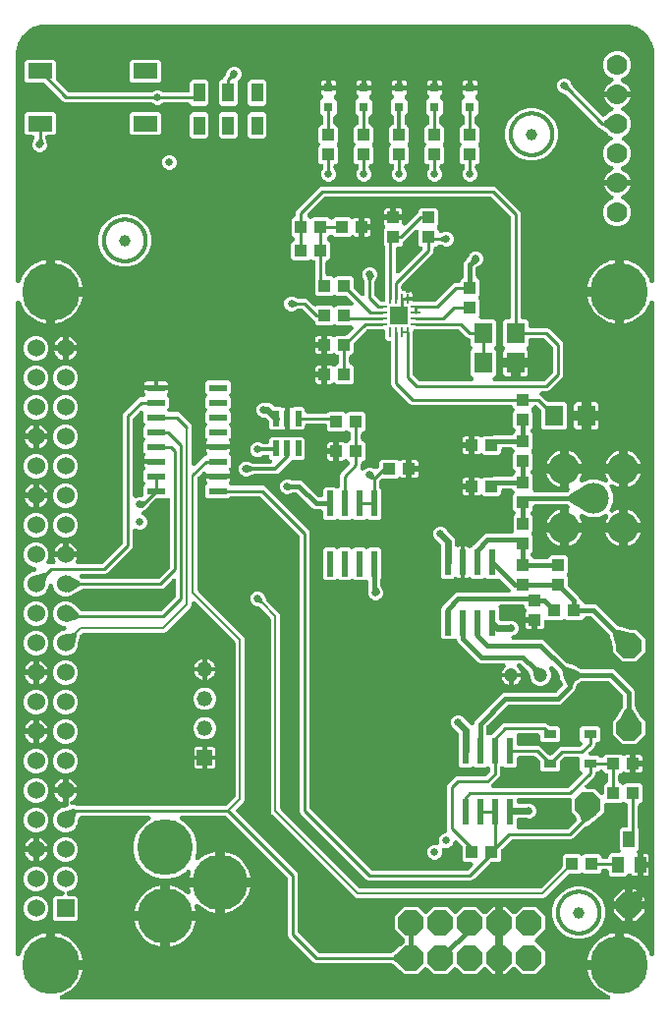
<source format=gtl>
G04 EAGLE Gerber RS-274X export*
G75*
%MOMM*%
%FSLAX34Y34*%
%LPD*%
%INTop Copper*%
%IPPOS*%
%AMOC8*
5,1,8,0,0,1.08239X$1,22.5*%
G01*
%ADD10C,1.000000*%
%ADD11C,4.800000*%
%ADD12R,1.524000X1.524000*%
%ADD13C,1.524000*%
%ADD14C,5.000000*%
%ADD15R,0.600000X2.200000*%
%ADD16R,1.100000X1.000000*%
%ADD17R,2.100000X1.400000*%
%ADD18R,1.000000X1.600000*%
%ADD19R,0.800000X0.800000*%
%ADD20P,2.336880X8X202.500000*%
%ADD21R,1.550000X0.600000*%
%ADD22R,1.000000X1.100000*%
%ADD23C,1.200000*%
%ADD24R,1.127200X0.783900*%
%ADD25R,1.000000X1.400000*%
%ADD26R,0.249200X0.804800*%
%ADD27R,0.804800X0.249200*%
%ADD28R,1.550000X1.550000*%
%ADD29R,1.320800X1.320800*%
%ADD30C,1.320800*%
%ADD31C,1.778000*%
%ADD32C,2.667000*%
%ADD33P,2.336880X8X292.500000*%
%ADD34R,0.558800X1.320800*%
%ADD35R,1.600000X1.800000*%
%ADD36P,2.336880X8X22.500000*%
%ADD37P,2.336880X8X112.500000*%
%ADD38C,0.650000*%
%ADD39C,0.203200*%
%ADD40C,0.254000*%
%ADD41C,0.508000*%
%ADD42C,0.406400*%
%ADD43C,0.609600*%
%ADD44C,0.812800*%
%ADD45C,0.304800*%
%ADD46C,0.300000*%

G36*
X515453Y5007D02*
X515453Y5007D01*
X515514Y5004D01*
X515653Y5027D01*
X515792Y5041D01*
X515851Y5059D01*
X515912Y5068D01*
X516043Y5118D01*
X516177Y5159D01*
X516231Y5188D01*
X516289Y5210D01*
X516408Y5284D01*
X516531Y5351D01*
X516579Y5390D01*
X516631Y5422D01*
X516733Y5519D01*
X516840Y5608D01*
X516879Y5656D01*
X516924Y5698D01*
X517005Y5813D01*
X517093Y5922D01*
X517121Y5977D01*
X517157Y6027D01*
X517214Y6155D01*
X517278Y6279D01*
X517295Y6338D01*
X517320Y6395D01*
X517351Y6532D01*
X517390Y6666D01*
X517395Y6728D01*
X517408Y6788D01*
X517411Y6928D01*
X517423Y7068D01*
X517415Y7129D01*
X517417Y7190D01*
X517392Y7328D01*
X517376Y7467D01*
X517357Y7526D01*
X517346Y7587D01*
X517294Y7717D01*
X517251Y7850D01*
X517221Y7904D01*
X517198Y7961D01*
X517122Y8079D01*
X517053Y8201D01*
X517013Y8247D01*
X516979Y8299D01*
X516881Y8399D01*
X516790Y8505D01*
X516741Y8543D01*
X516698Y8587D01*
X516582Y8666D01*
X516472Y8752D01*
X516417Y8780D01*
X516366Y8814D01*
X516186Y8895D01*
X516111Y8932D01*
X516089Y8938D01*
X516063Y8949D01*
X514444Y9516D01*
X511657Y10858D01*
X509038Y12503D01*
X506619Y14432D01*
X504432Y16619D01*
X502503Y19038D01*
X500858Y21657D01*
X499516Y24444D01*
X498494Y27364D01*
X497806Y30379D01*
X497743Y30937D01*
X522968Y30937D01*
X522986Y30939D01*
X523003Y30937D01*
X523186Y30958D01*
X523368Y30977D01*
X523386Y30982D01*
X523403Y30984D01*
X523578Y31041D01*
X523753Y31095D01*
X523769Y31103D01*
X523786Y31109D01*
X523946Y31199D01*
X524107Y31287D01*
X524121Y31298D01*
X524137Y31307D01*
X524276Y31427D01*
X524417Y31544D01*
X524428Y31558D01*
X524441Y31570D01*
X524554Y31715D01*
X524669Y31858D01*
X524677Y31874D01*
X524688Y31888D01*
X524770Y32053D01*
X524855Y32215D01*
X524859Y32232D01*
X524867Y32249D01*
X524915Y32427D01*
X524966Y32602D01*
X524967Y32620D01*
X524972Y32637D01*
X524999Y32968D01*
X524999Y35001D01*
X527032Y35001D01*
X527050Y35003D01*
X527067Y35001D01*
X527250Y35023D01*
X527433Y35041D01*
X527450Y35046D01*
X527467Y35048D01*
X527642Y35105D01*
X527817Y35159D01*
X527833Y35167D01*
X527850Y35173D01*
X528010Y35263D01*
X528172Y35351D01*
X528185Y35362D01*
X528201Y35371D01*
X528340Y35491D01*
X528481Y35608D01*
X528492Y35622D01*
X528505Y35634D01*
X528618Y35779D01*
X528733Y35922D01*
X528741Y35938D01*
X528752Y35952D01*
X528834Y36117D01*
X528919Y36280D01*
X528924Y36297D01*
X528932Y36313D01*
X528979Y36491D01*
X529030Y36666D01*
X529031Y36684D01*
X529036Y36701D01*
X529063Y37032D01*
X529063Y62257D01*
X529620Y62194D01*
X532636Y61506D01*
X535556Y60484D01*
X538343Y59142D01*
X540962Y57497D01*
X543381Y55568D01*
X545568Y53381D01*
X547497Y50962D01*
X549142Y48343D01*
X550484Y45556D01*
X551051Y43937D01*
X551077Y43882D01*
X551095Y43823D01*
X551162Y43699D01*
X551221Y43573D01*
X551257Y43523D01*
X551287Y43469D01*
X551376Y43361D01*
X551459Y43248D01*
X551505Y43207D01*
X551544Y43160D01*
X551654Y43072D01*
X551757Y42977D01*
X551810Y42946D01*
X551858Y42907D01*
X551982Y42843D01*
X552103Y42771D01*
X552161Y42750D01*
X552215Y42722D01*
X552350Y42683D01*
X552482Y42636D01*
X552543Y42627D01*
X552602Y42610D01*
X552742Y42599D01*
X552881Y42579D01*
X552942Y42582D01*
X553004Y42577D01*
X553143Y42594D01*
X553283Y42602D01*
X553342Y42617D01*
X553403Y42624D01*
X553537Y42668D01*
X553672Y42703D01*
X553728Y42730D01*
X553786Y42749D01*
X553908Y42818D01*
X554034Y42879D01*
X554083Y42917D01*
X554137Y42947D01*
X554243Y43039D01*
X554354Y43124D01*
X554395Y43170D01*
X554442Y43210D01*
X554527Y43321D01*
X554620Y43426D01*
X554651Y43480D01*
X554688Y43528D01*
X554751Y43654D01*
X554821Y43775D01*
X554840Y43834D01*
X554868Y43889D01*
X554904Y44024D01*
X554949Y44157D01*
X554956Y44218D01*
X554972Y44278D01*
X554988Y44474D01*
X554999Y44557D01*
X554997Y44580D01*
X554999Y44608D01*
X554999Y605392D01*
X554993Y605453D01*
X554996Y605514D01*
X554973Y605653D01*
X554959Y605792D01*
X554941Y605851D01*
X554932Y605912D01*
X554882Y606043D01*
X554841Y606177D01*
X554812Y606231D01*
X554790Y606289D01*
X554716Y606408D01*
X554649Y606531D01*
X554610Y606579D01*
X554578Y606631D01*
X554481Y606733D01*
X554392Y606840D01*
X554344Y606879D01*
X554302Y606924D01*
X554187Y607005D01*
X554078Y607093D01*
X554023Y607121D01*
X553973Y607157D01*
X553845Y607214D01*
X553721Y607278D01*
X553662Y607295D01*
X553605Y607320D01*
X553468Y607351D01*
X553334Y607390D01*
X553272Y607395D01*
X553212Y607408D01*
X553072Y607411D01*
X552932Y607423D01*
X552871Y607415D01*
X552810Y607417D01*
X552672Y607392D01*
X552533Y607376D01*
X552474Y607357D01*
X552413Y607346D01*
X552283Y607294D01*
X552150Y607251D01*
X552096Y607221D01*
X552039Y607198D01*
X551921Y607122D01*
X551799Y607053D01*
X551753Y607013D01*
X551701Y606979D01*
X551601Y606881D01*
X551495Y606790D01*
X551457Y606741D01*
X551413Y606698D01*
X551334Y606582D01*
X551248Y606472D01*
X551220Y606417D01*
X551186Y606366D01*
X551105Y606186D01*
X551068Y606111D01*
X551062Y606089D01*
X551051Y606063D01*
X550484Y604444D01*
X549142Y601657D01*
X547497Y599038D01*
X545568Y596619D01*
X543381Y594432D01*
X540962Y592503D01*
X538343Y590858D01*
X535556Y589516D01*
X532636Y588494D01*
X529621Y587806D01*
X529063Y587743D01*
X529063Y612968D01*
X529061Y612986D01*
X529063Y613003D01*
X529041Y613186D01*
X529023Y613368D01*
X529018Y613386D01*
X529016Y613403D01*
X528959Y613578D01*
X528905Y613753D01*
X528897Y613769D01*
X528891Y613786D01*
X528801Y613946D01*
X528713Y614107D01*
X528702Y614121D01*
X528693Y614137D01*
X528573Y614276D01*
X528456Y614417D01*
X528442Y614428D01*
X528430Y614441D01*
X528285Y614554D01*
X528142Y614669D01*
X528126Y614677D01*
X528112Y614688D01*
X527947Y614770D01*
X527785Y614855D01*
X527768Y614859D01*
X527751Y614867D01*
X527573Y614915D01*
X527398Y614966D01*
X527380Y614967D01*
X527363Y614972D01*
X527032Y614999D01*
X524999Y614999D01*
X524999Y615001D01*
X527032Y615001D01*
X527050Y615003D01*
X527067Y615001D01*
X527250Y615023D01*
X527433Y615041D01*
X527450Y615046D01*
X527467Y615048D01*
X527642Y615105D01*
X527817Y615159D01*
X527833Y615167D01*
X527850Y615173D01*
X528010Y615263D01*
X528172Y615351D01*
X528185Y615362D01*
X528201Y615371D01*
X528340Y615491D01*
X528481Y615608D01*
X528492Y615622D01*
X528505Y615634D01*
X528618Y615779D01*
X528733Y615922D01*
X528741Y615938D01*
X528752Y615952D01*
X528834Y616117D01*
X528919Y616280D01*
X528924Y616297D01*
X528932Y616313D01*
X528979Y616491D01*
X529030Y616666D01*
X529031Y616684D01*
X529036Y616701D01*
X529063Y617032D01*
X529063Y642257D01*
X529620Y642194D01*
X532636Y641506D01*
X535556Y640484D01*
X538343Y639142D01*
X540962Y637497D01*
X543381Y635568D01*
X545568Y633381D01*
X547497Y630962D01*
X549142Y628343D01*
X550484Y625556D01*
X551051Y623937D01*
X551077Y623882D01*
X551095Y623823D01*
X551162Y623699D01*
X551221Y623573D01*
X551257Y623523D01*
X551287Y623469D01*
X551376Y623361D01*
X551459Y623248D01*
X551505Y623207D01*
X551544Y623160D01*
X551654Y623072D01*
X551757Y622977D01*
X551810Y622946D01*
X551858Y622907D01*
X551982Y622843D01*
X552103Y622771D01*
X552161Y622750D01*
X552215Y622722D01*
X552350Y622683D01*
X552482Y622636D01*
X552543Y622627D01*
X552602Y622610D01*
X552742Y622599D01*
X552881Y622579D01*
X552942Y622582D01*
X553004Y622577D01*
X553143Y622594D01*
X553283Y622602D01*
X553342Y622617D01*
X553403Y622624D01*
X553537Y622668D01*
X553672Y622703D01*
X553728Y622730D01*
X553786Y622749D01*
X553908Y622818D01*
X554034Y622879D01*
X554083Y622917D01*
X554137Y622947D01*
X554243Y623039D01*
X554354Y623124D01*
X554395Y623170D01*
X554442Y623210D01*
X554527Y623321D01*
X554620Y623426D01*
X554651Y623480D01*
X554688Y623528D01*
X554751Y623654D01*
X554821Y623775D01*
X554840Y623834D01*
X554868Y623889D01*
X554904Y624024D01*
X554949Y624157D01*
X554956Y624218D01*
X554972Y624278D01*
X554988Y624474D01*
X554999Y624557D01*
X554997Y624580D01*
X554999Y624608D01*
X554999Y820000D01*
X554994Y820056D01*
X554995Y820133D01*
X554798Y823131D01*
X554793Y823164D01*
X554793Y823197D01*
X554734Y823524D01*
X553182Y829315D01*
X553146Y829409D01*
X553121Y829505D01*
X553068Y829617D01*
X553039Y829692D01*
X553010Y829738D01*
X552979Y829805D01*
X549981Y834998D01*
X549923Y835079D01*
X549873Y835165D01*
X549792Y835260D01*
X549746Y835325D01*
X549706Y835362D01*
X549658Y835418D01*
X545418Y839658D01*
X545341Y839721D01*
X545271Y839792D01*
X545169Y839863D01*
X545107Y839913D01*
X545059Y839939D01*
X544998Y839981D01*
X539805Y842979D01*
X539714Y843020D01*
X539628Y843070D01*
X539511Y843112D01*
X539438Y843145D01*
X539385Y843157D01*
X539315Y843182D01*
X533524Y844734D01*
X533491Y844739D01*
X533459Y844750D01*
X533131Y844798D01*
X530133Y844995D01*
X530076Y844993D01*
X530000Y844999D01*
X30000Y844999D01*
X29944Y844994D01*
X29867Y844995D01*
X26869Y844798D01*
X26836Y844793D01*
X26803Y844793D01*
X26476Y844734D01*
X20685Y843182D01*
X20591Y843146D01*
X20495Y843121D01*
X20383Y843068D01*
X20308Y843039D01*
X20262Y843010D01*
X20195Y842979D01*
X15002Y839981D01*
X14921Y839923D01*
X14835Y839873D01*
X14740Y839792D01*
X14675Y839746D01*
X14638Y839706D01*
X14582Y839658D01*
X10342Y835418D01*
X10279Y835341D01*
X10208Y835271D01*
X10137Y835169D01*
X10087Y835107D01*
X10061Y835059D01*
X10019Y834998D01*
X7021Y829805D01*
X6980Y829714D01*
X6930Y829628D01*
X6912Y829578D01*
X6894Y829542D01*
X6878Y829489D01*
X6855Y829438D01*
X6843Y829385D01*
X6818Y829315D01*
X5266Y823524D01*
X5261Y823491D01*
X5250Y823459D01*
X5202Y823131D01*
X5005Y820133D01*
X5007Y820076D01*
X5001Y820000D01*
X5001Y624608D01*
X5007Y624547D01*
X5004Y624486D01*
X5027Y624347D01*
X5041Y624208D01*
X5059Y624149D01*
X5068Y624088D01*
X5118Y623957D01*
X5159Y623823D01*
X5188Y623769D01*
X5210Y623711D01*
X5284Y623592D01*
X5351Y623469D01*
X5390Y623421D01*
X5422Y623369D01*
X5519Y623267D01*
X5608Y623160D01*
X5656Y623121D01*
X5698Y623076D01*
X5813Y622995D01*
X5922Y622907D01*
X5977Y622879D01*
X6027Y622843D01*
X6155Y622786D01*
X6279Y622722D01*
X6338Y622705D01*
X6395Y622680D01*
X6532Y622649D01*
X6666Y622610D01*
X6728Y622605D01*
X6788Y622592D01*
X6928Y622589D01*
X7068Y622577D01*
X7129Y622585D01*
X7190Y622583D01*
X7328Y622608D01*
X7467Y622624D01*
X7526Y622643D01*
X7587Y622654D01*
X7717Y622706D01*
X7850Y622749D01*
X7904Y622779D01*
X7961Y622802D01*
X8079Y622878D01*
X8201Y622947D01*
X8247Y622987D01*
X8299Y623021D01*
X8399Y623119D01*
X8505Y623210D01*
X8543Y623259D01*
X8587Y623302D01*
X8666Y623418D01*
X8752Y623528D01*
X8780Y623583D01*
X8814Y623634D01*
X8895Y623814D01*
X8932Y623889D01*
X8938Y623911D01*
X8949Y623937D01*
X9516Y625556D01*
X10858Y628343D01*
X12503Y630962D01*
X14432Y633381D01*
X16619Y635568D01*
X19038Y637497D01*
X21657Y639142D01*
X24444Y640484D01*
X27364Y641506D01*
X30380Y642194D01*
X30937Y642257D01*
X30937Y617032D01*
X30939Y617014D01*
X30937Y616997D01*
X30958Y616814D01*
X30977Y616632D01*
X30982Y616614D01*
X30984Y616597D01*
X31041Y616422D01*
X31095Y616247D01*
X31103Y616231D01*
X31109Y616214D01*
X31199Y616054D01*
X31287Y615893D01*
X31298Y615879D01*
X31307Y615863D01*
X31427Y615724D01*
X31544Y615583D01*
X31558Y615572D01*
X31570Y615559D01*
X31715Y615446D01*
X31858Y615331D01*
X31874Y615323D01*
X31888Y615312D01*
X32053Y615230D01*
X32215Y615145D01*
X32232Y615141D01*
X32249Y615133D01*
X32427Y615085D01*
X32602Y615034D01*
X32620Y615033D01*
X32637Y615028D01*
X32968Y615001D01*
X35001Y615001D01*
X35001Y614999D01*
X32968Y614999D01*
X32950Y614997D01*
X32932Y614999D01*
X32750Y614977D01*
X32567Y614959D01*
X32550Y614954D01*
X32533Y614952D01*
X32358Y614895D01*
X32182Y614841D01*
X32167Y614833D01*
X32150Y614827D01*
X31990Y614737D01*
X31828Y614649D01*
X31815Y614638D01*
X31799Y614629D01*
X31660Y614509D01*
X31519Y614392D01*
X31508Y614378D01*
X31495Y614366D01*
X31382Y614221D01*
X31267Y614078D01*
X31259Y614062D01*
X31248Y614048D01*
X31166Y613883D01*
X31081Y613720D01*
X31076Y613703D01*
X31068Y613687D01*
X31021Y613509D01*
X30970Y613334D01*
X30968Y613316D01*
X30964Y613299D01*
X30937Y612968D01*
X30937Y587743D01*
X30379Y587806D01*
X27364Y588494D01*
X24444Y589516D01*
X21657Y590858D01*
X19038Y592503D01*
X16619Y594432D01*
X14432Y596619D01*
X12503Y599038D01*
X10858Y601657D01*
X9516Y604444D01*
X8949Y606063D01*
X8923Y606118D01*
X8905Y606177D01*
X8839Y606300D01*
X8779Y606428D01*
X8743Y606477D01*
X8713Y606531D01*
X8624Y606639D01*
X8541Y606752D01*
X8495Y606793D01*
X8456Y606841D01*
X8347Y606928D01*
X8243Y607023D01*
X8190Y607054D01*
X8142Y607093D01*
X8018Y607157D01*
X7897Y607229D01*
X7839Y607250D01*
X7785Y607278D01*
X7650Y607317D01*
X7518Y607364D01*
X7457Y607373D01*
X7398Y607390D01*
X7258Y607401D01*
X7119Y607421D01*
X7058Y607418D01*
X6996Y607423D01*
X6857Y607406D01*
X6717Y607398D01*
X6658Y607383D01*
X6597Y607376D01*
X6463Y607332D01*
X6328Y607297D01*
X6272Y607270D01*
X6214Y607251D01*
X6092Y607182D01*
X5966Y607121D01*
X5917Y607083D01*
X5863Y607053D01*
X5757Y606961D01*
X5646Y606876D01*
X5605Y606830D01*
X5558Y606790D01*
X5473Y606679D01*
X5380Y606574D01*
X5349Y606520D01*
X5312Y606472D01*
X5249Y606346D01*
X5179Y606225D01*
X5160Y606166D01*
X5132Y606111D01*
X5096Y605976D01*
X5051Y605843D01*
X5044Y605782D01*
X5028Y605722D01*
X5012Y605526D01*
X5001Y605443D01*
X5003Y605420D01*
X5001Y605392D01*
X5001Y44608D01*
X5007Y44547D01*
X5004Y44486D01*
X5027Y44347D01*
X5041Y44208D01*
X5059Y44149D01*
X5068Y44088D01*
X5118Y43957D01*
X5159Y43823D01*
X5188Y43769D01*
X5210Y43711D01*
X5284Y43592D01*
X5351Y43469D01*
X5390Y43421D01*
X5422Y43369D01*
X5519Y43267D01*
X5608Y43160D01*
X5656Y43121D01*
X5698Y43076D01*
X5813Y42995D01*
X5922Y42907D01*
X5977Y42879D01*
X6027Y42843D01*
X6155Y42786D01*
X6279Y42722D01*
X6338Y42705D01*
X6395Y42680D01*
X6532Y42649D01*
X6666Y42610D01*
X6728Y42605D01*
X6788Y42592D01*
X6928Y42589D01*
X7068Y42577D01*
X7129Y42585D01*
X7190Y42583D01*
X7328Y42608D01*
X7467Y42624D01*
X7526Y42643D01*
X7587Y42654D01*
X7717Y42706D01*
X7850Y42749D01*
X7904Y42779D01*
X7961Y42802D01*
X8079Y42878D01*
X8201Y42947D01*
X8247Y42987D01*
X8299Y43021D01*
X8399Y43119D01*
X8505Y43210D01*
X8543Y43259D01*
X8587Y43302D01*
X8666Y43418D01*
X8752Y43528D01*
X8780Y43583D01*
X8814Y43634D01*
X8895Y43814D01*
X8932Y43889D01*
X8938Y43911D01*
X8949Y43937D01*
X9516Y45556D01*
X10858Y48343D01*
X12503Y50962D01*
X14432Y53381D01*
X16619Y55568D01*
X19038Y57497D01*
X21657Y59142D01*
X24444Y60484D01*
X27364Y61506D01*
X30380Y62194D01*
X30937Y62257D01*
X30937Y37032D01*
X30939Y37014D01*
X30937Y36997D01*
X30958Y36814D01*
X30977Y36632D01*
X30982Y36614D01*
X30984Y36597D01*
X31041Y36422D01*
X31095Y36247D01*
X31103Y36231D01*
X31109Y36214D01*
X31199Y36054D01*
X31287Y35893D01*
X31298Y35879D01*
X31307Y35863D01*
X31427Y35724D01*
X31544Y35583D01*
X31558Y35572D01*
X31570Y35559D01*
X31715Y35446D01*
X31858Y35331D01*
X31874Y35323D01*
X31888Y35312D01*
X32053Y35230D01*
X32215Y35145D01*
X32232Y35141D01*
X32249Y35133D01*
X32427Y35085D01*
X32602Y35034D01*
X32620Y35033D01*
X32637Y35028D01*
X32968Y35001D01*
X35001Y35001D01*
X35001Y32968D01*
X35003Y32950D01*
X35001Y32932D01*
X35023Y32750D01*
X35041Y32567D01*
X35046Y32550D01*
X35048Y32533D01*
X35105Y32358D01*
X35159Y32182D01*
X35167Y32167D01*
X35173Y32150D01*
X35263Y31990D01*
X35351Y31828D01*
X35362Y31815D01*
X35371Y31799D01*
X35491Y31660D01*
X35608Y31519D01*
X35622Y31508D01*
X35634Y31495D01*
X35779Y31382D01*
X35922Y31267D01*
X35938Y31259D01*
X35952Y31248D01*
X36117Y31166D01*
X36280Y31081D01*
X36297Y31076D01*
X36313Y31068D01*
X36491Y31021D01*
X36666Y30970D01*
X36684Y30968D01*
X36701Y30964D01*
X37032Y30937D01*
X62257Y30937D01*
X62194Y30380D01*
X61506Y27364D01*
X60484Y24444D01*
X59142Y21657D01*
X57497Y19038D01*
X55568Y16619D01*
X53381Y14432D01*
X50962Y12503D01*
X48343Y10858D01*
X45556Y9516D01*
X43937Y8949D01*
X43882Y8923D01*
X43823Y8905D01*
X43699Y8838D01*
X43573Y8779D01*
X43523Y8743D01*
X43469Y8713D01*
X43361Y8624D01*
X43248Y8541D01*
X43207Y8495D01*
X43160Y8456D01*
X43072Y8346D01*
X42977Y8243D01*
X42946Y8190D01*
X42907Y8142D01*
X42843Y8018D01*
X42771Y7897D01*
X42750Y7839D01*
X42722Y7785D01*
X42683Y7650D01*
X42636Y7518D01*
X42627Y7457D01*
X42610Y7398D01*
X42599Y7258D01*
X42579Y7119D01*
X42582Y7058D01*
X42577Y6996D01*
X42594Y6857D01*
X42602Y6717D01*
X42617Y6658D01*
X42624Y6597D01*
X42668Y6463D01*
X42703Y6328D01*
X42730Y6272D01*
X42749Y6214D01*
X42818Y6092D01*
X42879Y5966D01*
X42917Y5917D01*
X42947Y5863D01*
X43039Y5757D01*
X43124Y5646D01*
X43170Y5605D01*
X43210Y5558D01*
X43321Y5473D01*
X43426Y5380D01*
X43480Y5349D01*
X43528Y5312D01*
X43654Y5249D01*
X43775Y5179D01*
X43834Y5160D01*
X43889Y5132D01*
X44024Y5096D01*
X44157Y5051D01*
X44218Y5044D01*
X44278Y5028D01*
X44474Y5012D01*
X44557Y5001D01*
X44580Y5003D01*
X44608Y5001D01*
X515392Y5001D01*
X515453Y5007D01*
G37*
%LPC*%
G36*
X298911Y92455D02*
X298911Y92455D01*
X297418Y93074D01*
X225154Y165338D01*
X224535Y166831D01*
X224535Y332755D01*
X224533Y332782D01*
X224535Y332808D01*
X224513Y332982D01*
X224495Y333156D01*
X224488Y333181D01*
X224484Y333208D01*
X224429Y333373D01*
X224377Y333540D01*
X224364Y333564D01*
X224356Y333589D01*
X224269Y333741D01*
X224185Y333895D01*
X224168Y333915D01*
X224155Y333938D01*
X223940Y334191D01*
X215161Y342971D01*
X215100Y343021D01*
X215046Y343077D01*
X214945Y343148D01*
X214850Y343226D01*
X214780Y343263D01*
X214715Y343308D01*
X214571Y343374D01*
X214494Y343414D01*
X214458Y343425D01*
X214413Y343445D01*
X212594Y344101D01*
X212415Y344146D01*
X212236Y344194D01*
X212217Y344196D01*
X212203Y344199D01*
X212155Y344202D01*
X211130Y344626D01*
X211090Y344638D01*
X211041Y344660D01*
X210387Y344896D01*
X210364Y344914D01*
X210348Y344922D01*
X210336Y344931D01*
X210271Y344962D01*
X210069Y345066D01*
X209792Y345180D01*
X208020Y346952D01*
X207061Y349267D01*
X207061Y351773D01*
X208020Y354088D01*
X209792Y355860D01*
X211494Y356565D01*
X211495Y356565D01*
X212107Y356819D01*
X214613Y356819D01*
X216928Y355860D01*
X218700Y354088D01*
X218814Y353811D01*
X218902Y353648D01*
X218987Y353484D01*
X218988Y353482D01*
X219130Y353088D01*
X219219Y352840D01*
X219237Y352802D01*
X219254Y352751D01*
X219684Y351713D01*
X219692Y351607D01*
X219697Y351589D01*
X219699Y351574D01*
X219720Y351505D01*
X219779Y351286D01*
X220435Y349467D01*
X220469Y349396D01*
X220494Y349321D01*
X220555Y349214D01*
X220608Y349103D01*
X220655Y349040D01*
X220695Y348972D01*
X220798Y348851D01*
X220850Y348781D01*
X220878Y348756D01*
X220909Y348719D01*
X232046Y337582D01*
X232665Y336089D01*
X232665Y170165D01*
X232667Y170138D01*
X232665Y170112D01*
X232687Y169938D01*
X232705Y169764D01*
X232712Y169739D01*
X232716Y169712D01*
X232771Y169547D01*
X232823Y169380D01*
X232836Y169356D01*
X232844Y169331D01*
X232931Y169179D01*
X233015Y169025D01*
X233032Y169005D01*
X233045Y168982D01*
X233260Y168729D01*
X300809Y101180D01*
X300829Y101163D01*
X300847Y101142D01*
X300985Y101035D01*
X301120Y100925D01*
X301144Y100912D01*
X301165Y100896D01*
X301322Y100818D01*
X301476Y100736D01*
X301501Y100728D01*
X301526Y100716D01*
X301695Y100671D01*
X301862Y100621D01*
X301888Y100619D01*
X301914Y100612D01*
X302245Y100585D01*
X456335Y100585D01*
X456362Y100587D01*
X456388Y100585D01*
X456562Y100607D01*
X456736Y100625D01*
X456761Y100632D01*
X456788Y100636D01*
X456953Y100691D01*
X457120Y100743D01*
X457144Y100756D01*
X457169Y100764D01*
X457321Y100851D01*
X457475Y100935D01*
X457495Y100952D01*
X457518Y100965D01*
X457771Y101180D01*
X475616Y119025D01*
X475633Y119045D01*
X475654Y119063D01*
X475761Y119201D01*
X475871Y119336D01*
X475884Y119360D01*
X475900Y119381D01*
X475978Y119538D01*
X476060Y119692D01*
X476068Y119717D01*
X476080Y119742D01*
X476125Y119911D01*
X476175Y120078D01*
X476177Y120104D01*
X476184Y120130D01*
X476211Y120461D01*
X476211Y128683D01*
X477997Y130469D01*
X490523Y130469D01*
X491324Y129668D01*
X491338Y129657D01*
X491349Y129643D01*
X491493Y129529D01*
X491635Y129413D01*
X491651Y129404D01*
X491665Y129393D01*
X491829Y129310D01*
X491991Y129224D01*
X492008Y129219D01*
X492024Y129211D01*
X492201Y129162D01*
X492377Y129109D01*
X492395Y129108D01*
X492412Y129103D01*
X492595Y129090D01*
X492778Y129073D01*
X492796Y129075D01*
X492813Y129074D01*
X492995Y129097D01*
X493178Y129116D01*
X493195Y129122D01*
X493213Y129124D01*
X493387Y129182D01*
X493562Y129238D01*
X493578Y129247D01*
X493594Y129252D01*
X493753Y129344D01*
X493914Y129433D01*
X493928Y129444D01*
X493943Y129453D01*
X494196Y129668D01*
X494997Y130469D01*
X507523Y130469D01*
X509309Y128683D01*
X509309Y128270D01*
X509311Y128252D01*
X509309Y128234D01*
X509330Y128052D01*
X509349Y127869D01*
X509354Y127852D01*
X509356Y127835D01*
X509413Y127660D01*
X509467Y127484D01*
X509475Y127469D01*
X509481Y127452D01*
X509571Y127292D01*
X509659Y127130D01*
X509670Y127117D01*
X509679Y127101D01*
X509799Y126962D01*
X509916Y126821D01*
X509930Y126810D01*
X509942Y126796D01*
X510087Y126684D01*
X510230Y126569D01*
X510246Y126561D01*
X510260Y126550D01*
X510425Y126468D01*
X510587Y126383D01*
X510604Y126378D01*
X510620Y126370D01*
X510799Y126323D01*
X510974Y126272D01*
X510992Y126270D01*
X511009Y126266D01*
X511340Y126239D01*
X513820Y126239D01*
X513838Y126241D01*
X513856Y126239D01*
X514038Y126260D01*
X514221Y126279D01*
X514238Y126284D01*
X514255Y126286D01*
X514430Y126343D01*
X514606Y126397D01*
X514621Y126405D01*
X514638Y126411D01*
X514798Y126501D01*
X514960Y126589D01*
X514973Y126600D01*
X514989Y126609D01*
X515128Y126729D01*
X515269Y126846D01*
X515280Y126860D01*
X515294Y126872D01*
X515406Y127017D01*
X515521Y127160D01*
X515529Y127176D01*
X515540Y127190D01*
X515622Y127355D01*
X515707Y127517D01*
X515712Y127534D01*
X515720Y127550D01*
X515767Y127729D01*
X515818Y127904D01*
X515820Y127922D01*
X515824Y127939D01*
X515851Y128270D01*
X515851Y129343D01*
X517637Y131129D01*
X524136Y131129D01*
X524145Y131130D01*
X524154Y131129D01*
X524346Y131150D01*
X524536Y131169D01*
X524545Y131171D01*
X524554Y131172D01*
X524737Y131230D01*
X524921Y131287D01*
X524929Y131291D01*
X524938Y131294D01*
X525107Y131387D01*
X525275Y131479D01*
X525282Y131484D01*
X525290Y131489D01*
X525438Y131614D01*
X525585Y131736D01*
X525590Y131743D01*
X525597Y131749D01*
X525717Y131901D01*
X525837Y132050D01*
X525841Y132058D01*
X525847Y132065D01*
X525934Y132237D01*
X526023Y132407D01*
X526025Y132416D01*
X526029Y132424D01*
X526081Y132609D01*
X526134Y132794D01*
X526135Y132803D01*
X526137Y132812D01*
X526151Y133004D01*
X526167Y133196D01*
X526166Y133204D01*
X526166Y133213D01*
X526142Y133405D01*
X526120Y133595D01*
X526117Y133604D01*
X526116Y133613D01*
X526055Y133795D01*
X525995Y133978D01*
X525991Y133986D01*
X525988Y133994D01*
X525892Y134162D01*
X525797Y134329D01*
X525791Y134336D01*
X525787Y134343D01*
X525572Y134596D01*
X525351Y134817D01*
X525351Y151343D01*
X527137Y153129D01*
X530470Y153129D01*
X530488Y153131D01*
X530506Y153129D01*
X530688Y153150D01*
X530871Y153169D01*
X530888Y153174D01*
X530905Y153176D01*
X531080Y153233D01*
X531256Y153287D01*
X531271Y153295D01*
X531288Y153301D01*
X531448Y153391D01*
X531610Y153479D01*
X531623Y153490D01*
X531639Y153499D01*
X531778Y153619D01*
X531919Y153736D01*
X531930Y153750D01*
X531944Y153762D01*
X532056Y153907D01*
X532171Y154050D01*
X532179Y154066D01*
X532190Y154080D01*
X532272Y154245D01*
X532357Y154407D01*
X532362Y154424D01*
X532370Y154440D01*
X532417Y154619D01*
X532468Y154794D01*
X532470Y154812D01*
X532474Y154829D01*
X532501Y155160D01*
X532501Y172300D01*
X532499Y172318D01*
X532501Y172336D01*
X532480Y172518D01*
X532461Y172701D01*
X532456Y172718D01*
X532454Y172735D01*
X532397Y172910D01*
X532343Y173086D01*
X532335Y173101D01*
X532329Y173118D01*
X532239Y173278D01*
X532151Y173440D01*
X532140Y173453D01*
X532131Y173469D01*
X532011Y173608D01*
X531894Y173749D01*
X531880Y173760D01*
X531868Y173774D01*
X531723Y173886D01*
X531580Y174001D01*
X531564Y174009D01*
X531550Y174020D01*
X531385Y174102D01*
X531223Y174187D01*
X531206Y174192D01*
X531190Y174200D01*
X531011Y174247D01*
X530836Y174298D01*
X530818Y174300D01*
X530801Y174304D01*
X530565Y174323D01*
X529756Y175132D01*
X529743Y175143D01*
X529731Y175157D01*
X529586Y175271D01*
X529445Y175387D01*
X529429Y175396D01*
X529415Y175407D01*
X529251Y175490D01*
X529089Y175576D01*
X529072Y175581D01*
X529056Y175589D01*
X528879Y175638D01*
X528703Y175691D01*
X528685Y175692D01*
X528668Y175697D01*
X528485Y175710D01*
X528302Y175727D01*
X528284Y175725D01*
X528267Y175726D01*
X528085Y175703D01*
X527902Y175684D01*
X527885Y175678D01*
X527867Y175676D01*
X527694Y175618D01*
X527518Y175562D01*
X527502Y175553D01*
X527486Y175548D01*
X527327Y175456D01*
X527166Y175367D01*
X527152Y175356D01*
X527137Y175347D01*
X526884Y175132D01*
X526083Y174331D01*
X513715Y174331D01*
X513697Y174329D01*
X513679Y174331D01*
X513497Y174310D01*
X513314Y174291D01*
X513297Y174286D01*
X513280Y174284D01*
X513105Y174227D01*
X512929Y174173D01*
X512914Y174165D01*
X512897Y174159D01*
X512737Y174069D01*
X512575Y173981D01*
X512562Y173970D01*
X512546Y173961D01*
X512407Y173841D01*
X512266Y173724D01*
X512255Y173710D01*
X512241Y173698D01*
X512129Y173553D01*
X512014Y173410D01*
X512006Y173394D01*
X511995Y173380D01*
X511913Y173215D01*
X511828Y173053D01*
X511823Y173036D01*
X511815Y173020D01*
X511768Y172841D01*
X511717Y172666D01*
X511715Y172648D01*
X511711Y172631D01*
X511684Y172300D01*
X511684Y166986D01*
X507743Y163045D01*
X507660Y162944D01*
X507570Y162848D01*
X507526Y162780D01*
X507488Y162734D01*
X507482Y162721D01*
X507218Y162505D01*
X507161Y162449D01*
X507067Y162369D01*
X503574Y158876D01*
X503504Y158876D01*
X503378Y158864D01*
X503251Y158860D01*
X503178Y158844D01*
X503103Y158836D01*
X502982Y158799D01*
X502858Y158771D01*
X502790Y158740D01*
X502718Y158718D01*
X502607Y158658D01*
X502491Y158606D01*
X502419Y158556D01*
X502364Y158526D01*
X502308Y158479D01*
X502218Y158418D01*
X499129Y155892D01*
X499123Y155886D01*
X499116Y155881D01*
X498879Y155649D01*
X498582Y155306D01*
X498343Y155185D01*
X498293Y155154D01*
X498241Y155131D01*
X498070Y155013D01*
X498002Y154970D01*
X497988Y154956D01*
X497967Y154942D01*
X497760Y154773D01*
X497325Y154642D01*
X497317Y154638D01*
X497308Y154636D01*
X497000Y154512D01*
X496595Y154309D01*
X496381Y154293D01*
X496229Y154267D01*
X496075Y154248D01*
X496031Y154233D01*
X495985Y154225D01*
X495840Y154169D01*
X495693Y154119D01*
X495653Y154096D01*
X495609Y154079D01*
X495479Y153996D01*
X495344Y153919D01*
X495304Y153884D01*
X495270Y153862D01*
X495208Y153803D01*
X495091Y153704D01*
X485046Y143659D01*
X483459Y143001D01*
X432770Y143001D01*
X432744Y142999D01*
X432717Y143001D01*
X432543Y142979D01*
X432370Y142961D01*
X432344Y142954D01*
X432318Y142950D01*
X432152Y142895D01*
X431985Y142843D01*
X431961Y142830D01*
X431936Y142822D01*
X431784Y142735D01*
X431631Y142651D01*
X431610Y142634D01*
X431587Y142621D01*
X431334Y142406D01*
X423544Y134616D01*
X423527Y134595D01*
X423506Y134578D01*
X423399Y134440D01*
X423289Y134305D01*
X423276Y134281D01*
X423260Y134260D01*
X423182Y134103D01*
X423100Y133949D01*
X423092Y133923D01*
X423080Y133899D01*
X423035Y133729D01*
X422985Y133563D01*
X422983Y133536D01*
X422976Y133510D01*
X422949Y133180D01*
X422949Y125317D01*
X421163Y123531D01*
X414960Y123531D01*
X414934Y123529D01*
X414907Y123531D01*
X414733Y123509D01*
X414560Y123491D01*
X414534Y123484D01*
X414507Y123480D01*
X414342Y123425D01*
X414175Y123373D01*
X414151Y123360D01*
X414126Y123352D01*
X413974Y123265D01*
X413821Y123181D01*
X413800Y123164D01*
X413777Y123151D01*
X413524Y122936D01*
X400187Y109599D01*
X398686Y108099D01*
X397099Y107441D01*
X309021Y107441D01*
X307434Y108099D01*
X250339Y165194D01*
X249681Y166781D01*
X249681Y403770D01*
X249679Y403796D01*
X249681Y403823D01*
X249659Y403997D01*
X249641Y404170D01*
X249634Y404196D01*
X249630Y404222D01*
X249575Y404388D01*
X249523Y404555D01*
X249510Y404579D01*
X249502Y404604D01*
X249415Y404756D01*
X249331Y404909D01*
X249314Y404930D01*
X249301Y404953D01*
X249086Y405206D01*
X215976Y438316D01*
X215955Y438333D01*
X215938Y438354D01*
X215800Y438461D01*
X215665Y438571D01*
X215641Y438584D01*
X215620Y438600D01*
X215463Y438678D01*
X215309Y438760D01*
X215283Y438768D01*
X215259Y438780D01*
X215090Y438825D01*
X214923Y438875D01*
X214896Y438877D01*
X214870Y438884D01*
X214540Y438911D01*
X190784Y438911D01*
X190758Y438909D01*
X190731Y438911D01*
X190557Y438889D01*
X190384Y438871D01*
X190358Y438864D01*
X190331Y438860D01*
X190166Y438805D01*
X189999Y438753D01*
X189975Y438740D01*
X189950Y438732D01*
X189798Y438645D01*
X189645Y438561D01*
X189624Y438544D01*
X189601Y438531D01*
X189348Y438316D01*
X188213Y437181D01*
X170187Y437181D01*
X168401Y438967D01*
X168401Y447493D01*
X169411Y448503D01*
X169423Y448517D01*
X169436Y448528D01*
X169551Y448673D01*
X169666Y448814D01*
X169675Y448830D01*
X169686Y448844D01*
X169769Y449008D01*
X169855Y449170D01*
X169860Y449187D01*
X169868Y449203D01*
X169918Y449380D01*
X169970Y449556D01*
X169971Y449574D01*
X169976Y449591D01*
X169990Y449773D01*
X170006Y449957D01*
X170004Y449975D01*
X170006Y449993D01*
X169983Y450173D01*
X169963Y450357D01*
X169957Y450374D01*
X169955Y450392D01*
X169897Y450565D01*
X169841Y450741D01*
X169833Y450757D01*
X169827Y450774D01*
X169736Y450932D01*
X169647Y451093D01*
X169635Y451107D01*
X169626Y451123D01*
X169419Y451367D01*
X169082Y451949D01*
X168909Y452595D01*
X168909Y453899D01*
X179200Y453899D01*
X189491Y453899D01*
X189491Y452595D01*
X189318Y451949D01*
X188981Y451366D01*
X188977Y451362D01*
X188964Y451350D01*
X188850Y451206D01*
X188734Y451064D01*
X188725Y451048D01*
X188714Y451034D01*
X188631Y450870D01*
X188545Y450708D01*
X188540Y450691D01*
X188532Y450675D01*
X188483Y450499D01*
X188430Y450323D01*
X188429Y450305D01*
X188424Y450287D01*
X188410Y450105D01*
X188394Y449922D01*
X188396Y449904D01*
X188394Y449886D01*
X188417Y449704D01*
X188437Y449521D01*
X188443Y449504D01*
X188445Y449486D01*
X188503Y449313D01*
X188559Y449137D01*
X188567Y449122D01*
X188573Y449105D01*
X188665Y448946D01*
X188753Y448785D01*
X188765Y448771D01*
X188774Y448756D01*
X188989Y448503D01*
X189348Y448144D01*
X189369Y448127D01*
X189386Y448106D01*
X189524Y447999D01*
X189659Y447889D01*
X189683Y447876D01*
X189704Y447860D01*
X189861Y447782D01*
X190015Y447700D01*
X190041Y447692D01*
X190065Y447680D01*
X190234Y447635D01*
X190401Y447585D01*
X190428Y447583D01*
X190453Y447576D01*
X190784Y447549D01*
X218029Y447549D01*
X219616Y446891D01*
X257661Y408846D01*
X258319Y407259D01*
X258319Y170270D01*
X258321Y170244D01*
X258319Y170217D01*
X258341Y170043D01*
X258359Y169870D01*
X258366Y169844D01*
X258370Y169818D01*
X258425Y169652D01*
X258477Y169485D01*
X258490Y169461D01*
X258498Y169436D01*
X258585Y169284D01*
X258669Y169131D01*
X258686Y169110D01*
X258699Y169087D01*
X258914Y168834D01*
X311074Y116674D01*
X311095Y116657D01*
X311112Y116636D01*
X311250Y116529D01*
X311385Y116419D01*
X311409Y116406D01*
X311430Y116390D01*
X311587Y116312D01*
X311741Y116230D01*
X311767Y116222D01*
X311791Y116210D01*
X311960Y116165D01*
X312127Y116115D01*
X312154Y116113D01*
X312180Y116106D01*
X312510Y116079D01*
X393610Y116079D01*
X393636Y116081D01*
X393663Y116079D01*
X393837Y116101D01*
X394010Y116119D01*
X394036Y116126D01*
X394063Y116130D01*
X394228Y116185D01*
X394395Y116237D01*
X394419Y116250D01*
X394444Y116258D01*
X394596Y116345D01*
X394749Y116429D01*
X394770Y116446D01*
X394793Y116459D01*
X395046Y116674D01*
X398436Y120064D01*
X398442Y120071D01*
X398449Y120076D01*
X398569Y120226D01*
X398691Y120375D01*
X398695Y120383D01*
X398701Y120390D01*
X398790Y120561D01*
X398880Y120731D01*
X398882Y120739D01*
X398886Y120747D01*
X398940Y120933D01*
X398995Y121117D01*
X398995Y121126D01*
X398998Y121134D01*
X399014Y121326D01*
X399031Y121518D01*
X399030Y121527D01*
X399031Y121536D01*
X399009Y121725D01*
X398988Y121918D01*
X398985Y121927D01*
X398984Y121935D01*
X398924Y122117D01*
X398866Y122302D01*
X398862Y122310D01*
X398859Y122318D01*
X398764Y122487D01*
X398671Y122654D01*
X398666Y122661D01*
X398661Y122669D01*
X398535Y122815D01*
X398411Y122961D01*
X398404Y122967D01*
X398398Y122974D01*
X398247Y123091D01*
X398095Y123211D01*
X398087Y123215D01*
X398080Y123220D01*
X397908Y123306D01*
X397736Y123393D01*
X397727Y123396D01*
X397719Y123400D01*
X397533Y123450D01*
X397348Y123501D01*
X397339Y123502D01*
X397331Y123504D01*
X397000Y123531D01*
X391637Y123531D01*
X389851Y125317D01*
X389851Y136600D01*
X389849Y136626D01*
X389851Y136653D01*
X389829Y136827D01*
X389811Y137000D01*
X389804Y137026D01*
X389800Y137053D01*
X389745Y137218D01*
X389693Y137385D01*
X389680Y137409D01*
X389672Y137434D01*
X389585Y137586D01*
X389501Y137739D01*
X389484Y137760D01*
X389471Y137783D01*
X389256Y138036D01*
X385565Y141727D01*
X385555Y141736D01*
X385546Y141746D01*
X385399Y141863D01*
X385254Y141982D01*
X385242Y141988D01*
X385231Y141997D01*
X385064Y142083D01*
X384898Y142171D01*
X384885Y142175D01*
X384873Y142181D01*
X384693Y142232D01*
X384512Y142286D01*
X384499Y142287D01*
X384486Y142290D01*
X384300Y142305D01*
X384111Y142322D01*
X384098Y142321D01*
X384085Y142322D01*
X383900Y142299D01*
X383711Y142279D01*
X383698Y142275D01*
X383685Y142273D01*
X383507Y142214D01*
X383327Y142157D01*
X383315Y142151D01*
X383303Y142146D01*
X383139Y142053D01*
X382975Y141962D01*
X382965Y141954D01*
X382953Y141947D01*
X382811Y141823D01*
X382668Y141702D01*
X382659Y141691D01*
X382649Y141682D01*
X382535Y141533D01*
X382418Y141386D01*
X382412Y141374D01*
X382404Y141363D01*
X382252Y141068D01*
X381260Y138672D01*
X379488Y136900D01*
X379425Y136874D01*
X377173Y135941D01*
X374641Y135941D01*
X374543Y135970D01*
X374360Y136025D01*
X374351Y136026D01*
X374342Y136029D01*
X374150Y136045D01*
X373959Y136064D01*
X373950Y136063D01*
X373941Y136063D01*
X373749Y136042D01*
X373558Y136022D01*
X373550Y136019D01*
X373541Y136018D01*
X373358Y135959D01*
X373174Y135902D01*
X373166Y135898D01*
X373157Y135895D01*
X372990Y135802D01*
X372821Y135709D01*
X372814Y135703D01*
X372806Y135699D01*
X372659Y135573D01*
X372513Y135450D01*
X372507Y135443D01*
X372500Y135437D01*
X372381Y135285D01*
X372262Y135135D01*
X372258Y135127D01*
X372252Y135120D01*
X372165Y134947D01*
X372078Y134777D01*
X372075Y134768D01*
X372071Y134760D01*
X372021Y134576D01*
X371968Y134390D01*
X371967Y134380D01*
X371965Y134372D01*
X371952Y134182D01*
X371937Y133988D01*
X371938Y133979D01*
X371937Y133970D01*
X371962Y133780D01*
X371985Y133588D01*
X371988Y133580D01*
X371989Y133571D01*
X372059Y133355D01*
X372059Y130827D01*
X371100Y128512D01*
X369328Y126740D01*
X369274Y126718D01*
X367013Y125781D01*
X364507Y125781D01*
X362192Y126740D01*
X360420Y128512D01*
X359461Y130827D01*
X359461Y133333D01*
X360420Y135648D01*
X362192Y137420D01*
X364507Y138379D01*
X367039Y138379D01*
X367137Y138350D01*
X367320Y138295D01*
X367329Y138294D01*
X367338Y138291D01*
X367530Y138275D01*
X367721Y138256D01*
X367730Y138257D01*
X367739Y138257D01*
X367931Y138278D01*
X368122Y138298D01*
X368130Y138301D01*
X368139Y138302D01*
X368322Y138361D01*
X368506Y138418D01*
X368514Y138422D01*
X368523Y138425D01*
X368690Y138518D01*
X368859Y138611D01*
X368866Y138617D01*
X368874Y138621D01*
X369021Y138747D01*
X369167Y138870D01*
X369173Y138877D01*
X369180Y138883D01*
X369299Y139035D01*
X369418Y139185D01*
X369422Y139193D01*
X369428Y139200D01*
X369515Y139373D01*
X369602Y139543D01*
X369605Y139552D01*
X369609Y139560D01*
X369659Y139744D01*
X369712Y139930D01*
X369713Y139940D01*
X369715Y139948D01*
X369728Y140137D01*
X369743Y140332D01*
X369742Y140341D01*
X369743Y140350D01*
X369718Y140540D01*
X369695Y140732D01*
X369692Y140740D01*
X369691Y140749D01*
X369621Y140965D01*
X369621Y143493D01*
X370580Y145808D01*
X372352Y147580D01*
X374667Y148539D01*
X374885Y148539D01*
X374898Y148540D01*
X374912Y148539D01*
X375098Y148560D01*
X375285Y148579D01*
X375298Y148583D01*
X375312Y148584D01*
X375491Y148642D01*
X375670Y148697D01*
X375682Y148703D01*
X375695Y148707D01*
X375860Y148799D01*
X376024Y148889D01*
X376035Y148897D01*
X376046Y148904D01*
X376190Y149027D01*
X376334Y149146D01*
X376342Y149157D01*
X376352Y149165D01*
X376468Y149314D01*
X376586Y149460D01*
X376592Y149472D01*
X376600Y149483D01*
X376685Y149651D01*
X376772Y149817D01*
X376775Y149830D01*
X376781Y149842D01*
X376831Y150023D01*
X376883Y150204D01*
X376884Y150218D01*
X376888Y150231D01*
X376900Y150417D01*
X376916Y150606D01*
X376914Y150619D01*
X376915Y150632D01*
X376891Y150818D01*
X376869Y151005D01*
X376865Y151018D01*
X376863Y151031D01*
X376761Y151347D01*
X376681Y151541D01*
X376681Y188819D01*
X377339Y190406D01*
X383634Y196701D01*
X385221Y197359D01*
X408850Y197359D01*
X408876Y197361D01*
X408903Y197359D01*
X409077Y197381D01*
X409250Y197399D01*
X409276Y197406D01*
X409302Y197410D01*
X409468Y197465D01*
X409635Y197517D01*
X409659Y197530D01*
X409684Y197538D01*
X409836Y197625D01*
X409989Y197709D01*
X410010Y197726D01*
X410033Y197739D01*
X410286Y197954D01*
X412916Y200584D01*
X412933Y200605D01*
X412954Y200622D01*
X413061Y200760D01*
X413171Y200895D01*
X413184Y200919D01*
X413200Y200940D01*
X413278Y201097D01*
X413360Y201251D01*
X413368Y201277D01*
X413380Y201301D01*
X413425Y201470D01*
X413475Y201637D01*
X413477Y201663D01*
X413478Y201666D01*
X413478Y201667D01*
X413484Y201690D01*
X413511Y202020D01*
X413511Y204206D01*
X413510Y204215D01*
X413511Y204224D01*
X413490Y204417D01*
X413471Y204606D01*
X413469Y204615D01*
X413468Y204624D01*
X413409Y204808D01*
X413353Y204991D01*
X413349Y204999D01*
X413346Y205008D01*
X413253Y205176D01*
X413161Y205345D01*
X413156Y205352D01*
X413151Y205360D01*
X413027Y205507D01*
X412904Y205655D01*
X412897Y205660D01*
X412891Y205667D01*
X412739Y205787D01*
X412590Y205907D01*
X412582Y205911D01*
X412575Y205917D01*
X412402Y206004D01*
X412233Y206092D01*
X412224Y206095D01*
X412216Y206099D01*
X412030Y206151D01*
X411846Y206204D01*
X411837Y206205D01*
X411828Y206207D01*
X411635Y206221D01*
X411444Y206237D01*
X411436Y206236D01*
X411427Y206236D01*
X411234Y206212D01*
X411045Y206190D01*
X411036Y206187D01*
X411027Y206186D01*
X410845Y206125D01*
X410662Y206065D01*
X410654Y206061D01*
X410646Y206058D01*
X410479Y205962D01*
X410311Y205867D01*
X410304Y205861D01*
X410297Y205857D01*
X410044Y205642D01*
X409393Y204991D01*
X400867Y204991D01*
X400216Y205642D01*
X400203Y205653D01*
X400191Y205667D01*
X400047Y205781D01*
X399905Y205897D01*
X399889Y205906D01*
X399875Y205917D01*
X399711Y206000D01*
X399549Y206086D01*
X399532Y206091D01*
X399516Y206099D01*
X399339Y206148D01*
X399163Y206201D01*
X399145Y206202D01*
X399128Y206207D01*
X398945Y206220D01*
X398762Y206237D01*
X398744Y206235D01*
X398727Y206236D01*
X398545Y206213D01*
X398362Y206194D01*
X398345Y206188D01*
X398327Y206186D01*
X398154Y206128D01*
X397978Y206072D01*
X397962Y206063D01*
X397946Y206058D01*
X397787Y205966D01*
X397626Y205877D01*
X397612Y205866D01*
X397597Y205857D01*
X397344Y205642D01*
X396693Y204991D01*
X388167Y204991D01*
X386381Y206777D01*
X386381Y217307D01*
X386378Y217339D01*
X386380Y217370D01*
X386358Y217538D01*
X386341Y217708D01*
X386333Y217734D01*
X386333Y234123D01*
X386331Y234150D01*
X386333Y234177D01*
X386311Y234350D01*
X386293Y234524D01*
X386286Y234549D01*
X386282Y234576D01*
X386226Y234742D01*
X386175Y234909D01*
X386163Y234932D01*
X386154Y234958D01*
X386067Y235109D01*
X385983Y235263D01*
X385966Y235283D01*
X385953Y235307D01*
X385738Y235560D01*
X383285Y238012D01*
X383271Y238025D01*
X383260Y238037D01*
X383252Y238043D01*
X383241Y238056D01*
X383106Y238159D01*
X382974Y238268D01*
X382946Y238282D01*
X382922Y238301D01*
X382626Y238453D01*
X382512Y238500D01*
X380740Y240272D01*
X379781Y242587D01*
X379781Y245093D01*
X380740Y247408D01*
X382512Y249180D01*
X384827Y250139D01*
X387333Y250139D01*
X389648Y249180D01*
X391420Y247408D01*
X391467Y247294D01*
X391482Y247266D01*
X391492Y247236D01*
X391577Y247089D01*
X391657Y246939D01*
X391677Y246915D01*
X391693Y246888D01*
X391908Y246635D01*
X396582Y241960D01*
X396589Y241955D01*
X396594Y241948D01*
X396744Y241828D01*
X396893Y241705D01*
X396901Y241701D01*
X396908Y241696D01*
X397079Y241607D01*
X397249Y241517D01*
X397257Y241514D01*
X397265Y241510D01*
X397451Y241457D01*
X397635Y241402D01*
X397644Y241401D01*
X397652Y241399D01*
X397844Y241383D01*
X398036Y241365D01*
X398045Y241366D01*
X398054Y241366D01*
X398243Y241388D01*
X398436Y241409D01*
X398445Y241412D01*
X398453Y241413D01*
X398635Y241472D01*
X398820Y241530D01*
X398828Y241535D01*
X398836Y241537D01*
X399004Y241632D01*
X399172Y241725D01*
X399179Y241731D01*
X399187Y241735D01*
X399333Y241861D01*
X399479Y241986D01*
X399485Y241993D01*
X399492Y241999D01*
X399609Y242150D01*
X399729Y242302D01*
X399733Y242310D01*
X399738Y242317D01*
X399824Y242489D01*
X399911Y242661D01*
X399914Y242669D01*
X399918Y242677D01*
X399968Y242864D01*
X400019Y243048D01*
X400020Y243057D01*
X400022Y243066D01*
X400049Y243397D01*
X400049Y243581D01*
X400823Y245448D01*
X423842Y268467D01*
X425662Y269221D01*
X425709Y269241D01*
X469494Y269241D01*
X469521Y269243D01*
X469547Y269241D01*
X469721Y269263D01*
X469895Y269281D01*
X469920Y269288D01*
X469947Y269292D01*
X470112Y269347D01*
X470280Y269399D01*
X470303Y269412D01*
X470329Y269420D01*
X470480Y269507D01*
X470634Y269591D01*
X470654Y269608D01*
X470677Y269621D01*
X470930Y269836D01*
X475952Y274857D01*
X476047Y274974D01*
X476149Y275085D01*
X476175Y275129D01*
X476207Y275169D01*
X476278Y275302D01*
X476355Y275431D01*
X476372Y275479D01*
X476396Y275525D01*
X476439Y275669D01*
X476489Y275811D01*
X476496Y275861D01*
X476511Y275911D01*
X476524Y276060D01*
X476545Y276209D01*
X476542Y276260D01*
X476547Y276312D01*
X476531Y276461D01*
X476522Y276611D01*
X476509Y276661D01*
X476504Y276712D01*
X476458Y276855D01*
X476420Y277001D01*
X476396Y277053D01*
X476382Y277096D01*
X476341Y277170D01*
X476280Y277301D01*
X475479Y278703D01*
X475418Y278788D01*
X475366Y278879D01*
X475290Y278968D01*
X475246Y279031D01*
X475203Y279071D01*
X475152Y279132D01*
X474929Y279354D01*
X474508Y280370D01*
X474467Y280446D01*
X474395Y280600D01*
X474173Y280989D01*
X474055Y281422D01*
X474024Y281503D01*
X473972Y281665D01*
X473551Y282680D01*
X473551Y282995D01*
X473541Y283099D01*
X473541Y283204D01*
X473519Y283319D01*
X473511Y283396D01*
X473494Y283452D01*
X473480Y283530D01*
X472720Y286312D01*
X472539Y286978D01*
X472482Y287126D01*
X472431Y287277D01*
X472410Y287314D01*
X472395Y287354D01*
X472310Y287488D01*
X472230Y287626D01*
X472199Y287663D01*
X472179Y287694D01*
X472119Y287757D01*
X472015Y287879D01*
X468261Y291634D01*
X468257Y291637D01*
X468255Y291640D01*
X468102Y291764D01*
X467949Y291889D01*
X467946Y291891D01*
X467942Y291894D01*
X467767Y291986D01*
X467594Y292078D01*
X467589Y292079D01*
X467586Y292081D01*
X467396Y292136D01*
X467208Y292192D01*
X467203Y292193D01*
X467199Y292194D01*
X467006Y292211D01*
X466807Y292229D01*
X466802Y292228D01*
X466798Y292229D01*
X466609Y292207D01*
X466407Y292185D01*
X466402Y292184D01*
X466398Y292183D01*
X466214Y292124D01*
X466023Y292064D01*
X466019Y292062D01*
X466015Y292060D01*
X465842Y291964D01*
X465670Y291869D01*
X465667Y291866D01*
X465663Y291864D01*
X465513Y291735D01*
X465363Y291608D01*
X465361Y291605D01*
X465357Y291602D01*
X465234Y291445D01*
X465114Y291293D01*
X465112Y291289D01*
X465109Y291285D01*
X465020Y291108D01*
X464931Y290934D01*
X464930Y290929D01*
X464928Y290925D01*
X464876Y290735D01*
X464823Y290546D01*
X464823Y290541D01*
X464822Y290537D01*
X464808Y290334D01*
X464794Y290144D01*
X464795Y290140D01*
X464794Y290135D01*
X464820Y289939D01*
X464844Y289745D01*
X464846Y289741D01*
X464846Y289736D01*
X464948Y289420D01*
X466249Y286280D01*
X466249Y282680D01*
X464871Y279354D01*
X462326Y276809D01*
X459000Y275431D01*
X455400Y275431D01*
X452074Y276809D01*
X449529Y279354D01*
X448969Y280705D01*
X448920Y280798D01*
X448879Y280894D01*
X448816Y280992D01*
X448779Y281060D01*
X448742Y281105D01*
X448741Y281107D01*
X448655Y281422D01*
X448624Y281503D01*
X448572Y281665D01*
X448151Y282680D01*
X448151Y282995D01*
X448141Y283099D01*
X448141Y283204D01*
X448119Y283319D01*
X448111Y283396D01*
X448094Y283452D01*
X448080Y283530D01*
X447139Y286978D01*
X447082Y287126D01*
X447031Y287277D01*
X447010Y287314D01*
X446995Y287354D01*
X446910Y287488D01*
X446830Y287626D01*
X446799Y287663D01*
X446779Y287694D01*
X446719Y287757D01*
X446615Y287879D01*
X440450Y294044D01*
X440430Y294061D01*
X440412Y294082D01*
X440274Y294189D01*
X440139Y294299D01*
X440115Y294312D01*
X440094Y294328D01*
X439937Y294406D01*
X439783Y294488D01*
X439758Y294496D01*
X439734Y294508D01*
X439564Y294553D01*
X439397Y294603D01*
X439371Y294605D01*
X439345Y294612D01*
X439014Y294639D01*
X438599Y294639D01*
X438431Y294623D01*
X438263Y294611D01*
X438231Y294603D01*
X438198Y294599D01*
X438037Y294550D01*
X437875Y294506D01*
X437845Y294491D01*
X437813Y294481D01*
X437665Y294401D01*
X437515Y294326D01*
X437488Y294305D01*
X437459Y294289D01*
X437330Y294182D01*
X437197Y294078D01*
X437175Y294053D01*
X437150Y294032D01*
X437045Y293901D01*
X436935Y293773D01*
X436918Y293744D01*
X436898Y293718D01*
X436820Y293569D01*
X436738Y293422D01*
X436727Y293390D01*
X436712Y293361D01*
X436666Y293199D01*
X436614Y293038D01*
X436610Y293006D01*
X436601Y292974D01*
X436587Y292806D01*
X436568Y292638D01*
X436571Y292605D01*
X436568Y292572D01*
X436588Y292405D01*
X436602Y292237D01*
X436611Y292205D01*
X436615Y292173D01*
X436667Y292013D01*
X436714Y291851D01*
X436729Y291821D01*
X436740Y291790D01*
X436823Y291643D01*
X436900Y291494D01*
X436921Y291468D01*
X436938Y291439D01*
X437048Y291312D01*
X437154Y291181D01*
X437182Y291157D01*
X437201Y291135D01*
X437269Y291082D01*
X437325Y291033D01*
X438315Y290044D01*
X439105Y288956D01*
X439715Y287759D01*
X440120Y286511D01*
X431800Y286511D01*
X423480Y286511D01*
X423885Y287759D01*
X424495Y288956D01*
X425285Y290044D01*
X426297Y291056D01*
X426321Y291077D01*
X426450Y291184D01*
X426471Y291210D01*
X426495Y291232D01*
X426597Y291367D01*
X426702Y291498D01*
X426718Y291527D01*
X426737Y291554D01*
X426810Y291706D01*
X426888Y291855D01*
X426897Y291887D01*
X426911Y291917D01*
X426953Y292080D01*
X426999Y292242D01*
X427002Y292275D01*
X427010Y292307D01*
X427018Y292476D01*
X427032Y292644D01*
X427028Y292676D01*
X427030Y292710D01*
X427005Y292876D01*
X426985Y293043D01*
X426975Y293075D01*
X426970Y293108D01*
X426913Y293266D01*
X426860Y293426D01*
X426844Y293455D01*
X426833Y293486D01*
X426745Y293630D01*
X426662Y293777D01*
X426641Y293802D01*
X426624Y293830D01*
X426509Y293954D01*
X426399Y294082D01*
X426373Y294102D01*
X426351Y294126D01*
X426214Y294225D01*
X426081Y294328D01*
X426052Y294343D01*
X426025Y294363D01*
X425872Y294433D01*
X425721Y294508D01*
X425689Y294516D01*
X425659Y294530D01*
X425494Y294568D01*
X425332Y294612D01*
X425295Y294615D01*
X425267Y294622D01*
X425180Y294625D01*
X425001Y294639D01*
X405389Y294639D01*
X403522Y295413D01*
X385663Y313272D01*
X384925Y315052D01*
X384919Y315064D01*
X384915Y315077D01*
X384824Y315241D01*
X384735Y315407D01*
X384727Y315417D01*
X384720Y315429D01*
X384599Y315572D01*
X384479Y315717D01*
X384468Y315726D01*
X384460Y315736D01*
X384312Y315853D01*
X384166Y315971D01*
X384154Y315977D01*
X384144Y315986D01*
X383975Y316071D01*
X383810Y316158D01*
X383797Y316162D01*
X383785Y316168D01*
X383604Y316218D01*
X383423Y316271D01*
X383410Y316272D01*
X383397Y316276D01*
X383209Y316290D01*
X383022Y316306D01*
X383009Y316304D01*
X382995Y316305D01*
X382808Y316282D01*
X382622Y316261D01*
X382609Y316256D01*
X382596Y316255D01*
X382417Y316195D01*
X382239Y316137D01*
X382227Y316131D01*
X382214Y316127D01*
X382051Y316032D01*
X381887Y315941D01*
X381877Y315932D01*
X381865Y315926D01*
X381612Y315711D01*
X381533Y315631D01*
X373007Y315631D01*
X371221Y317417D01*
X371221Y341943D01*
X372038Y342760D01*
X372058Y342784D01*
X372081Y342804D01*
X372185Y342940D01*
X372293Y343071D01*
X372308Y343099D01*
X372327Y343123D01*
X372478Y343419D01*
X372963Y344588D01*
X383202Y354827D01*
X385069Y355601D01*
X429360Y355601D01*
X429369Y355602D01*
X429378Y355601D01*
X429568Y355621D01*
X429761Y355641D01*
X429769Y355643D01*
X429778Y355644D01*
X429962Y355702D01*
X430146Y355759D01*
X430154Y355763D01*
X430162Y355766D01*
X430330Y355859D01*
X430500Y355951D01*
X430507Y355956D01*
X430514Y355961D01*
X430661Y356085D01*
X430809Y356208D01*
X430815Y356215D01*
X430821Y356221D01*
X430940Y356371D01*
X431061Y356522D01*
X431065Y356530D01*
X431071Y356537D01*
X431159Y356710D01*
X431247Y356879D01*
X431249Y356888D01*
X431253Y356896D01*
X431305Y357083D01*
X431358Y357266D01*
X431359Y357275D01*
X431361Y357284D01*
X431375Y357476D01*
X431391Y357668D01*
X431390Y357676D01*
X431391Y357685D01*
X431367Y357877D01*
X431344Y358067D01*
X431341Y358076D01*
X431340Y358085D01*
X431279Y358267D01*
X431219Y358450D01*
X431215Y358458D01*
X431212Y358466D01*
X431116Y358634D01*
X431021Y358801D01*
X431016Y358808D01*
X431011Y358815D01*
X430796Y359068D01*
X430197Y359668D01*
X422369Y367495D01*
X422356Y367507D01*
X422344Y367520D01*
X422200Y367634D01*
X422058Y367750D01*
X422042Y367759D01*
X422028Y367770D01*
X421864Y367853D01*
X421702Y367939D01*
X421685Y367944D01*
X421669Y367952D01*
X421492Y368002D01*
X421316Y368054D01*
X421298Y368055D01*
X421281Y368060D01*
X421098Y368074D01*
X420915Y368090D01*
X420898Y368088D01*
X420880Y368090D01*
X420698Y368067D01*
X420515Y368047D01*
X420498Y368041D01*
X420480Y368039D01*
X420307Y367981D01*
X420131Y367925D01*
X420116Y367917D01*
X420099Y367911D01*
X419940Y367819D01*
X419779Y367730D01*
X419765Y367719D01*
X419750Y367710D01*
X419657Y367631D01*
X411107Y367631D01*
X410456Y368282D01*
X410442Y368293D01*
X410431Y368307D01*
X410287Y368421D01*
X410145Y368537D01*
X410129Y368546D01*
X410115Y368557D01*
X409951Y368640D01*
X409789Y368726D01*
X409772Y368731D01*
X409756Y368739D01*
X409579Y368788D01*
X409403Y368841D01*
X409385Y368842D01*
X409368Y368847D01*
X409185Y368860D01*
X409002Y368877D01*
X408984Y368875D01*
X408967Y368876D01*
X408785Y368853D01*
X408602Y368834D01*
X408585Y368828D01*
X408567Y368826D01*
X408393Y368768D01*
X408218Y368712D01*
X408202Y368703D01*
X408186Y368698D01*
X408027Y368606D01*
X407866Y368517D01*
X407852Y368506D01*
X407837Y368497D01*
X407584Y368282D01*
X406933Y367631D01*
X398407Y367631D01*
X397397Y368641D01*
X397383Y368653D01*
X397372Y368666D01*
X397227Y368781D01*
X397086Y368896D01*
X397070Y368905D01*
X397056Y368916D01*
X396892Y368999D01*
X396730Y369085D01*
X396713Y369090D01*
X396697Y369098D01*
X396520Y369148D01*
X396344Y369200D01*
X396326Y369201D01*
X396309Y369206D01*
X396127Y369220D01*
X395943Y369236D01*
X395925Y369234D01*
X395907Y369236D01*
X395727Y369213D01*
X395543Y369193D01*
X395526Y369187D01*
X395508Y369185D01*
X395335Y369127D01*
X395159Y369071D01*
X395143Y369063D01*
X395126Y369057D01*
X394968Y368966D01*
X394807Y368877D01*
X394793Y368865D01*
X394777Y368856D01*
X394533Y368649D01*
X393951Y368312D01*
X393305Y368139D01*
X392001Y368139D01*
X392001Y381680D01*
X392001Y395221D01*
X393305Y395221D01*
X393951Y395048D01*
X394534Y394711D01*
X394538Y394707D01*
X394550Y394694D01*
X394695Y394579D01*
X394836Y394464D01*
X394852Y394455D01*
X394866Y394444D01*
X395030Y394361D01*
X395192Y394275D01*
X395209Y394270D01*
X395225Y394262D01*
X395401Y394213D01*
X395577Y394160D01*
X395595Y394159D01*
X395613Y394154D01*
X395796Y394140D01*
X395978Y394124D01*
X395996Y394126D01*
X396014Y394124D01*
X396196Y394147D01*
X396379Y394167D01*
X396396Y394173D01*
X396414Y394175D01*
X396587Y394233D01*
X396763Y394289D01*
X396778Y394297D01*
X396795Y394303D01*
X396954Y394394D01*
X397115Y394483D01*
X397129Y394495D01*
X397144Y394504D01*
X397397Y394719D01*
X398529Y395850D01*
X398648Y395887D01*
X398671Y395900D01*
X398697Y395908D01*
X398848Y395995D01*
X399002Y396079D01*
X399022Y396096D01*
X399045Y396109D01*
X399298Y396324D01*
X408602Y405627D01*
X410469Y406401D01*
X431880Y406401D01*
X431898Y406403D01*
X431916Y406401D01*
X432098Y406422D01*
X432281Y406441D01*
X432298Y406446D01*
X432315Y406448D01*
X432490Y406505D01*
X432666Y406559D01*
X432681Y406567D01*
X432698Y406573D01*
X432858Y406663D01*
X433020Y406751D01*
X433033Y406762D01*
X433049Y406771D01*
X433188Y406891D01*
X433329Y407008D01*
X433340Y407022D01*
X433354Y407034D01*
X433466Y407179D01*
X433581Y407322D01*
X433589Y407338D01*
X433600Y407352D01*
X433682Y407517D01*
X433767Y407679D01*
X433772Y407696D01*
X433780Y407712D01*
X433827Y407891D01*
X433878Y408066D01*
X433880Y408084D01*
X433884Y408101D01*
X433911Y408432D01*
X433911Y421663D01*
X434992Y422744D01*
X435003Y422758D01*
X435017Y422769D01*
X435131Y422913D01*
X435247Y423055D01*
X435256Y423071D01*
X435267Y423085D01*
X435350Y423249D01*
X435436Y423411D01*
X435441Y423428D01*
X435449Y423444D01*
X435498Y423621D01*
X435551Y423797D01*
X435552Y423815D01*
X435557Y423832D01*
X435570Y424015D01*
X435587Y424198D01*
X435585Y424216D01*
X435586Y424233D01*
X435563Y424415D01*
X435544Y424598D01*
X435538Y424615D01*
X435536Y424633D01*
X435478Y424806D01*
X435422Y424982D01*
X435413Y424998D01*
X435408Y425014D01*
X435316Y425173D01*
X435227Y425334D01*
X435216Y425348D01*
X435207Y425363D01*
X434992Y425616D01*
X433411Y427197D01*
X433411Y439723D01*
X434212Y440524D01*
X434223Y440537D01*
X434237Y440549D01*
X434352Y440694D01*
X434467Y440835D01*
X434476Y440851D01*
X434487Y440865D01*
X434570Y441030D01*
X434656Y441191D01*
X434661Y441208D01*
X434669Y441224D01*
X434718Y441401D01*
X434771Y441577D01*
X434772Y441595D01*
X434777Y441612D01*
X434790Y441794D01*
X434807Y441978D01*
X434805Y441995D01*
X434806Y442013D01*
X434783Y442195D01*
X434764Y442378D01*
X434758Y442395D01*
X434756Y442413D01*
X434698Y442587D01*
X434642Y442762D01*
X434633Y442777D01*
X434628Y442794D01*
X434536Y442953D01*
X434447Y443114D01*
X434436Y443128D01*
X434427Y443143D01*
X434212Y443396D01*
X432824Y444784D01*
X432803Y444801D01*
X432786Y444822D01*
X432648Y444929D01*
X432513Y445039D01*
X432489Y445052D01*
X432468Y445068D01*
X432311Y445146D01*
X432157Y445228D01*
X432131Y445236D01*
X432107Y445248D01*
X431938Y445293D01*
X431771Y445343D01*
X431744Y445345D01*
X431719Y445352D01*
X431388Y445379D01*
X425480Y445379D01*
X425462Y445377D01*
X425444Y445379D01*
X425262Y445358D01*
X425079Y445339D01*
X425062Y445334D01*
X425045Y445332D01*
X424870Y445275D01*
X424694Y445221D01*
X424679Y445213D01*
X424662Y445207D01*
X424502Y445117D01*
X424340Y445029D01*
X424327Y445018D01*
X424311Y445009D01*
X424172Y444889D01*
X424031Y444772D01*
X424020Y444758D01*
X424006Y444746D01*
X423894Y444601D01*
X423779Y444458D01*
X423771Y444442D01*
X423760Y444428D01*
X423678Y444263D01*
X423593Y444101D01*
X423588Y444084D01*
X423580Y444068D01*
X423533Y443889D01*
X423482Y443714D01*
X423480Y443696D01*
X423476Y443679D01*
X423449Y443348D01*
X423449Y440777D01*
X421663Y438991D01*
X408137Y438991D01*
X407433Y439696D01*
X407313Y439794D01*
X407197Y439898D01*
X407157Y439922D01*
X407121Y439951D01*
X406984Y440024D01*
X406850Y440103D01*
X406806Y440118D01*
X406765Y440140D01*
X406617Y440184D01*
X406470Y440235D01*
X406424Y440241D01*
X406379Y440254D01*
X406225Y440268D01*
X406071Y440290D01*
X406025Y440287D01*
X405978Y440291D01*
X405824Y440274D01*
X405670Y440264D01*
X405625Y440252D01*
X405578Y440247D01*
X405430Y440201D01*
X405281Y440161D01*
X405233Y440138D01*
X405194Y440126D01*
X405118Y440084D01*
X404981Y440019D01*
X404381Y439672D01*
X403735Y439499D01*
X400399Y439499D01*
X400399Y446572D01*
X400397Y446590D01*
X400399Y446607D01*
X400378Y446789D01*
X400359Y446972D01*
X400354Y446989D01*
X400352Y447007D01*
X400339Y447048D01*
X400366Y447142D01*
X400368Y447160D01*
X400372Y447177D01*
X400399Y447508D01*
X400399Y454581D01*
X403735Y454581D01*
X404381Y454408D01*
X404981Y454061D01*
X405122Y453997D01*
X405260Y453927D01*
X405305Y453915D01*
X405347Y453895D01*
X405499Y453861D01*
X405648Y453819D01*
X405695Y453816D01*
X405740Y453805D01*
X405895Y453801D01*
X406050Y453790D01*
X406096Y453796D01*
X406142Y453794D01*
X406295Y453821D01*
X406449Y453840D01*
X406493Y453855D01*
X406539Y453863D01*
X406684Y453919D01*
X406831Y453968D01*
X406871Y453992D01*
X406914Y454009D01*
X407045Y454092D01*
X407180Y454169D01*
X407220Y454203D01*
X407254Y454225D01*
X407316Y454285D01*
X407433Y454384D01*
X408137Y455089D01*
X415814Y455089D01*
X415845Y455092D01*
X415876Y455090D01*
X416046Y455112D01*
X416215Y455129D01*
X416244Y455138D01*
X416276Y455142D01*
X416591Y455243D01*
X417309Y455541D01*
X431388Y455541D01*
X431414Y455543D01*
X431441Y455541D01*
X431615Y455563D01*
X431788Y455581D01*
X431814Y455588D01*
X431841Y455592D01*
X432006Y455648D01*
X432173Y455699D01*
X432197Y455712D01*
X432222Y455720D01*
X432374Y455807D01*
X432527Y455891D01*
X432548Y455908D01*
X432571Y455921D01*
X432824Y456136D01*
X434992Y458304D01*
X435003Y458318D01*
X435017Y458329D01*
X435131Y458473D01*
X435247Y458615D01*
X435256Y458631D01*
X435267Y458645D01*
X435349Y458808D01*
X435436Y458971D01*
X435441Y458988D01*
X435449Y459004D01*
X435498Y459180D01*
X435551Y459357D01*
X435552Y459375D01*
X435557Y459392D01*
X435570Y459575D01*
X435587Y459758D01*
X435585Y459776D01*
X435586Y459793D01*
X435563Y459976D01*
X435544Y460158D01*
X435538Y460175D01*
X435536Y460193D01*
X435477Y460368D01*
X435422Y460542D01*
X435413Y460558D01*
X435408Y460574D01*
X435316Y460733D01*
X435227Y460894D01*
X435216Y460908D01*
X435207Y460923D01*
X434992Y461176D01*
X433411Y462757D01*
X433411Y475283D01*
X434212Y476084D01*
X434223Y476097D01*
X434237Y476109D01*
X434352Y476254D01*
X434467Y476395D01*
X434476Y476411D01*
X434487Y476425D01*
X434570Y476590D01*
X434656Y476751D01*
X434661Y476768D01*
X434669Y476784D01*
X434718Y476961D01*
X434771Y477137D01*
X434772Y477155D01*
X434777Y477172D01*
X434790Y477355D01*
X434807Y477538D01*
X434805Y477555D01*
X434806Y477573D01*
X434783Y477755D01*
X434764Y477938D01*
X434758Y477955D01*
X434756Y477973D01*
X434698Y478147D01*
X434642Y478322D01*
X434633Y478337D01*
X434628Y478354D01*
X434537Y478513D01*
X434447Y478674D01*
X434436Y478688D01*
X434427Y478703D01*
X434212Y478956D01*
X432824Y480344D01*
X432803Y480361D01*
X432786Y480382D01*
X432648Y480489D01*
X432513Y480599D01*
X432489Y480612D01*
X432468Y480628D01*
X432311Y480706D01*
X432157Y480788D01*
X432131Y480796D01*
X432107Y480808D01*
X431938Y480853D01*
X431771Y480903D01*
X431744Y480905D01*
X431719Y480912D01*
X431388Y480939D01*
X425480Y480939D01*
X425462Y480937D01*
X425444Y480939D01*
X425262Y480918D01*
X425079Y480899D01*
X425062Y480894D01*
X425045Y480892D01*
X424870Y480835D01*
X424694Y480781D01*
X424679Y480773D01*
X424662Y480767D01*
X424502Y480677D01*
X424340Y480589D01*
X424327Y480578D01*
X424311Y480569D01*
X424172Y480449D01*
X424031Y480332D01*
X424020Y480318D01*
X424006Y480306D01*
X423894Y480161D01*
X423779Y480018D01*
X423771Y480002D01*
X423760Y479988D01*
X423678Y479823D01*
X423593Y479661D01*
X423588Y479644D01*
X423580Y479628D01*
X423533Y479449D01*
X423482Y479274D01*
X423480Y479256D01*
X423476Y479239D01*
X423449Y478908D01*
X423449Y476337D01*
X421663Y474551D01*
X408137Y474551D01*
X407433Y475256D01*
X407313Y475354D01*
X407197Y475458D01*
X407157Y475482D01*
X407121Y475511D01*
X406984Y475584D01*
X406850Y475663D01*
X406806Y475678D01*
X406765Y475700D01*
X406617Y475744D01*
X406470Y475795D01*
X406424Y475801D01*
X406379Y475814D01*
X406225Y475828D01*
X406071Y475850D01*
X406025Y475847D01*
X405978Y475851D01*
X405824Y475834D01*
X405670Y475824D01*
X405625Y475812D01*
X405578Y475807D01*
X405430Y475761D01*
X405281Y475721D01*
X405233Y475698D01*
X405194Y475686D01*
X405118Y475644D01*
X404981Y475579D01*
X404381Y475232D01*
X403735Y475059D01*
X400399Y475059D01*
X400399Y482132D01*
X400397Y482150D01*
X400399Y482167D01*
X400378Y482349D01*
X400359Y482532D01*
X400354Y482549D01*
X400352Y482567D01*
X400339Y482608D01*
X400366Y482702D01*
X400368Y482720D01*
X400372Y482737D01*
X400399Y483068D01*
X400399Y490141D01*
X403735Y490141D01*
X404381Y489968D01*
X404981Y489621D01*
X405122Y489557D01*
X405260Y489487D01*
X405305Y489475D01*
X405347Y489455D01*
X405499Y489421D01*
X405648Y489379D01*
X405695Y489376D01*
X405740Y489365D01*
X405895Y489361D01*
X406050Y489350D01*
X406096Y489356D01*
X406142Y489354D01*
X406295Y489381D01*
X406449Y489400D01*
X406493Y489415D01*
X406539Y489423D01*
X406684Y489479D01*
X406831Y489528D01*
X406871Y489552D01*
X406914Y489569D01*
X407045Y489652D01*
X407180Y489729D01*
X407220Y489763D01*
X407254Y489785D01*
X407316Y489845D01*
X407433Y489944D01*
X408137Y490649D01*
X415814Y490649D01*
X415845Y490652D01*
X415876Y490650D01*
X416046Y490672D01*
X416215Y490689D01*
X416244Y490698D01*
X416276Y490702D01*
X416591Y490803D01*
X417309Y491101D01*
X431388Y491101D01*
X431414Y491103D01*
X431441Y491101D01*
X431615Y491123D01*
X431788Y491141D01*
X431814Y491148D01*
X431841Y491152D01*
X432006Y491208D01*
X432173Y491259D01*
X432197Y491272D01*
X432222Y491280D01*
X432374Y491367D01*
X432527Y491451D01*
X432548Y491468D01*
X432571Y491481D01*
X432824Y491696D01*
X434992Y493864D01*
X435003Y493878D01*
X435017Y493889D01*
X435131Y494033D01*
X435247Y494175D01*
X435256Y494191D01*
X435267Y494205D01*
X435349Y494368D01*
X435436Y494531D01*
X435441Y494548D01*
X435449Y494564D01*
X435498Y494740D01*
X435551Y494917D01*
X435552Y494935D01*
X435557Y494952D01*
X435570Y495135D01*
X435587Y495318D01*
X435585Y495336D01*
X435586Y495353D01*
X435563Y495536D01*
X435544Y495718D01*
X435538Y495735D01*
X435536Y495753D01*
X435477Y495928D01*
X435422Y496102D01*
X435413Y496118D01*
X435408Y496134D01*
X435316Y496293D01*
X435227Y496454D01*
X435216Y496468D01*
X435207Y496483D01*
X434992Y496736D01*
X433411Y498317D01*
X433411Y510843D01*
X434212Y511644D01*
X434223Y511657D01*
X434237Y511669D01*
X434351Y511814D01*
X434467Y511955D01*
X434476Y511971D01*
X434487Y511985D01*
X434570Y512149D01*
X434656Y512311D01*
X434661Y512328D01*
X434669Y512344D01*
X434718Y512521D01*
X434771Y512697D01*
X434772Y512715D01*
X434777Y512732D01*
X434790Y512914D01*
X434807Y513098D01*
X434805Y513116D01*
X434806Y513133D01*
X434783Y513315D01*
X434764Y513498D01*
X434758Y513515D01*
X434756Y513533D01*
X434698Y513706D01*
X434642Y513882D01*
X434633Y513898D01*
X434628Y513914D01*
X434536Y514073D01*
X434447Y514234D01*
X434436Y514248D01*
X434427Y514263D01*
X434212Y514516D01*
X433404Y515324D01*
X433390Y515448D01*
X433371Y515631D01*
X433366Y515648D01*
X433364Y515665D01*
X433307Y515840D01*
X433253Y516016D01*
X433245Y516031D01*
X433239Y516048D01*
X433149Y516208D01*
X433061Y516370D01*
X433050Y516383D01*
X433041Y516399D01*
X432921Y516538D01*
X432804Y516679D01*
X432790Y516690D01*
X432778Y516704D01*
X432633Y516816D01*
X432490Y516931D01*
X432474Y516939D01*
X432460Y516950D01*
X432295Y517032D01*
X432133Y517117D01*
X432116Y517122D01*
X432100Y517130D01*
X431921Y517177D01*
X431746Y517228D01*
X431728Y517230D01*
X431711Y517234D01*
X431380Y517261D01*
X346241Y517261D01*
X344654Y517919D01*
X329119Y533454D01*
X328461Y535041D01*
X328461Y570732D01*
X328459Y570750D01*
X328461Y570768D01*
X328440Y570950D01*
X328421Y571133D01*
X328416Y571150D01*
X328414Y571167D01*
X328357Y571342D01*
X328303Y571518D01*
X328295Y571533D01*
X328289Y571550D01*
X328199Y571710D01*
X328111Y571872D01*
X328100Y571885D01*
X328091Y571901D01*
X327971Y572040D01*
X327854Y572181D01*
X327840Y572192D01*
X327828Y572206D01*
X327683Y572318D01*
X327540Y572433D01*
X327524Y572441D01*
X327510Y572452D01*
X327345Y572534D01*
X327183Y572619D01*
X327166Y572624D01*
X327150Y572632D01*
X326971Y572679D01*
X326796Y572730D01*
X326778Y572732D01*
X326761Y572736D01*
X326430Y572763D01*
X325271Y572763D01*
X323485Y574549D01*
X323485Y580510D01*
X323483Y580528D01*
X323485Y580546D01*
X323464Y580728D01*
X323445Y580911D01*
X323440Y580928D01*
X323438Y580945D01*
X323381Y581120D01*
X323327Y581296D01*
X323319Y581311D01*
X323313Y581328D01*
X323223Y581488D01*
X323135Y581650D01*
X323124Y581663D01*
X323115Y581679D01*
X322995Y581818D01*
X322878Y581959D01*
X322864Y581970D01*
X322852Y581984D01*
X322707Y582096D01*
X322564Y582211D01*
X322548Y582219D01*
X322534Y582230D01*
X322369Y582312D01*
X322207Y582397D01*
X322190Y582402D01*
X322174Y582410D01*
X321995Y582457D01*
X321820Y582508D01*
X321802Y582510D01*
X321785Y582514D01*
X321454Y582541D01*
X308430Y582541D01*
X308404Y582539D01*
X308377Y582541D01*
X308203Y582519D01*
X308030Y582501D01*
X308004Y582494D01*
X307978Y582490D01*
X307812Y582435D01*
X307645Y582383D01*
X307621Y582370D01*
X307596Y582362D01*
X307444Y582275D01*
X307291Y582191D01*
X307270Y582174D01*
X307247Y582161D01*
X306994Y581946D01*
X297044Y571996D01*
X297027Y571975D01*
X297006Y571958D01*
X296899Y571820D01*
X296789Y571685D01*
X296776Y571661D01*
X296760Y571640D01*
X296682Y571483D01*
X296600Y571329D01*
X296592Y571303D01*
X296580Y571279D01*
X296535Y571109D01*
X296485Y570943D01*
X296483Y570916D01*
X296476Y570890D01*
X296449Y570560D01*
X296449Y562697D01*
X294663Y560911D01*
X294250Y560911D01*
X294232Y560909D01*
X294214Y560911D01*
X294032Y560890D01*
X293849Y560871D01*
X293832Y560866D01*
X293815Y560864D01*
X293640Y560807D01*
X293464Y560753D01*
X293449Y560745D01*
X293432Y560739D01*
X293272Y560649D01*
X293110Y560561D01*
X293097Y560550D01*
X293081Y560541D01*
X292942Y560421D01*
X292801Y560304D01*
X292790Y560290D01*
X292776Y560278D01*
X292664Y560133D01*
X292549Y559990D01*
X292541Y559974D01*
X292530Y559960D01*
X292448Y559795D01*
X292363Y559633D01*
X292358Y559616D01*
X292350Y559600D01*
X292303Y559421D01*
X292252Y559246D01*
X292250Y559228D01*
X292246Y559211D01*
X292219Y558880D01*
X292219Y554140D01*
X292221Y554122D01*
X292219Y554104D01*
X292240Y553922D01*
X292259Y553739D01*
X292264Y553722D01*
X292266Y553705D01*
X292323Y553530D01*
X292377Y553354D01*
X292385Y553339D01*
X292391Y553322D01*
X292481Y553162D01*
X292569Y553000D01*
X292580Y552987D01*
X292589Y552971D01*
X292709Y552832D01*
X292826Y552691D01*
X292840Y552680D01*
X292852Y552666D01*
X292997Y552554D01*
X293140Y552439D01*
X293156Y552431D01*
X293170Y552420D01*
X293335Y552338D01*
X293497Y552253D01*
X293514Y552248D01*
X293530Y552240D01*
X293709Y552193D01*
X293884Y552142D01*
X293902Y552140D01*
X293919Y552136D01*
X294155Y552117D01*
X295949Y550323D01*
X295949Y536797D01*
X294163Y535011D01*
X281637Y535011D01*
X280477Y536171D01*
X280463Y536183D01*
X280452Y536196D01*
X280308Y536310D01*
X280166Y536426D01*
X280150Y536435D01*
X280136Y536446D01*
X279971Y536529D01*
X279810Y536615D01*
X279793Y536620D01*
X279777Y536628D01*
X279600Y536677D01*
X279424Y536730D01*
X279406Y536731D01*
X279389Y536736D01*
X279206Y536750D01*
X279023Y536766D01*
X279005Y536764D01*
X278987Y536766D01*
X278806Y536743D01*
X278623Y536723D01*
X278606Y536717D01*
X278588Y536715D01*
X278415Y536657D01*
X278239Y536601D01*
X278223Y536593D01*
X278206Y536587D01*
X278048Y536496D01*
X277887Y536407D01*
X277873Y536395D01*
X277857Y536386D01*
X277604Y536171D01*
X277460Y536027D01*
X276881Y535692D01*
X276235Y535519D01*
X273399Y535519D01*
X273399Y543092D01*
X273397Y543110D01*
X273399Y543127D01*
X273378Y543310D01*
X273359Y543492D01*
X273354Y543509D01*
X273352Y543527D01*
X273339Y543568D01*
X273366Y543662D01*
X273368Y543680D01*
X273372Y543697D01*
X273399Y544028D01*
X273399Y551601D01*
X276235Y551601D01*
X276881Y551428D01*
X277460Y551093D01*
X277604Y550949D01*
X277618Y550937D01*
X277630Y550924D01*
X277774Y550810D01*
X277916Y550694D01*
X277932Y550685D01*
X277946Y550674D01*
X278109Y550591D01*
X278272Y550505D01*
X278289Y550500D01*
X278305Y550492D01*
X278482Y550442D01*
X278658Y550390D01*
X278675Y550389D01*
X278693Y550384D01*
X278876Y550370D01*
X279058Y550354D01*
X279076Y550356D01*
X279094Y550354D01*
X279277Y550377D01*
X279459Y550397D01*
X279476Y550403D01*
X279494Y550405D01*
X279668Y550463D01*
X279843Y550519D01*
X279858Y550527D01*
X279875Y550533D01*
X280034Y550624D01*
X280195Y550713D01*
X280209Y550725D01*
X280224Y550734D01*
X280477Y550949D01*
X281644Y552116D01*
X281768Y552130D01*
X281951Y552149D01*
X281968Y552154D01*
X281985Y552156D01*
X282160Y552213D01*
X282336Y552267D01*
X282351Y552275D01*
X282368Y552281D01*
X282528Y552371D01*
X282690Y552459D01*
X282703Y552470D01*
X282719Y552479D01*
X282858Y552599D01*
X282999Y552716D01*
X283010Y552730D01*
X283024Y552742D01*
X283136Y552887D01*
X283251Y553030D01*
X283259Y553046D01*
X283270Y553060D01*
X283352Y553224D01*
X283437Y553387D01*
X283442Y553404D01*
X283450Y553420D01*
X283497Y553599D01*
X283548Y553774D01*
X283550Y553792D01*
X283554Y553809D01*
X283581Y554140D01*
X283581Y558880D01*
X283579Y558898D01*
X283581Y558916D01*
X283560Y559097D01*
X283541Y559281D01*
X283536Y559298D01*
X283534Y559315D01*
X283477Y559490D01*
X283423Y559666D01*
X283415Y559681D01*
X283409Y559698D01*
X283319Y559858D01*
X283231Y560020D01*
X283220Y560033D01*
X283211Y560049D01*
X283091Y560188D01*
X282974Y560329D01*
X282960Y560340D01*
X282948Y560354D01*
X282803Y560466D01*
X282660Y560581D01*
X282644Y560589D01*
X282630Y560600D01*
X282465Y560682D01*
X282303Y560767D01*
X282286Y560772D01*
X282270Y560780D01*
X282091Y560827D01*
X281916Y560878D01*
X281898Y560880D01*
X281881Y560884D01*
X281550Y560911D01*
X281137Y560911D01*
X280433Y561616D01*
X280313Y561714D01*
X280197Y561818D01*
X280157Y561842D01*
X280121Y561871D01*
X279984Y561944D01*
X279850Y562023D01*
X279806Y562038D01*
X279765Y562060D01*
X279617Y562104D01*
X279470Y562155D01*
X279424Y562161D01*
X279379Y562174D01*
X279225Y562188D01*
X279071Y562210D01*
X279025Y562207D01*
X278978Y562211D01*
X278824Y562194D01*
X278670Y562184D01*
X278625Y562172D01*
X278578Y562167D01*
X278430Y562121D01*
X278281Y562081D01*
X278233Y562058D01*
X278194Y562046D01*
X278118Y562004D01*
X277981Y561939D01*
X277381Y561592D01*
X276735Y561419D01*
X273399Y561419D01*
X273399Y568492D01*
X273397Y568510D01*
X273399Y568527D01*
X273378Y568709D01*
X273359Y568892D01*
X273354Y568909D01*
X273352Y568927D01*
X273339Y568968D01*
X273366Y569062D01*
X273368Y569080D01*
X273372Y569097D01*
X273399Y569428D01*
X273399Y576501D01*
X276735Y576501D01*
X277381Y576328D01*
X277981Y575981D01*
X278122Y575917D01*
X278260Y575847D01*
X278305Y575835D01*
X278347Y575815D01*
X278499Y575781D01*
X278648Y575739D01*
X278695Y575736D01*
X278740Y575725D01*
X278895Y575721D01*
X279050Y575710D01*
X279096Y575716D01*
X279142Y575714D01*
X279295Y575741D01*
X279449Y575760D01*
X279493Y575775D01*
X279539Y575783D01*
X279684Y575839D01*
X279831Y575888D01*
X279871Y575912D01*
X279914Y575929D01*
X280045Y576012D01*
X280180Y576089D01*
X280220Y576123D01*
X280254Y576145D01*
X280316Y576205D01*
X280433Y576304D01*
X281137Y577009D01*
X289000Y577009D01*
X289026Y577011D01*
X289053Y577009D01*
X289227Y577031D01*
X289400Y577049D01*
X289426Y577056D01*
X289453Y577060D01*
X289618Y577115D01*
X289785Y577167D01*
X289809Y577180D01*
X289834Y577188D01*
X289986Y577275D01*
X290139Y577359D01*
X290160Y577376D01*
X290183Y577389D01*
X290436Y577604D01*
X295176Y582344D01*
X295182Y582351D01*
X295189Y582356D01*
X295309Y582506D01*
X295431Y582655D01*
X295435Y582663D01*
X295441Y582670D01*
X295530Y582841D01*
X295620Y583011D01*
X295622Y583019D01*
X295626Y583027D01*
X295680Y583213D01*
X295735Y583397D01*
X295735Y583406D01*
X295738Y583414D01*
X295754Y583606D01*
X295771Y583798D01*
X295770Y583807D01*
X295771Y583816D01*
X295749Y584005D01*
X295728Y584198D01*
X295725Y584207D01*
X295724Y584215D01*
X295664Y584397D01*
X295606Y584582D01*
X295602Y584590D01*
X295599Y584598D01*
X295504Y584767D01*
X295411Y584934D01*
X295406Y584941D01*
X295401Y584949D01*
X295275Y585095D01*
X295151Y585241D01*
X295144Y585247D01*
X295138Y585254D01*
X294987Y585371D01*
X294835Y585491D01*
X294827Y585495D01*
X294820Y585500D01*
X294648Y585586D01*
X294476Y585673D01*
X294467Y585676D01*
X294459Y585680D01*
X294273Y585730D01*
X294088Y585781D01*
X294079Y585782D01*
X294071Y585784D01*
X293740Y585811D01*
X281637Y585811D01*
X280836Y586612D01*
X280823Y586623D01*
X280811Y586637D01*
X280666Y586751D01*
X280525Y586867D01*
X280509Y586876D01*
X280495Y586887D01*
X280331Y586970D01*
X280169Y587056D01*
X280152Y587061D01*
X280136Y587069D01*
X279959Y587118D01*
X279783Y587171D01*
X279765Y587172D01*
X279748Y587177D01*
X279565Y587190D01*
X279382Y587207D01*
X279364Y587205D01*
X279347Y587206D01*
X279165Y587183D01*
X278982Y587164D01*
X278965Y587158D01*
X278947Y587156D01*
X278774Y587098D01*
X278598Y587042D01*
X278582Y587033D01*
X278566Y587028D01*
X278407Y586936D01*
X278246Y586847D01*
X278232Y586836D01*
X278217Y586827D01*
X277964Y586612D01*
X277163Y585811D01*
X264637Y585811D01*
X262851Y587597D01*
X262851Y588870D01*
X262849Y588893D01*
X262851Y588915D01*
X262829Y589093D01*
X262811Y589271D01*
X262805Y589292D01*
X262802Y589314D01*
X262746Y589484D01*
X262693Y589656D01*
X262683Y589676D01*
X262676Y589697D01*
X262587Y589852D01*
X262501Y590010D01*
X262487Y590027D01*
X262476Y590046D01*
X262358Y590182D01*
X262244Y590319D01*
X262226Y590333D01*
X262212Y590350D01*
X262069Y590460D01*
X261930Y590571D01*
X261910Y590582D01*
X261892Y590595D01*
X261737Y590675D01*
X252806Y599606D01*
X252785Y599623D01*
X252768Y599644D01*
X252630Y599751D01*
X252495Y599861D01*
X252471Y599874D01*
X252450Y599890D01*
X252293Y599968D01*
X252139Y600050D01*
X252113Y600058D01*
X252089Y600070D01*
X251920Y600115D01*
X251753Y600165D01*
X251726Y600167D01*
X251700Y600174D01*
X251370Y600201D01*
X248873Y600201D01*
X248848Y600199D01*
X248823Y600201D01*
X248648Y600179D01*
X248473Y600161D01*
X248449Y600154D01*
X248424Y600151D01*
X248107Y600051D01*
X245925Y599163D01*
X245422Y598958D01*
X244774Y598694D01*
X244769Y598691D01*
X244763Y598689D01*
X243633Y598221D01*
X241127Y598221D01*
X238812Y599180D01*
X237040Y600952D01*
X236081Y603267D01*
X236081Y605773D01*
X237040Y608088D01*
X238812Y609860D01*
X241127Y610819D01*
X243633Y610819D01*
X244767Y610349D01*
X244773Y610347D01*
X244779Y610344D01*
X245922Y609879D01*
X245922Y609878D01*
X245923Y609878D01*
X245925Y609877D01*
X248107Y608989D01*
X248131Y608982D01*
X248154Y608970D01*
X248324Y608925D01*
X248493Y608875D01*
X248518Y608872D01*
X248543Y608866D01*
X248873Y608839D01*
X254859Y608839D01*
X256446Y608181D01*
X257947Y606681D01*
X261742Y602886D01*
X261756Y602875D01*
X261767Y602861D01*
X261911Y602747D01*
X262053Y602631D01*
X262069Y602622D01*
X262083Y602611D01*
X262247Y602528D01*
X262409Y602442D01*
X262426Y602437D01*
X262442Y602429D01*
X262619Y602380D01*
X262795Y602327D01*
X262813Y602326D01*
X262830Y602321D01*
X263013Y602308D01*
X263196Y602291D01*
X263214Y602293D01*
X263231Y602292D01*
X263413Y602315D01*
X263596Y602334D01*
X263613Y602340D01*
X263631Y602342D01*
X263804Y602400D01*
X263980Y602456D01*
X263996Y602465D01*
X264012Y602470D01*
X264172Y602562D01*
X264332Y602651D01*
X264346Y602662D01*
X264361Y602671D01*
X264614Y602886D01*
X264637Y602909D01*
X277163Y602909D01*
X277964Y602108D01*
X277978Y602097D01*
X277989Y602083D01*
X278133Y601969D01*
X278275Y601853D01*
X278291Y601844D01*
X278305Y601833D01*
X278469Y601750D01*
X278631Y601664D01*
X278648Y601659D01*
X278664Y601651D01*
X278841Y601602D01*
X279017Y601549D01*
X279035Y601548D01*
X279052Y601543D01*
X279235Y601530D01*
X279418Y601513D01*
X279436Y601515D01*
X279453Y601514D01*
X279635Y601537D01*
X279818Y601556D01*
X279835Y601562D01*
X279853Y601564D01*
X280027Y601622D01*
X280202Y601678D01*
X280218Y601687D01*
X280234Y601692D01*
X280393Y601784D01*
X280554Y601873D01*
X280568Y601884D01*
X280583Y601893D01*
X280836Y602108D01*
X281637Y602909D01*
X293740Y602909D01*
X293749Y602910D01*
X293758Y602909D01*
X293949Y602930D01*
X294140Y602949D01*
X294149Y602951D01*
X294158Y602952D01*
X294340Y603010D01*
X294525Y603067D01*
X294533Y603071D01*
X294542Y603074D01*
X294710Y603167D01*
X294879Y603259D01*
X294886Y603264D01*
X294894Y603269D01*
X295041Y603393D01*
X295189Y603516D01*
X295194Y603523D01*
X295201Y603529D01*
X295320Y603680D01*
X295441Y603830D01*
X295445Y603838D01*
X295451Y603845D01*
X295538Y604018D01*
X295626Y604187D01*
X295629Y604196D01*
X295633Y604204D01*
X295685Y604390D01*
X295738Y604574D01*
X295739Y604583D01*
X295741Y604592D01*
X295755Y604785D01*
X295771Y604976D01*
X295770Y604984D01*
X295770Y604993D01*
X295746Y605186D01*
X295724Y605375D01*
X295721Y605384D01*
X295720Y605393D01*
X295659Y605576D01*
X295599Y605758D01*
X295595Y605766D01*
X295592Y605774D01*
X295496Y605941D01*
X295401Y606109D01*
X295395Y606116D01*
X295391Y606123D01*
X295176Y606376D01*
X290936Y610616D01*
X290915Y610633D01*
X290898Y610654D01*
X290760Y610760D01*
X290625Y610871D01*
X290601Y610884D01*
X290580Y610900D01*
X290424Y610978D01*
X290269Y611060D01*
X290243Y611068D01*
X290219Y611080D01*
X290050Y611125D01*
X289883Y611175D01*
X289856Y611177D01*
X289830Y611184D01*
X289500Y611211D01*
X281637Y611211D01*
X280836Y612012D01*
X280822Y612023D01*
X280811Y612037D01*
X280667Y612151D01*
X280525Y612267D01*
X280509Y612276D01*
X280495Y612287D01*
X280331Y612370D01*
X280169Y612456D01*
X280152Y612461D01*
X280136Y612469D01*
X279959Y612518D01*
X279783Y612571D01*
X279765Y612572D01*
X279748Y612577D01*
X279565Y612590D01*
X279382Y612607D01*
X279364Y612605D01*
X279347Y612606D01*
X279165Y612583D01*
X278982Y612564D01*
X278965Y612558D01*
X278947Y612556D01*
X278773Y612498D01*
X278598Y612442D01*
X278582Y612433D01*
X278566Y612428D01*
X278407Y612336D01*
X278246Y612247D01*
X278232Y612236D01*
X278217Y612227D01*
X277964Y612012D01*
X277163Y611211D01*
X264637Y611211D01*
X262851Y612997D01*
X262851Y626564D01*
X262921Y626649D01*
X262934Y626673D01*
X262950Y626694D01*
X263028Y626851D01*
X263110Y627005D01*
X263118Y627031D01*
X263130Y627055D01*
X263175Y627224D01*
X263225Y627391D01*
X263227Y627418D01*
X263234Y627443D01*
X263261Y627774D01*
X263261Y640160D01*
X263259Y640178D01*
X263261Y640196D01*
X263240Y640377D01*
X263221Y640561D01*
X263216Y640578D01*
X263214Y640595D01*
X263157Y640770D01*
X263103Y640946D01*
X263095Y640961D01*
X263089Y640978D01*
X262999Y641138D01*
X262911Y641300D01*
X262900Y641313D01*
X262891Y641329D01*
X262771Y641468D01*
X262654Y641609D01*
X262640Y641620D01*
X262628Y641634D01*
X262483Y641746D01*
X262340Y641861D01*
X262324Y641869D01*
X262310Y641880D01*
X262145Y641962D01*
X261983Y642047D01*
X261966Y642052D01*
X261950Y642060D01*
X261771Y642107D01*
X261596Y642158D01*
X261578Y642160D01*
X261561Y642164D01*
X261230Y642191D01*
X260817Y642191D01*
X260516Y642492D01*
X260502Y642503D01*
X260491Y642517D01*
X260347Y642631D01*
X260205Y642747D01*
X260189Y642756D01*
X260175Y642767D01*
X260011Y642850D01*
X259849Y642936D01*
X259832Y642941D01*
X259816Y642949D01*
X259639Y642998D01*
X259463Y643051D01*
X259445Y643052D01*
X259428Y643057D01*
X259245Y643070D01*
X259062Y643087D01*
X259044Y643085D01*
X259027Y643086D01*
X258845Y643063D01*
X258662Y643044D01*
X258645Y643038D01*
X258627Y643036D01*
X258454Y642978D01*
X258278Y642922D01*
X258262Y642913D01*
X258246Y642908D01*
X258086Y642816D01*
X257926Y642727D01*
X257912Y642716D01*
X257897Y642707D01*
X257644Y642492D01*
X257343Y642191D01*
X243817Y642191D01*
X242031Y643977D01*
X242031Y656503D01*
X244037Y658509D01*
X244106Y658547D01*
X244275Y658639D01*
X244282Y658644D01*
X244290Y658649D01*
X244437Y658773D01*
X244585Y658896D01*
X244590Y658903D01*
X244597Y658909D01*
X244716Y659060D01*
X244837Y659210D01*
X244841Y659218D01*
X244847Y659225D01*
X244934Y659398D01*
X245023Y659567D01*
X245025Y659576D01*
X245029Y659584D01*
X245081Y659770D01*
X245134Y659954D01*
X245135Y659963D01*
X245137Y659972D01*
X245151Y660165D01*
X245167Y660356D01*
X245166Y660364D01*
X245166Y660373D01*
X245142Y660566D01*
X245120Y660755D01*
X245117Y660764D01*
X245116Y660773D01*
X245055Y660956D01*
X244995Y661138D01*
X244991Y661146D01*
X244988Y661154D01*
X244892Y661320D01*
X244797Y661489D01*
X244791Y661496D01*
X244787Y661503D01*
X244572Y661756D01*
X242531Y663797D01*
X242531Y677323D01*
X244324Y679116D01*
X244448Y679130D01*
X244631Y679149D01*
X244648Y679154D01*
X244665Y679156D01*
X244840Y679213D01*
X245016Y679267D01*
X245031Y679275D01*
X245048Y679281D01*
X245208Y679371D01*
X245370Y679459D01*
X245383Y679470D01*
X245399Y679479D01*
X245538Y679599D01*
X245679Y679716D01*
X245690Y679730D01*
X245704Y679742D01*
X245816Y679887D01*
X245931Y680030D01*
X245939Y680046D01*
X245950Y680060D01*
X246032Y680225D01*
X246117Y680387D01*
X246122Y680404D01*
X246130Y680420D01*
X246177Y680599D01*
X246228Y680774D01*
X246230Y680792D01*
X246234Y680809D01*
X246261Y681140D01*
X246261Y683239D01*
X246919Y684826D01*
X266794Y704701D01*
X268381Y705359D01*
X417419Y705359D01*
X419006Y704701D01*
X439301Y684406D01*
X439959Y682819D01*
X439959Y593200D01*
X439961Y593182D01*
X439959Y593164D01*
X439980Y592982D01*
X439999Y592799D01*
X440004Y592782D01*
X440006Y592765D01*
X440063Y592590D01*
X440117Y592414D01*
X440125Y592399D01*
X440131Y592382D01*
X440221Y592222D01*
X440309Y592060D01*
X440320Y592047D01*
X440329Y592031D01*
X440449Y591892D01*
X440566Y591751D01*
X440580Y591740D01*
X440592Y591726D01*
X440737Y591614D01*
X440880Y591499D01*
X440896Y591491D01*
X440910Y591480D01*
X441075Y591398D01*
X441237Y591313D01*
X441254Y591308D01*
X441270Y591300D01*
X441449Y591253D01*
X441624Y591202D01*
X441642Y591200D01*
X441659Y591196D01*
X441990Y591169D01*
X444903Y591169D01*
X446689Y589383D01*
X446689Y585470D01*
X446691Y585452D01*
X446689Y585434D01*
X446710Y585252D01*
X446729Y585069D01*
X446734Y585052D01*
X446736Y585035D01*
X446793Y584860D01*
X446847Y584684D01*
X446855Y584669D01*
X446861Y584652D01*
X446951Y584492D01*
X447039Y584330D01*
X447050Y584317D01*
X447059Y584301D01*
X447179Y584162D01*
X447296Y584021D01*
X447310Y584010D01*
X447322Y583996D01*
X447467Y583884D01*
X447610Y583769D01*
X447626Y583761D01*
X447640Y583750D01*
X447805Y583668D01*
X447967Y583583D01*
X447984Y583578D01*
X448000Y583570D01*
X448179Y583523D01*
X448354Y583472D01*
X448372Y583470D01*
X448389Y583466D01*
X448720Y583439D01*
X463139Y583439D01*
X464726Y582781D01*
X476101Y571406D01*
X476759Y569819D01*
X476759Y542701D01*
X476101Y541114D01*
X464726Y529739D01*
X463139Y529081D01*
X458407Y529081D01*
X458403Y529081D01*
X458398Y529081D01*
X458203Y529061D01*
X458007Y529041D01*
X458003Y529040D01*
X457998Y529040D01*
X457811Y528981D01*
X457622Y528923D01*
X457618Y528921D01*
X457614Y528920D01*
X457442Y528826D01*
X457268Y528731D01*
X457264Y528729D01*
X457260Y528726D01*
X457111Y528600D01*
X456959Y528474D01*
X456956Y528470D01*
X456952Y528467D01*
X456829Y528313D01*
X456706Y528160D01*
X456704Y528156D01*
X456701Y528152D01*
X456610Y527974D01*
X456521Y527803D01*
X456520Y527798D01*
X456517Y527794D01*
X456463Y527603D01*
X456409Y527416D01*
X456409Y527411D01*
X456408Y527407D01*
X456392Y527208D01*
X456377Y527014D01*
X456377Y527010D01*
X456377Y527005D01*
X456401Y526810D01*
X456423Y526615D01*
X456425Y526610D01*
X456425Y526606D01*
X456488Y526418D01*
X456548Y526232D01*
X456551Y526228D01*
X456552Y526223D01*
X456650Y526051D01*
X456746Y525881D01*
X456749Y525878D01*
X456751Y525874D01*
X456884Y525721D01*
X457009Y525577D01*
X457013Y525574D01*
X457016Y525570D01*
X457174Y525449D01*
X457327Y525330D01*
X457332Y525328D01*
X457335Y525325D01*
X457433Y525275D01*
X462064Y520644D01*
X462085Y520627D01*
X462102Y520606D01*
X462240Y520499D01*
X462375Y520389D01*
X462399Y520376D01*
X462420Y520360D01*
X462577Y520282D01*
X462731Y520200D01*
X462757Y520192D01*
X462781Y520180D01*
X462950Y520135D01*
X463117Y520085D01*
X463144Y520083D01*
X463170Y520076D01*
X463500Y520049D01*
X477863Y520049D01*
X479649Y518263D01*
X479649Y497737D01*
X477863Y495951D01*
X459337Y495951D01*
X457551Y497737D01*
X457551Y512100D01*
X457549Y512126D01*
X457551Y512153D01*
X457529Y512327D01*
X457511Y512500D01*
X457504Y512526D01*
X457500Y512552D01*
X457445Y512718D01*
X457393Y512885D01*
X457380Y512909D01*
X457372Y512934D01*
X457285Y513085D01*
X457201Y513239D01*
X457184Y513260D01*
X457171Y513283D01*
X456956Y513536D01*
X453976Y516516D01*
X453969Y516522D01*
X453964Y516529D01*
X453814Y516649D01*
X453665Y516771D01*
X453657Y516775D01*
X453650Y516781D01*
X453480Y516869D01*
X453309Y516960D01*
X453300Y516962D01*
X453293Y516966D01*
X453108Y517019D01*
X452923Y517075D01*
X452914Y517075D01*
X452906Y517078D01*
X452715Y517094D01*
X452522Y517111D01*
X452513Y517110D01*
X452504Y517111D01*
X452315Y517089D01*
X452122Y517068D01*
X452113Y517065D01*
X452105Y517064D01*
X451923Y517004D01*
X451738Y516946D01*
X451730Y516942D01*
X451722Y516939D01*
X451553Y516844D01*
X451386Y516751D01*
X451379Y516746D01*
X451371Y516741D01*
X451225Y516615D01*
X451079Y516491D01*
X451073Y516484D01*
X451066Y516478D01*
X450949Y516327D01*
X450829Y516175D01*
X450825Y516167D01*
X450820Y516160D01*
X450734Y515988D01*
X450647Y515816D01*
X450644Y515807D01*
X450640Y515799D01*
X450590Y515613D01*
X450539Y515428D01*
X450538Y515419D01*
X450536Y515411D01*
X450530Y515338D01*
X449708Y514516D01*
X449697Y514502D01*
X449683Y514491D01*
X449569Y514347D01*
X449453Y514205D01*
X449444Y514189D01*
X449433Y514175D01*
X449350Y514011D01*
X449264Y513849D01*
X449259Y513832D01*
X449251Y513816D01*
X449202Y513639D01*
X449149Y513463D01*
X449148Y513445D01*
X449143Y513428D01*
X449130Y513245D01*
X449113Y513062D01*
X449115Y513044D01*
X449114Y513027D01*
X449137Y512845D01*
X449156Y512662D01*
X449162Y512645D01*
X449164Y512627D01*
X449222Y512453D01*
X449278Y512278D01*
X449287Y512262D01*
X449292Y512246D01*
X449384Y512086D01*
X449473Y511926D01*
X449484Y511912D01*
X449493Y511897D01*
X449708Y511644D01*
X450509Y510843D01*
X450509Y498317D01*
X448928Y496736D01*
X448917Y496723D01*
X448903Y496711D01*
X448789Y496567D01*
X448673Y496425D01*
X448664Y496409D01*
X448653Y496395D01*
X448570Y496231D01*
X448484Y496069D01*
X448479Y496052D01*
X448471Y496036D01*
X448422Y495859D01*
X448369Y495683D01*
X448368Y495665D01*
X448363Y495648D01*
X448350Y495465D01*
X448333Y495282D01*
X448335Y495264D01*
X448334Y495247D01*
X448357Y495065D01*
X448376Y494882D01*
X448382Y494865D01*
X448384Y494847D01*
X448442Y494674D01*
X448498Y494498D01*
X448507Y494482D01*
X448512Y494466D01*
X448604Y494306D01*
X448693Y494146D01*
X448704Y494132D01*
X448713Y494117D01*
X448928Y493864D01*
X450509Y492283D01*
X450509Y479757D01*
X449708Y478956D01*
X449697Y478942D01*
X449683Y478931D01*
X449569Y478786D01*
X449453Y478645D01*
X449444Y478629D01*
X449433Y478615D01*
X449350Y478451D01*
X449264Y478289D01*
X449259Y478272D01*
X449251Y478256D01*
X449202Y478079D01*
X449149Y477903D01*
X449148Y477885D01*
X449143Y477868D01*
X449129Y477684D01*
X449113Y477502D01*
X449115Y477484D01*
X449114Y477467D01*
X449137Y477285D01*
X449156Y477102D01*
X449162Y477085D01*
X449164Y477067D01*
X449222Y476893D01*
X449278Y476718D01*
X449287Y476702D01*
X449292Y476686D01*
X449384Y476527D01*
X449473Y476366D01*
X449484Y476352D01*
X449493Y476337D01*
X449708Y476084D01*
X450509Y475283D01*
X450509Y462757D01*
X448928Y461176D01*
X448917Y461163D01*
X448903Y461151D01*
X448789Y461007D01*
X448673Y460865D01*
X448664Y460849D01*
X448653Y460835D01*
X448570Y460671D01*
X448484Y460509D01*
X448479Y460492D01*
X448471Y460476D01*
X448422Y460299D01*
X448369Y460123D01*
X448368Y460105D01*
X448363Y460088D01*
X448350Y459905D01*
X448333Y459722D01*
X448335Y459704D01*
X448334Y459687D01*
X448357Y459504D01*
X448376Y459322D01*
X448382Y459305D01*
X448384Y459287D01*
X448442Y459114D01*
X448498Y458938D01*
X448507Y458922D01*
X448512Y458906D01*
X448604Y458746D01*
X448693Y458586D01*
X448704Y458572D01*
X448713Y458557D01*
X448928Y458304D01*
X450509Y456723D01*
X450509Y443992D01*
X450511Y443974D01*
X450509Y443956D01*
X450530Y443774D01*
X450549Y443591D01*
X450554Y443574D01*
X450556Y443557D01*
X450613Y443382D01*
X450667Y443206D01*
X450675Y443191D01*
X450681Y443174D01*
X450771Y443014D01*
X450859Y442852D01*
X450870Y442839D01*
X450879Y442823D01*
X450999Y442684D01*
X451116Y442543D01*
X451130Y442532D01*
X451142Y442518D01*
X451287Y442406D01*
X451430Y442291D01*
X451446Y442283D01*
X451460Y442272D01*
X451625Y442190D01*
X451787Y442105D01*
X451804Y442100D01*
X451820Y442092D01*
X451999Y442045D01*
X452174Y441994D01*
X452192Y441992D01*
X452209Y441988D01*
X452540Y441961D01*
X479242Y441961D01*
X479430Y441979D01*
X479619Y441996D01*
X479630Y441999D01*
X479643Y442001D01*
X479823Y442056D01*
X480005Y442109D01*
X480017Y442115D01*
X480028Y442119D01*
X480083Y442149D01*
X480301Y442259D01*
X481115Y442756D01*
X481169Y442797D01*
X481252Y442847D01*
X481357Y442924D01*
X481431Y442990D01*
X481511Y443048D01*
X481581Y443124D01*
X481658Y443192D01*
X481717Y443271D01*
X481784Y443344D01*
X481837Y443432D01*
X481899Y443515D01*
X481942Y443604D01*
X481993Y443688D01*
X482028Y443785D01*
X482073Y443878D01*
X482097Y443973D01*
X482130Y444066D01*
X482146Y444168D01*
X482171Y444268D01*
X482176Y444367D01*
X482190Y444464D01*
X482185Y444568D01*
X482190Y444671D01*
X482175Y444768D01*
X482170Y444867D01*
X482145Y444967D01*
X482130Y445069D01*
X482096Y445161D01*
X482072Y445257D01*
X482027Y445350D01*
X481992Y445447D01*
X481941Y445531D01*
X481898Y445620D01*
X481836Y445702D01*
X481782Y445791D01*
X481715Y445863D01*
X481656Y445942D01*
X481583Y446007D01*
X481583Y458217D01*
X492867Y458217D01*
X492585Y457166D01*
X491789Y455243D01*
X490805Y453538D01*
X490746Y453409D01*
X490680Y453283D01*
X490664Y453226D01*
X490639Y453171D01*
X490607Y453033D01*
X490567Y452897D01*
X490562Y452837D01*
X490549Y452779D01*
X490545Y452637D01*
X490533Y452496D01*
X490539Y452436D01*
X490538Y452376D01*
X490562Y452236D01*
X490578Y452096D01*
X490596Y452039D01*
X490606Y451980D01*
X490658Y451848D01*
X490701Y451713D01*
X490730Y451660D01*
X490752Y451604D01*
X490828Y451485D01*
X490897Y451361D01*
X490936Y451315D01*
X490969Y451265D01*
X491067Y451163D01*
X491159Y451055D01*
X491206Y451018D01*
X491248Y450975D01*
X491365Y450894D01*
X491476Y450807D01*
X491530Y450780D01*
X491579Y450746D01*
X491709Y450690D01*
X491836Y450626D01*
X491894Y450610D01*
X491949Y450587D01*
X492087Y450557D01*
X492224Y450520D01*
X492284Y450516D01*
X492343Y450503D01*
X492484Y450502D01*
X492626Y450492D01*
X492685Y450500D01*
X492745Y450499D01*
X492885Y450526D01*
X493025Y450544D01*
X493090Y450565D01*
X493141Y450575D01*
X493217Y450606D01*
X493341Y450646D01*
X495322Y451466D01*
X495364Y451489D01*
X495604Y451610D01*
X495605Y451611D01*
X495739Y451654D01*
X495824Y451676D01*
X495854Y451691D01*
X495896Y451704D01*
X499661Y453264D01*
X506179Y453264D01*
X512499Y450646D01*
X512634Y450605D01*
X512768Y450556D01*
X512827Y450547D01*
X512884Y450529D01*
X513026Y450516D01*
X513166Y450494D01*
X513225Y450497D01*
X513285Y450491D01*
X513426Y450506D01*
X513568Y450512D01*
X513626Y450527D01*
X513686Y450533D01*
X513821Y450575D01*
X513958Y450609D01*
X514013Y450635D01*
X514070Y450653D01*
X514194Y450721D01*
X514322Y450781D01*
X514371Y450817D01*
X514423Y450846D01*
X514532Y450937D01*
X514645Y451022D01*
X514685Y451067D01*
X514731Y451105D01*
X514820Y451216D01*
X514914Y451322D01*
X514945Y451373D01*
X514982Y451420D01*
X515047Y451546D01*
X515119Y451668D01*
X515139Y451725D01*
X515166Y451778D01*
X515205Y451914D01*
X515251Y452048D01*
X515260Y452108D01*
X515276Y452166D01*
X515287Y452307D01*
X515306Y452447D01*
X515302Y452507D01*
X515307Y452567D01*
X515290Y452708D01*
X515281Y452849D01*
X515266Y452907D01*
X515258Y452967D01*
X515214Y453101D01*
X515177Y453238D01*
X515148Y453300D01*
X515132Y453349D01*
X515091Y453420D01*
X515035Y453538D01*
X514051Y455243D01*
X513255Y457166D01*
X512973Y458217D01*
X524257Y458217D01*
X524257Y446933D01*
X523206Y447215D01*
X521283Y448011D01*
X519578Y448995D01*
X519449Y449054D01*
X519323Y449120D01*
X519266Y449136D01*
X519211Y449161D01*
X519073Y449193D01*
X518937Y449233D01*
X518877Y449238D01*
X518819Y449251D01*
X518677Y449255D01*
X518536Y449267D01*
X518476Y449261D01*
X518416Y449262D01*
X518277Y449238D01*
X518136Y449222D01*
X518079Y449204D01*
X518020Y449194D01*
X517888Y449142D01*
X517752Y449099D01*
X517700Y449070D01*
X517644Y449048D01*
X517525Y448972D01*
X517401Y448903D01*
X517355Y448864D01*
X517305Y448831D01*
X517203Y448733D01*
X517095Y448641D01*
X517058Y448594D01*
X517015Y448552D01*
X516934Y448435D01*
X516847Y448324D01*
X516820Y448270D01*
X516786Y448221D01*
X516730Y448091D01*
X516666Y447964D01*
X516650Y447906D01*
X516627Y447851D01*
X516597Y447713D01*
X516560Y447576D01*
X516556Y447516D01*
X516543Y447457D01*
X516542Y447316D01*
X516532Y447174D01*
X516540Y447115D01*
X516539Y447055D01*
X516566Y446915D01*
X516584Y446775D01*
X516605Y446710D01*
X516615Y446659D01*
X516646Y446583D01*
X516686Y446459D01*
X519304Y440139D01*
X519304Y433621D01*
X516686Y427301D01*
X516645Y427165D01*
X516596Y427032D01*
X516587Y426973D01*
X516569Y426916D01*
X516556Y426774D01*
X516534Y426634D01*
X516537Y426575D01*
X516531Y426515D01*
X516546Y426374D01*
X516552Y426232D01*
X516567Y426174D01*
X516573Y426114D01*
X516615Y425979D01*
X516649Y425841D01*
X516675Y425787D01*
X516693Y425730D01*
X516761Y425606D01*
X516821Y425477D01*
X516857Y425429D01*
X516886Y425377D01*
X516977Y425268D01*
X517062Y425155D01*
X517107Y425115D01*
X517145Y425069D01*
X517256Y424980D01*
X517362Y424886D01*
X517413Y424855D01*
X517460Y424818D01*
X517586Y424753D01*
X517708Y424681D01*
X517765Y424661D01*
X517818Y424634D01*
X517955Y424595D01*
X518088Y424549D01*
X518148Y424540D01*
X518206Y424524D01*
X518347Y424513D01*
X518487Y424494D01*
X518547Y424498D01*
X518607Y424493D01*
X518748Y424510D01*
X518889Y424519D01*
X518947Y424534D01*
X519007Y424542D01*
X519141Y424586D01*
X519278Y424623D01*
X519340Y424652D01*
X519389Y424668D01*
X519460Y424709D01*
X519578Y424765D01*
X521283Y425749D01*
X523206Y426545D01*
X524257Y426827D01*
X524257Y415543D01*
X512973Y415543D01*
X513255Y416594D01*
X514051Y418517D01*
X515035Y420222D01*
X515094Y420351D01*
X515160Y420477D01*
X515176Y420534D01*
X515201Y420589D01*
X515233Y420727D01*
X515273Y420863D01*
X515278Y420923D01*
X515291Y420981D01*
X515295Y421123D01*
X515307Y421264D01*
X515301Y421324D01*
X515302Y421384D01*
X515278Y421524D01*
X515262Y421664D01*
X515244Y421721D01*
X515234Y421780D01*
X515182Y421912D01*
X515139Y422047D01*
X515110Y422100D01*
X515088Y422156D01*
X515012Y422275D01*
X514943Y422399D01*
X514904Y422445D01*
X514871Y422495D01*
X514773Y422597D01*
X514681Y422705D01*
X514634Y422742D01*
X514592Y422785D01*
X514475Y422866D01*
X514364Y422953D01*
X514310Y422980D01*
X514261Y423014D01*
X514131Y423070D01*
X514004Y423134D01*
X513946Y423150D01*
X513891Y423173D01*
X513753Y423203D01*
X513616Y423240D01*
X513556Y423244D01*
X513497Y423257D01*
X513356Y423258D01*
X513214Y423268D01*
X513155Y423260D01*
X513095Y423261D01*
X512955Y423234D01*
X512815Y423216D01*
X512750Y423195D01*
X512699Y423185D01*
X512623Y423154D01*
X512499Y423114D01*
X507996Y421249D01*
X506179Y420496D01*
X499661Y420496D01*
X495896Y422056D01*
X495825Y422077D01*
X495757Y422108D01*
X495619Y422141D01*
X495604Y422150D01*
X495560Y422171D01*
X495322Y422294D01*
X493341Y423114D01*
X493205Y423155D01*
X493072Y423204D01*
X493013Y423213D01*
X492956Y423231D01*
X492814Y423244D01*
X492674Y423266D01*
X492615Y423263D01*
X492555Y423269D01*
X492414Y423254D01*
X492272Y423248D01*
X492214Y423233D01*
X492154Y423227D01*
X492019Y423185D01*
X491881Y423151D01*
X491827Y423125D01*
X491770Y423107D01*
X491646Y423039D01*
X491517Y422979D01*
X491469Y422943D01*
X491417Y422914D01*
X491308Y422823D01*
X491195Y422738D01*
X491155Y422693D01*
X491109Y422655D01*
X491020Y422544D01*
X490926Y422438D01*
X490895Y422387D01*
X490858Y422340D01*
X490793Y422214D01*
X490721Y422092D01*
X490701Y422035D01*
X490674Y421982D01*
X490635Y421845D01*
X490589Y421712D01*
X490580Y421652D01*
X490564Y421594D01*
X490553Y421453D01*
X490534Y421313D01*
X490538Y421253D01*
X490533Y421193D01*
X490550Y421052D01*
X490559Y420911D01*
X490574Y420853D01*
X490582Y420793D01*
X490626Y420659D01*
X490663Y420522D01*
X490692Y420460D01*
X490708Y420411D01*
X490749Y420340D01*
X490805Y420222D01*
X491789Y418517D01*
X492585Y416594D01*
X492867Y415543D01*
X481583Y415543D01*
X481583Y427747D01*
X481629Y427800D01*
X481703Y427871D01*
X481760Y427952D01*
X481824Y428027D01*
X481875Y428117D01*
X481934Y428201D01*
X481973Y428292D01*
X482022Y428377D01*
X482053Y428476D01*
X482095Y428570D01*
X482115Y428667D01*
X482146Y428760D01*
X482158Y428863D01*
X482180Y428964D01*
X482181Y429062D01*
X482192Y429160D01*
X482184Y429263D01*
X482185Y429366D01*
X482167Y429464D01*
X482159Y429562D01*
X482131Y429661D01*
X482112Y429762D01*
X482075Y429854D01*
X482047Y429948D01*
X482000Y430040D01*
X481961Y430136D01*
X481907Y430218D01*
X481861Y430305D01*
X481797Y430386D01*
X481740Y430472D01*
X481671Y430542D01*
X481609Y430619D01*
X481513Y430701D01*
X481457Y430758D01*
X481412Y430788D01*
X481357Y430836D01*
X481252Y430913D01*
X481193Y430947D01*
X481115Y431004D01*
X480301Y431501D01*
X480130Y431584D01*
X479962Y431668D01*
X479950Y431671D01*
X479938Y431676D01*
X479756Y431723D01*
X479573Y431772D01*
X479559Y431773D01*
X479548Y431776D01*
X479486Y431779D01*
X479242Y431799D01*
X452540Y431799D01*
X452522Y431797D01*
X452504Y431799D01*
X452322Y431778D01*
X452139Y431759D01*
X452122Y431754D01*
X452105Y431752D01*
X451930Y431695D01*
X451754Y431641D01*
X451739Y431633D01*
X451722Y431627D01*
X451562Y431537D01*
X451400Y431449D01*
X451387Y431438D01*
X451371Y431429D01*
X451232Y431309D01*
X451091Y431192D01*
X451080Y431178D01*
X451066Y431166D01*
X450954Y431021D01*
X450839Y430878D01*
X450831Y430862D01*
X450820Y430848D01*
X450738Y430683D01*
X450653Y430521D01*
X450648Y430504D01*
X450640Y430488D01*
X450593Y430309D01*
X450542Y430134D01*
X450540Y430116D01*
X450536Y430099D01*
X450509Y429768D01*
X450509Y427197D01*
X448928Y425616D01*
X448917Y425603D01*
X448903Y425591D01*
X448789Y425447D01*
X448673Y425305D01*
X448664Y425289D01*
X448653Y425275D01*
X448570Y425111D01*
X448484Y424949D01*
X448479Y424932D01*
X448471Y424916D01*
X448422Y424739D01*
X448369Y424563D01*
X448368Y424545D01*
X448363Y424528D01*
X448350Y424345D01*
X448333Y424162D01*
X448335Y424144D01*
X448334Y424127D01*
X448357Y423945D01*
X448376Y423762D01*
X448382Y423745D01*
X448384Y423727D01*
X448442Y423554D01*
X448498Y423378D01*
X448507Y423362D01*
X448512Y423346D01*
X448604Y423186D01*
X448693Y423026D01*
X448704Y423012D01*
X448713Y422997D01*
X448928Y422744D01*
X450009Y421663D01*
X450009Y408137D01*
X449708Y407836D01*
X449697Y407823D01*
X449683Y407811D01*
X449569Y407667D01*
X449453Y407525D01*
X449444Y407509D01*
X449433Y407495D01*
X449350Y407332D01*
X449264Y407169D01*
X449259Y407152D01*
X449251Y407136D01*
X449202Y406958D01*
X449149Y406783D01*
X449148Y406765D01*
X449143Y406748D01*
X449130Y406565D01*
X449113Y406382D01*
X449115Y406364D01*
X449114Y406347D01*
X449137Y406165D01*
X449156Y405982D01*
X449162Y405965D01*
X449164Y405947D01*
X449222Y405773D01*
X449278Y405598D01*
X449287Y405583D01*
X449292Y405566D01*
X449384Y405406D01*
X449473Y405246D01*
X449484Y405232D01*
X449493Y405217D01*
X449708Y404964D01*
X450009Y404663D01*
X450009Y391137D01*
X448928Y390056D01*
X448917Y390043D01*
X448903Y390031D01*
X448789Y389887D01*
X448673Y389745D01*
X448664Y389729D01*
X448653Y389715D01*
X448570Y389551D01*
X448484Y389389D01*
X448479Y389372D01*
X448471Y389356D01*
X448422Y389179D01*
X448369Y389003D01*
X448368Y388985D01*
X448363Y388968D01*
X448350Y388785D01*
X448333Y388602D01*
X448335Y388584D01*
X448334Y388567D01*
X448357Y388385D01*
X448376Y388202D01*
X448382Y388185D01*
X448384Y388167D01*
X448442Y387993D01*
X448498Y387818D01*
X448507Y387803D01*
X448512Y387786D01*
X448604Y387627D01*
X448693Y387466D01*
X448704Y387452D01*
X448713Y387437D01*
X448928Y387184D01*
X451176Y384936D01*
X451197Y384919D01*
X451214Y384898D01*
X451352Y384791D01*
X451487Y384681D01*
X451511Y384668D01*
X451532Y384652D01*
X451689Y384574D01*
X451843Y384492D01*
X451869Y384484D01*
X451893Y384472D01*
X452062Y384427D01*
X452229Y384377D01*
X452256Y384375D01*
X452281Y384368D01*
X452612Y384341D01*
X462360Y384341D01*
X462378Y384343D01*
X462396Y384341D01*
X462578Y384362D01*
X462761Y384381D01*
X462778Y384386D01*
X462795Y384388D01*
X462970Y384445D01*
X463146Y384499D01*
X463161Y384507D01*
X463178Y384513D01*
X463338Y384603D01*
X463500Y384691D01*
X463513Y384702D01*
X463529Y384711D01*
X463668Y384831D01*
X463809Y384948D01*
X463820Y384962D01*
X463834Y384974D01*
X463946Y385119D01*
X464061Y385262D01*
X464069Y385278D01*
X464080Y385292D01*
X464162Y385457D01*
X464247Y385619D01*
X464252Y385636D01*
X464260Y385652D01*
X464307Y385831D01*
X464358Y386006D01*
X464360Y386024D01*
X464364Y386041D01*
X464367Y386079D01*
X466177Y387889D01*
X478703Y387889D01*
X480489Y386103D01*
X480489Y372577D01*
X480188Y372276D01*
X480177Y372263D01*
X480163Y372251D01*
X480049Y372107D01*
X479933Y371965D01*
X479924Y371949D01*
X479913Y371935D01*
X479830Y371772D01*
X479744Y371609D01*
X479739Y371592D01*
X479731Y371576D01*
X479682Y371399D01*
X479629Y371223D01*
X479628Y371205D01*
X479623Y371188D01*
X479610Y371005D01*
X479593Y370822D01*
X479595Y370804D01*
X479594Y370787D01*
X479617Y370605D01*
X479636Y370422D01*
X479642Y370405D01*
X479644Y370387D01*
X479702Y370213D01*
X479758Y370038D01*
X479767Y370023D01*
X479772Y370006D01*
X479864Y369846D01*
X479953Y369686D01*
X479964Y369672D01*
X479973Y369657D01*
X480188Y369404D01*
X480489Y369103D01*
X480489Y362318D01*
X480491Y362291D01*
X480489Y362265D01*
X480511Y362090D01*
X480529Y361917D01*
X480536Y361892D01*
X480540Y361865D01*
X480596Y361699D01*
X480647Y361532D01*
X480660Y361509D01*
X480668Y361483D01*
X480755Y361332D01*
X480839Y361178D01*
X480856Y361158D01*
X480869Y361135D01*
X481084Y360882D01*
X490327Y351638D01*
X491145Y349663D01*
X491156Y349643D01*
X491163Y349622D01*
X491251Y349466D01*
X491336Y349308D01*
X491350Y349291D01*
X491361Y349271D01*
X491478Y349136D01*
X491592Y348997D01*
X491609Y348983D01*
X491624Y348966D01*
X491765Y348857D01*
X491905Y348744D01*
X491924Y348733D01*
X491942Y348720D01*
X492103Y348640D01*
X492261Y348557D01*
X492282Y348550D01*
X492303Y348540D01*
X492476Y348494D01*
X492648Y348444D01*
X492670Y348442D01*
X492691Y348436D01*
X492761Y348430D01*
X495156Y346036D01*
X495177Y346019D01*
X495194Y345998D01*
X495332Y345891D01*
X495467Y345781D01*
X495491Y345768D01*
X495512Y345752D01*
X495669Y345674D01*
X495823Y345592D01*
X495849Y345584D01*
X495873Y345572D01*
X496042Y345527D01*
X496209Y345477D01*
X496236Y345475D01*
X496261Y345468D01*
X496592Y345441D01*
X503931Y345441D01*
X505798Y344667D01*
X523456Y327009D01*
X523592Y326898D01*
X523724Y326784D01*
X523747Y326771D01*
X523768Y326754D01*
X523922Y326672D01*
X524075Y326586D01*
X524103Y326576D01*
X524123Y326565D01*
X524203Y326542D01*
X524389Y326478D01*
X525343Y326233D01*
X525426Y326221D01*
X525560Y326190D01*
X526468Y326060D01*
X526560Y326006D01*
X526671Y325954D01*
X526778Y325894D01*
X526865Y325864D01*
X526925Y325836D01*
X526994Y325819D01*
X527092Y325786D01*
X534896Y323787D01*
X534984Y323774D01*
X535069Y323751D01*
X535210Y323739D01*
X535294Y323726D01*
X535340Y323729D01*
X535400Y323724D01*
X539134Y323724D01*
X547244Y315614D01*
X547244Y304146D01*
X539134Y296036D01*
X527666Y296036D01*
X519556Y304146D01*
X519556Y307880D01*
X519547Y307968D01*
X519549Y308057D01*
X519525Y308196D01*
X519516Y308280D01*
X519503Y308324D01*
X519493Y308384D01*
X517494Y316189D01*
X517452Y316304D01*
X517420Y316422D01*
X517379Y316505D01*
X517356Y316567D01*
X517319Y316628D01*
X517274Y316720D01*
X517220Y316812D01*
X517090Y317720D01*
X517070Y317801D01*
X517047Y317937D01*
X516802Y318891D01*
X516742Y319056D01*
X516687Y319222D01*
X516673Y319245D01*
X516664Y319270D01*
X516573Y319419D01*
X516486Y319571D01*
X516467Y319593D01*
X516454Y319613D01*
X516398Y319674D01*
X516271Y319824D01*
X501410Y334684D01*
X501390Y334701D01*
X501372Y334722D01*
X501234Y334829D01*
X501099Y334939D01*
X501075Y334952D01*
X501054Y334968D01*
X500897Y335046D01*
X500743Y335128D01*
X500718Y335136D01*
X500694Y335148D01*
X500524Y335193D01*
X500357Y335243D01*
X500331Y335245D01*
X500305Y335252D01*
X499974Y335279D01*
X496592Y335279D01*
X496566Y335277D01*
X496539Y335279D01*
X496365Y335257D01*
X496192Y335239D01*
X496166Y335232D01*
X496139Y335228D01*
X495974Y335173D01*
X495807Y335121D01*
X495783Y335108D01*
X495758Y335100D01*
X495606Y335013D01*
X495453Y334929D01*
X495432Y334912D01*
X495409Y334899D01*
X495156Y334684D01*
X492783Y332311D01*
X479257Y332311D01*
X478956Y332612D01*
X478943Y332623D01*
X478931Y332637D01*
X478787Y332751D01*
X478645Y332867D01*
X478629Y332876D01*
X478615Y332887D01*
X478452Y332970D01*
X478289Y333056D01*
X478272Y333061D01*
X478256Y333069D01*
X478079Y333118D01*
X477903Y333171D01*
X477885Y333172D01*
X477868Y333177D01*
X477685Y333190D01*
X477502Y333207D01*
X477484Y333205D01*
X477467Y333206D01*
X477285Y333183D01*
X477102Y333164D01*
X477085Y333158D01*
X477067Y333156D01*
X476893Y333098D01*
X476718Y333042D01*
X476703Y333033D01*
X476686Y333028D01*
X476526Y332936D01*
X476366Y332847D01*
X476352Y332836D01*
X476337Y332827D01*
X476084Y332612D01*
X475783Y332311D01*
X462192Y332311D01*
X462174Y332309D01*
X462156Y332311D01*
X461974Y332290D01*
X461791Y332271D01*
X461774Y332266D01*
X461757Y332264D01*
X461582Y332207D01*
X461406Y332153D01*
X461391Y332145D01*
X461374Y332139D01*
X461214Y332049D01*
X461052Y331961D01*
X461039Y331950D01*
X461023Y331941D01*
X460884Y331821D01*
X460743Y331704D01*
X460732Y331690D01*
X460718Y331678D01*
X460606Y331533D01*
X460491Y331390D01*
X460483Y331374D01*
X460472Y331360D01*
X460390Y331195D01*
X460305Y331033D01*
X460300Y331016D01*
X460292Y331000D01*
X460245Y330821D01*
X460194Y330646D01*
X460192Y330628D01*
X460188Y330611D01*
X460161Y330280D01*
X460161Y326525D01*
X459988Y325879D01*
X459653Y325300D01*
X459180Y324827D01*
X458601Y324492D01*
X457955Y324319D01*
X454619Y324319D01*
X454619Y331392D01*
X454617Y331410D01*
X454619Y331427D01*
X454598Y331610D01*
X454579Y331792D01*
X454574Y331809D01*
X454572Y331827D01*
X454515Y332002D01*
X454461Y332177D01*
X454453Y332193D01*
X454447Y332210D01*
X454357Y332370D01*
X454269Y332531D01*
X454258Y332545D01*
X454249Y332561D01*
X454129Y332700D01*
X454012Y332841D01*
X453998Y332852D01*
X453986Y332865D01*
X453841Y332978D01*
X453698Y333093D01*
X453682Y333101D01*
X453668Y333112D01*
X453503Y333194D01*
X453476Y333208D01*
X453421Y333306D01*
X453333Y333468D01*
X453322Y333481D01*
X453313Y333497D01*
X453193Y333636D01*
X453075Y333777D01*
X453062Y333788D01*
X453050Y333802D01*
X452905Y333914D01*
X452762Y334029D01*
X452746Y334037D01*
X452732Y334048D01*
X452567Y334130D01*
X452404Y334215D01*
X452387Y334220D01*
X452371Y334228D01*
X452193Y334275D01*
X452018Y334326D01*
X452000Y334328D01*
X451983Y334332D01*
X451652Y334359D01*
X444079Y334359D01*
X444079Y337195D01*
X444252Y337841D01*
X444587Y338420D01*
X444731Y338564D01*
X444743Y338578D01*
X444756Y338590D01*
X444870Y338734D01*
X444986Y338876D01*
X444995Y338892D01*
X445006Y338906D01*
X445089Y339069D01*
X445175Y339232D01*
X445180Y339249D01*
X445188Y339265D01*
X445238Y339442D01*
X445290Y339618D01*
X445291Y339635D01*
X445296Y339653D01*
X445310Y339836D01*
X445326Y340018D01*
X445324Y340036D01*
X445326Y340054D01*
X445303Y340237D01*
X445283Y340419D01*
X445277Y340436D01*
X445275Y340454D01*
X445217Y340628D01*
X445161Y340803D01*
X445153Y340818D01*
X445147Y340835D01*
X445056Y340994D01*
X444967Y341155D01*
X444955Y341169D01*
X444946Y341184D01*
X444731Y341437D01*
X443571Y342597D01*
X443571Y343408D01*
X443569Y343426D01*
X443571Y343444D01*
X443550Y343626D01*
X443531Y343809D01*
X443526Y343826D01*
X443524Y343843D01*
X443467Y344018D01*
X443413Y344194D01*
X443405Y344209D01*
X443399Y344226D01*
X443309Y344386D01*
X443221Y344548D01*
X443210Y344561D01*
X443201Y344577D01*
X443081Y344716D01*
X442964Y344857D01*
X442950Y344868D01*
X442938Y344882D01*
X442793Y344994D01*
X442650Y345109D01*
X442634Y345117D01*
X442620Y345128D01*
X442455Y345210D01*
X442293Y345295D01*
X442276Y345300D01*
X442260Y345308D01*
X442081Y345355D01*
X441906Y345406D01*
X441888Y345408D01*
X441871Y345412D01*
X441540Y345439D01*
X422826Y345439D01*
X422817Y345438D01*
X422808Y345439D01*
X422618Y345419D01*
X422426Y345399D01*
X422417Y345397D01*
X422408Y345396D01*
X422225Y345338D01*
X422041Y345281D01*
X422033Y345277D01*
X422024Y345274D01*
X421856Y345181D01*
X421687Y345089D01*
X421680Y345084D01*
X421672Y345079D01*
X421525Y344955D01*
X421377Y344832D01*
X421372Y344825D01*
X421365Y344819D01*
X421246Y344668D01*
X421125Y344518D01*
X421121Y344510D01*
X421115Y344503D01*
X421028Y344331D01*
X420939Y344161D01*
X420937Y344152D01*
X420933Y344144D01*
X420881Y343958D01*
X420828Y343774D01*
X420827Y343765D01*
X420825Y343756D01*
X420811Y343564D01*
X420795Y343372D01*
X420796Y343364D01*
X420796Y343355D01*
X420820Y343163D01*
X420842Y342973D01*
X420845Y342964D01*
X420846Y342955D01*
X420907Y342772D01*
X420967Y342590D01*
X420971Y342582D01*
X420974Y342574D01*
X421071Y342405D01*
X421165Y342239D01*
X421171Y342232D01*
X421175Y342225D01*
X421390Y341972D01*
X421419Y341943D01*
X421419Y333248D01*
X421421Y333230D01*
X421419Y333212D01*
X421440Y333030D01*
X421459Y332847D01*
X421464Y332830D01*
X421466Y332813D01*
X421523Y332638D01*
X421577Y332462D01*
X421585Y332447D01*
X421591Y332430D01*
X421681Y332270D01*
X421769Y332108D01*
X421780Y332095D01*
X421789Y332079D01*
X421909Y331940D01*
X422026Y331799D01*
X422040Y331788D01*
X422052Y331774D01*
X422197Y331662D01*
X422340Y331547D01*
X422356Y331539D01*
X422370Y331528D01*
X422535Y331446D01*
X422697Y331361D01*
X422714Y331356D01*
X422730Y331348D01*
X422909Y331301D01*
X423084Y331250D01*
X423102Y331248D01*
X423119Y331244D01*
X423450Y331217D01*
X429655Y331217D01*
X429687Y331220D01*
X429718Y331218D01*
X429887Y331240D01*
X430056Y331257D01*
X430086Y331266D01*
X430117Y331270D01*
X430433Y331371D01*
X430547Y331419D01*
X433053Y331419D01*
X435368Y330460D01*
X437140Y328688D01*
X438099Y326373D01*
X438099Y323867D01*
X437140Y321552D01*
X435368Y319780D01*
X435142Y319686D01*
X433167Y318869D01*
X433163Y318867D01*
X433159Y318865D01*
X432986Y318772D01*
X432812Y318678D01*
X432809Y318676D01*
X432805Y318673D01*
X432656Y318549D01*
X432502Y318422D01*
X432499Y318419D01*
X432496Y318416D01*
X432372Y318262D01*
X432248Y318109D01*
X432246Y318105D01*
X432243Y318102D01*
X432151Y317924D01*
X432061Y317753D01*
X432060Y317749D01*
X432058Y317745D01*
X432004Y317557D01*
X431948Y317366D01*
X431948Y317362D01*
X431946Y317358D01*
X431930Y317160D01*
X431913Y316965D01*
X431914Y316961D01*
X431914Y316956D01*
X431936Y316762D01*
X431959Y316565D01*
X431960Y316561D01*
X431960Y316557D01*
X432021Y316371D01*
X432082Y316182D01*
X432084Y316178D01*
X432085Y316174D01*
X432182Y316002D01*
X432278Y315830D01*
X432281Y315827D01*
X432283Y315823D01*
X432411Y315675D01*
X432540Y315525D01*
X432543Y315522D01*
X432546Y315518D01*
X432701Y315398D01*
X432857Y315276D01*
X432861Y315274D01*
X432864Y315272D01*
X433042Y315183D01*
X433217Y315096D01*
X433221Y315094D01*
X433225Y315092D01*
X433417Y315041D01*
X433605Y314989D01*
X433609Y314989D01*
X433614Y314988D01*
X433944Y314961D01*
X458211Y314961D01*
X460078Y314187D01*
X479201Y295065D01*
X479324Y294964D01*
X479443Y294858D01*
X479479Y294836D01*
X479512Y294809D01*
X479653Y294735D01*
X479790Y294654D01*
X479835Y294638D01*
X479868Y294621D01*
X479951Y294596D01*
X480102Y294541D01*
X483550Y293600D01*
X483653Y293583D01*
X483754Y293556D01*
X483871Y293546D01*
X483947Y293533D01*
X484005Y293535D01*
X484085Y293529D01*
X484400Y293529D01*
X485415Y293108D01*
X485499Y293083D01*
X485658Y293025D01*
X486091Y292907D01*
X486480Y292685D01*
X486559Y292649D01*
X486710Y292572D01*
X487726Y292151D01*
X487949Y291928D01*
X488029Y291862D01*
X488104Y291788D01*
X488200Y291722D01*
X488260Y291673D01*
X488312Y291646D01*
X488377Y291601D01*
X491481Y289828D01*
X491626Y289763D01*
X491769Y289692D01*
X491810Y289681D01*
X491848Y289664D01*
X492003Y289629D01*
X492157Y289588D01*
X492205Y289584D01*
X492241Y289576D01*
X492328Y289574D01*
X492488Y289561D01*
X519171Y289561D01*
X521038Y288787D01*
X537707Y272118D01*
X538481Y270251D01*
X538481Y257904D01*
X538498Y257729D01*
X538511Y257555D01*
X538518Y257529D01*
X538521Y257503D01*
X538572Y257335D01*
X538619Y257167D01*
X538632Y257140D01*
X538639Y257118D01*
X538679Y257045D01*
X538764Y256868D01*
X539267Y256020D01*
X539316Y255953D01*
X539389Y255837D01*
X539940Y255103D01*
X539966Y254999D01*
X540008Y254884D01*
X540041Y254766D01*
X540082Y254683D01*
X540104Y254621D01*
X540141Y254560D01*
X540186Y254468D01*
X544292Y247536D01*
X544344Y247465D01*
X544389Y247388D01*
X544480Y247280D01*
X544530Y247212D01*
X544564Y247181D01*
X544603Y247135D01*
X547244Y244494D01*
X547244Y233026D01*
X539134Y224916D01*
X527666Y224916D01*
X519556Y233026D01*
X519556Y244494D01*
X522197Y247135D01*
X522253Y247203D01*
X522316Y247265D01*
X522398Y247381D01*
X522452Y247446D01*
X522473Y247487D01*
X522508Y247536D01*
X526614Y254468D01*
X526665Y254579D01*
X526726Y254685D01*
X526756Y254773D01*
X526784Y254833D01*
X526800Y254902D01*
X526834Y254999D01*
X526860Y255103D01*
X527411Y255837D01*
X527455Y255909D01*
X527534Y256021D01*
X528036Y256868D01*
X528110Y257027D01*
X528188Y257184D01*
X528194Y257209D01*
X528206Y257233D01*
X528247Y257403D01*
X528292Y257573D01*
X528295Y257602D01*
X528300Y257625D01*
X528303Y257708D01*
X528319Y257903D01*
X528319Y266294D01*
X528317Y266321D01*
X528319Y266347D01*
X528297Y266521D01*
X528279Y266695D01*
X528272Y266720D01*
X528268Y266747D01*
X528213Y266913D01*
X528161Y267080D01*
X528148Y267103D01*
X528140Y267129D01*
X528053Y267280D01*
X527969Y267434D01*
X527952Y267454D01*
X527939Y267477D01*
X527724Y267730D01*
X516650Y278804D01*
X516630Y278821D01*
X516612Y278842D01*
X516474Y278949D01*
X516339Y279059D01*
X516315Y279072D01*
X516294Y279088D01*
X516137Y279166D01*
X515983Y279248D01*
X515958Y279256D01*
X515934Y279268D01*
X515764Y279313D01*
X515597Y279363D01*
X515571Y279365D01*
X515545Y279372D01*
X515214Y279399D01*
X492488Y279399D01*
X492330Y279384D01*
X492172Y279375D01*
X492130Y279364D01*
X492087Y279359D01*
X491936Y279313D01*
X491782Y279273D01*
X491739Y279252D01*
X491703Y279241D01*
X491626Y279200D01*
X491482Y279132D01*
X491457Y279118D01*
X491456Y279118D01*
X491455Y279117D01*
X489714Y278122D01*
X489573Y278022D01*
X489429Y277926D01*
X489409Y277906D01*
X489386Y277889D01*
X489267Y277763D01*
X489145Y277640D01*
X489127Y277614D01*
X489110Y277596D01*
X489065Y277524D01*
X488957Y277366D01*
X487948Y275599D01*
X487883Y275454D01*
X487812Y275311D01*
X487801Y275270D01*
X487784Y275232D01*
X487749Y275076D01*
X487708Y274923D01*
X487704Y274875D01*
X487696Y274839D01*
X487694Y274752D01*
X487681Y274592D01*
X487681Y273309D01*
X486907Y271442D01*
X475318Y259853D01*
X473451Y259079D01*
X429666Y259079D01*
X429639Y259077D01*
X429613Y259079D01*
X429439Y259057D01*
X429265Y259039D01*
X429240Y259032D01*
X429213Y259028D01*
X429047Y258973D01*
X428880Y258921D01*
X428857Y258908D01*
X428831Y258900D01*
X428680Y258813D01*
X428526Y258729D01*
X428506Y258712D01*
X428483Y258699D01*
X428230Y258484D01*
X410806Y241060D01*
X410789Y241040D01*
X410768Y241022D01*
X410661Y240884D01*
X410551Y240749D01*
X410538Y240725D01*
X410522Y240704D01*
X410444Y240547D01*
X410362Y240393D01*
X410354Y240368D01*
X410342Y240344D01*
X410297Y240174D01*
X410247Y240007D01*
X410245Y239981D01*
X410238Y239955D01*
X410211Y239624D01*
X410211Y234636D01*
X410212Y234627D01*
X410211Y234618D01*
X410231Y234428D01*
X410251Y234236D01*
X410253Y234227D01*
X410254Y234218D01*
X410312Y234035D01*
X410369Y233851D01*
X410373Y233843D01*
X410376Y233834D01*
X410469Y233666D01*
X410561Y233497D01*
X410566Y233490D01*
X410571Y233482D01*
X410696Y233334D01*
X410818Y233187D01*
X410825Y233182D01*
X410831Y233175D01*
X410982Y233055D01*
X411132Y232935D01*
X411140Y232931D01*
X411147Y232925D01*
X411320Y232838D01*
X411489Y232749D01*
X411498Y232747D01*
X411506Y232743D01*
X411692Y232691D01*
X411876Y232638D01*
X411885Y232637D01*
X411894Y232635D01*
X412086Y232621D01*
X412278Y232605D01*
X412286Y232606D01*
X412295Y232606D01*
X412487Y232630D01*
X412677Y232652D01*
X412686Y232655D01*
X412695Y232656D01*
X412876Y232717D01*
X413060Y232777D01*
X413068Y232781D01*
X413076Y232784D01*
X413242Y232879D01*
X413411Y232975D01*
X413418Y232981D01*
X413425Y232985D01*
X413547Y233089D01*
X414100Y233089D01*
X414126Y233091D01*
X414153Y233089D01*
X414327Y233111D01*
X414500Y233129D01*
X414526Y233136D01*
X414552Y233140D01*
X414718Y233195D01*
X414885Y233247D01*
X414909Y233260D01*
X414934Y233268D01*
X415086Y233355D01*
X415239Y233439D01*
X415260Y233456D01*
X415283Y233469D01*
X415536Y233684D01*
X424274Y242421D01*
X425861Y243079D01*
X461164Y243079D01*
X462751Y242421D01*
X463929Y241243D01*
X463950Y241226D01*
X463968Y241206D01*
X464106Y241099D01*
X464241Y240988D01*
X464265Y240976D01*
X464286Y240959D01*
X464442Y240881D01*
X464597Y240799D01*
X464622Y240792D01*
X464646Y240780D01*
X464815Y240734D01*
X464983Y240685D01*
X465009Y240682D01*
X465035Y240675D01*
X465366Y240648D01*
X472284Y240648D01*
X474070Y238862D01*
X474070Y228498D01*
X472284Y226712D01*
X458486Y226712D01*
X456700Y228498D01*
X456700Y232410D01*
X456698Y232428D01*
X456700Y232446D01*
X456679Y232628D01*
X456660Y232811D01*
X456655Y232828D01*
X456653Y232845D01*
X456596Y233020D01*
X456542Y233196D01*
X456534Y233211D01*
X456528Y233228D01*
X456438Y233388D01*
X456350Y233550D01*
X456339Y233563D01*
X456330Y233579D01*
X456210Y233718D01*
X456093Y233859D01*
X456079Y233870D01*
X456067Y233884D01*
X455922Y233996D01*
X455779Y234111D01*
X455763Y234119D01*
X455749Y234130D01*
X455584Y234212D01*
X455422Y234297D01*
X455405Y234302D01*
X455389Y234310D01*
X455210Y234357D01*
X455035Y234408D01*
X455017Y234410D01*
X455000Y234414D01*
X454669Y234441D01*
X438344Y234441D01*
X438335Y234440D01*
X438326Y234441D01*
X438135Y234420D01*
X437944Y234401D01*
X437935Y234399D01*
X437926Y234398D01*
X437742Y234340D01*
X437559Y234283D01*
X437551Y234279D01*
X437542Y234276D01*
X437373Y234183D01*
X437205Y234091D01*
X437198Y234086D01*
X437190Y234081D01*
X437042Y233956D01*
X436895Y233834D01*
X436890Y233827D01*
X436883Y233821D01*
X436763Y233669D01*
X436643Y233520D01*
X436639Y233512D01*
X436633Y233505D01*
X436546Y233333D01*
X436457Y233163D01*
X436455Y233154D01*
X436451Y233146D01*
X436399Y232961D01*
X436346Y232776D01*
X436345Y232767D01*
X436343Y232758D01*
X436329Y232566D01*
X436313Y232374D01*
X436314Y232366D01*
X436314Y232357D01*
X436338Y232164D01*
X436360Y231975D01*
X436363Y231966D01*
X436364Y231957D01*
X436425Y231774D01*
X436485Y231592D01*
X436489Y231584D01*
X436492Y231575D01*
X436579Y231425D01*
X436579Y225390D01*
X436581Y225372D01*
X436579Y225354D01*
X436600Y225172D01*
X436619Y224989D01*
X436624Y224972D01*
X436626Y224955D01*
X436683Y224780D01*
X436737Y224604D01*
X436745Y224589D01*
X436751Y224572D01*
X436841Y224412D01*
X436929Y224250D01*
X436940Y224237D01*
X436949Y224221D01*
X437069Y224082D01*
X437186Y223941D01*
X437200Y223930D01*
X437212Y223916D01*
X437357Y223804D01*
X437500Y223689D01*
X437516Y223681D01*
X437530Y223670D01*
X437695Y223588D01*
X437857Y223503D01*
X437874Y223498D01*
X437890Y223490D01*
X438069Y223443D01*
X438244Y223392D01*
X438262Y223390D01*
X438279Y223386D01*
X438610Y223359D01*
X455484Y223359D01*
X457071Y222701D01*
X463929Y215843D01*
X463950Y215826D01*
X463968Y215806D01*
X464106Y215699D01*
X464241Y215588D01*
X464265Y215576D01*
X464286Y215559D01*
X464443Y215481D01*
X464597Y215399D01*
X464622Y215392D01*
X464646Y215380D01*
X464816Y215334D01*
X464983Y215285D01*
X465009Y215282D01*
X465035Y215275D01*
X465366Y215248D01*
X465404Y215248D01*
X465431Y215251D01*
X465458Y215249D01*
X465631Y215271D01*
X465805Y215288D01*
X465830Y215296D01*
X465857Y215299D01*
X466023Y215355D01*
X466190Y215406D01*
X466213Y215419D01*
X466239Y215428D01*
X466390Y215515D01*
X466544Y215598D01*
X466564Y215615D01*
X466588Y215628D01*
X466841Y215843D01*
X473099Y222101D01*
X474067Y222502D01*
X474067Y222503D01*
X474686Y222759D01*
X490130Y222759D01*
X490156Y222761D01*
X490183Y222759D01*
X490357Y222781D01*
X490530Y222799D01*
X490556Y222806D01*
X490582Y222810D01*
X490748Y222865D01*
X490915Y222917D01*
X490939Y222930D01*
X490964Y222938D01*
X491116Y223025D01*
X491269Y223109D01*
X491290Y223126D01*
X491313Y223139D01*
X491566Y223354D01*
X492484Y224271D01*
X492495Y224285D01*
X492509Y224297D01*
X492623Y224441D01*
X492739Y224583D01*
X492747Y224599D01*
X492758Y224613D01*
X492842Y224777D01*
X492928Y224939D01*
X492933Y224956D01*
X492941Y224972D01*
X492990Y225149D01*
X493042Y225325D01*
X493044Y225342D01*
X493049Y225360D01*
X493062Y225543D01*
X493079Y225726D01*
X493077Y225743D01*
X493078Y225761D01*
X493055Y225942D01*
X493035Y226126D01*
X493030Y226143D01*
X493028Y226161D01*
X492969Y226334D01*
X492914Y226510D01*
X492905Y226525D01*
X492899Y226542D01*
X492808Y226701D01*
X492719Y226862D01*
X492707Y226876D01*
X492699Y226891D01*
X492484Y227144D01*
X491130Y228498D01*
X491130Y238862D01*
X492916Y240648D01*
X506714Y240648D01*
X508500Y238862D01*
X508500Y228498D01*
X506714Y226712D01*
X506165Y226712D01*
X506147Y226710D01*
X506129Y226711D01*
X505947Y226690D01*
X505764Y226672D01*
X505747Y226667D01*
X505730Y226665D01*
X505555Y226608D01*
X505379Y226554D01*
X505364Y226545D01*
X505347Y226540D01*
X505187Y226449D01*
X505025Y226362D01*
X505012Y226351D01*
X504996Y226342D01*
X504857Y226222D01*
X504716Y226104D01*
X504705Y226090D01*
X504691Y226079D01*
X504579Y225934D01*
X504464Y225790D01*
X504456Y225775D01*
X504445Y225761D01*
X504363Y225596D01*
X504278Y225433D01*
X504273Y225416D01*
X504265Y225400D01*
X504218Y225222D01*
X504167Y225046D01*
X504165Y225028D01*
X504161Y225011D01*
X504134Y224681D01*
X504134Y224636D01*
X503476Y223049D01*
X499143Y218716D01*
X499138Y218709D01*
X499131Y218703D01*
X499011Y218554D01*
X498888Y218404D01*
X498884Y218396D01*
X498879Y218389D01*
X498789Y218218D01*
X498700Y218049D01*
X498697Y218040D01*
X498693Y218032D01*
X498640Y217847D01*
X498585Y217663D01*
X498584Y217654D01*
X498582Y217645D01*
X498566Y217454D01*
X498549Y217262D01*
X498549Y217253D01*
X498549Y217244D01*
X498571Y217055D01*
X498592Y216861D01*
X498595Y216853D01*
X498596Y216844D01*
X498655Y216662D01*
X498713Y216478D01*
X498718Y216470D01*
X498721Y216461D01*
X498817Y216291D01*
X498908Y216125D01*
X498914Y216119D01*
X498918Y216111D01*
X499044Y215965D01*
X499169Y215818D01*
X499176Y215813D01*
X499182Y215806D01*
X499333Y215689D01*
X499485Y215569D01*
X499493Y215565D01*
X499500Y215559D01*
X499672Y215474D01*
X499844Y215386D01*
X499852Y215384D01*
X499860Y215380D01*
X500046Y215330D01*
X500231Y215278D01*
X500240Y215278D01*
X500249Y215275D01*
X500580Y215248D01*
X506714Y215248D01*
X507909Y214053D01*
X507923Y214042D01*
X507934Y214028D01*
X508078Y213914D01*
X508220Y213798D01*
X508236Y213790D01*
X508250Y213779D01*
X508414Y213695D01*
X508576Y213609D01*
X508593Y213604D01*
X508609Y213596D01*
X508786Y213547D01*
X508962Y213495D01*
X508980Y213493D01*
X508997Y213488D01*
X509180Y213475D01*
X509363Y213458D01*
X509381Y213460D01*
X509399Y213459D01*
X509581Y213482D01*
X509763Y213502D01*
X509780Y213507D01*
X509798Y213509D01*
X509972Y213568D01*
X510147Y213623D01*
X510163Y213632D01*
X510180Y213637D01*
X510338Y213729D01*
X510499Y213818D01*
X510513Y213830D01*
X510529Y213838D01*
X510782Y214053D01*
X513057Y216329D01*
X526583Y216329D01*
X527287Y215624D01*
X527407Y215526D01*
X527523Y215422D01*
X527563Y215398D01*
X527599Y215369D01*
X527736Y215296D01*
X527870Y215217D01*
X527914Y215202D01*
X527955Y215180D01*
X528103Y215136D01*
X528250Y215085D01*
X528296Y215079D01*
X528341Y215066D01*
X528495Y215052D01*
X528649Y215030D01*
X528695Y215033D01*
X528742Y215029D01*
X528896Y215046D01*
X529050Y215056D01*
X529095Y215068D01*
X529142Y215073D01*
X529290Y215119D01*
X529439Y215159D01*
X529487Y215182D01*
X529526Y215194D01*
X529602Y215236D01*
X529739Y215301D01*
X530339Y215648D01*
X530985Y215821D01*
X534321Y215821D01*
X534321Y208748D01*
X534322Y208730D01*
X534321Y208713D01*
X534342Y208530D01*
X534361Y208348D01*
X534366Y208331D01*
X534368Y208313D01*
X534381Y208272D01*
X534354Y208178D01*
X534352Y208160D01*
X534348Y208143D01*
X534321Y207812D01*
X534321Y200739D01*
X530985Y200739D01*
X530339Y200912D01*
X529739Y201259D01*
X529598Y201323D01*
X529460Y201393D01*
X529415Y201405D01*
X529373Y201425D01*
X529221Y201459D01*
X529072Y201501D01*
X529025Y201504D01*
X528980Y201515D01*
X528825Y201519D01*
X528670Y201530D01*
X528624Y201524D01*
X528578Y201526D01*
X528425Y201499D01*
X528271Y201480D01*
X528227Y201465D01*
X528181Y201457D01*
X528036Y201401D01*
X527889Y201352D01*
X527849Y201328D01*
X527806Y201311D01*
X527675Y201228D01*
X527540Y201151D01*
X527500Y201117D01*
X527466Y201095D01*
X527404Y201035D01*
X527287Y200936D01*
X526583Y200231D01*
X526170Y200231D01*
X526152Y200229D01*
X526134Y200231D01*
X525952Y200210D01*
X525769Y200191D01*
X525752Y200186D01*
X525735Y200184D01*
X525560Y200127D01*
X525384Y200073D01*
X525369Y200065D01*
X525352Y200059D01*
X525192Y199969D01*
X525030Y199881D01*
X525017Y199870D01*
X525001Y199861D01*
X524862Y199741D01*
X524721Y199624D01*
X524710Y199610D01*
X524696Y199598D01*
X524584Y199453D01*
X524469Y199310D01*
X524461Y199294D01*
X524450Y199280D01*
X524368Y199115D01*
X524283Y198953D01*
X524278Y198936D01*
X524270Y198920D01*
X524223Y198741D01*
X524172Y198566D01*
X524170Y198548D01*
X524166Y198531D01*
X524139Y198200D01*
X524139Y193460D01*
X524141Y193442D01*
X524139Y193424D01*
X524160Y193242D01*
X524179Y193059D01*
X524184Y193042D01*
X524186Y193025D01*
X524243Y192850D01*
X524297Y192674D01*
X524305Y192659D01*
X524311Y192642D01*
X524401Y192482D01*
X524489Y192320D01*
X524500Y192307D01*
X524509Y192291D01*
X524629Y192152D01*
X524746Y192011D01*
X524760Y192000D01*
X524772Y191986D01*
X524917Y191874D01*
X525060Y191759D01*
X525076Y191751D01*
X525090Y191740D01*
X525255Y191658D01*
X525417Y191573D01*
X525434Y191568D01*
X525450Y191560D01*
X525629Y191513D01*
X525804Y191462D01*
X525822Y191460D01*
X525839Y191456D01*
X526075Y191437D01*
X526884Y190628D01*
X526898Y190617D01*
X526909Y190603D01*
X527053Y190489D01*
X527195Y190373D01*
X527211Y190364D01*
X527225Y190353D01*
X527389Y190270D01*
X527551Y190184D01*
X527568Y190179D01*
X527584Y190171D01*
X527761Y190122D01*
X527937Y190069D01*
X527955Y190068D01*
X527972Y190063D01*
X528155Y190050D01*
X528338Y190033D01*
X528356Y190035D01*
X528373Y190034D01*
X528555Y190057D01*
X528738Y190076D01*
X528755Y190082D01*
X528773Y190084D01*
X528947Y190142D01*
X529122Y190198D01*
X529138Y190207D01*
X529154Y190212D01*
X529313Y190304D01*
X529474Y190393D01*
X529488Y190404D01*
X529503Y190413D01*
X529756Y190628D01*
X530557Y191429D01*
X543083Y191429D01*
X544869Y189643D01*
X544869Y176117D01*
X543076Y174324D01*
X542952Y174310D01*
X542769Y174291D01*
X542752Y174286D01*
X542735Y174284D01*
X542560Y174227D01*
X542384Y174173D01*
X542369Y174165D01*
X542352Y174159D01*
X542192Y174069D01*
X542030Y173981D01*
X542017Y173970D01*
X542001Y173961D01*
X541862Y173841D01*
X541721Y173724D01*
X541710Y173710D01*
X541696Y173698D01*
X541584Y173553D01*
X541469Y173410D01*
X541461Y173394D01*
X541450Y173380D01*
X541368Y173215D01*
X541283Y173053D01*
X541278Y173036D01*
X541270Y173020D01*
X541223Y172841D01*
X541172Y172666D01*
X541170Y172648D01*
X541166Y172631D01*
X541139Y172300D01*
X541139Y152494D01*
X541141Y152468D01*
X541139Y152441D01*
X541161Y152267D01*
X541179Y152094D01*
X541186Y152068D01*
X541190Y152041D01*
X541246Y151876D01*
X541297Y151709D01*
X541310Y151685D01*
X541318Y151660D01*
X541405Y151508D01*
X541449Y151428D01*
X541449Y134817D01*
X540720Y134088D01*
X540714Y134081D01*
X540707Y134076D01*
X540586Y133925D01*
X540465Y133777D01*
X540461Y133769D01*
X540455Y133762D01*
X540367Y133592D01*
X540276Y133421D01*
X540274Y133412D01*
X540269Y133405D01*
X540216Y133220D01*
X540161Y133035D01*
X540161Y133026D01*
X540158Y133018D01*
X540142Y132827D01*
X540125Y132634D01*
X540126Y132625D01*
X540125Y132616D01*
X540147Y132427D01*
X540168Y132234D01*
X540171Y132225D01*
X540172Y132217D01*
X540231Y132035D01*
X540290Y131850D01*
X540294Y131842D01*
X540297Y131834D01*
X540391Y131667D01*
X540401Y131650D01*
X540401Y121548D01*
X540402Y121530D01*
X540401Y121513D01*
X540422Y121330D01*
X540441Y121148D01*
X540446Y121131D01*
X540448Y121113D01*
X540461Y121072D01*
X540434Y120978D01*
X540432Y120960D01*
X540428Y120943D01*
X540401Y120612D01*
X540401Y111539D01*
X537565Y111539D01*
X536919Y111712D01*
X536340Y112047D01*
X535867Y112520D01*
X535648Y112900D01*
X535600Y112967D01*
X535560Y113039D01*
X535482Y113130D01*
X535413Y113227D01*
X535352Y113283D01*
X535299Y113345D01*
X535206Y113420D01*
X535118Y113501D01*
X535048Y113544D01*
X534983Y113595D01*
X534877Y113649D01*
X534775Y113712D01*
X534698Y113740D01*
X534625Y113777D01*
X534509Y113810D01*
X534397Y113851D01*
X534316Y113863D01*
X534237Y113885D01*
X534117Y113894D01*
X533999Y113912D01*
X533917Y113909D01*
X533835Y113915D01*
X533716Y113900D01*
X533597Y113894D01*
X533517Y113875D01*
X533436Y113864D01*
X533322Y113826D01*
X533206Y113797D01*
X533132Y113762D01*
X533054Y113736D01*
X532950Y113677D01*
X532842Y113625D01*
X532776Y113576D01*
X532705Y113535D01*
X532589Y113437D01*
X532519Y113385D01*
X532492Y113355D01*
X532452Y113321D01*
X530163Y111031D01*
X517637Y111031D01*
X515851Y112817D01*
X515851Y115570D01*
X515849Y115588D01*
X515851Y115606D01*
X515830Y115788D01*
X515811Y115971D01*
X515806Y115988D01*
X515804Y116005D01*
X515747Y116180D01*
X515693Y116356D01*
X515685Y116371D01*
X515679Y116388D01*
X515589Y116548D01*
X515501Y116710D01*
X515490Y116723D01*
X515481Y116739D01*
X515361Y116878D01*
X515244Y117019D01*
X515230Y117030D01*
X515218Y117044D01*
X515073Y117156D01*
X514930Y117271D01*
X514914Y117279D01*
X514900Y117290D01*
X514735Y117372D01*
X514573Y117457D01*
X514556Y117462D01*
X514540Y117470D01*
X514361Y117517D01*
X514186Y117568D01*
X514168Y117570D01*
X514151Y117574D01*
X513820Y117601D01*
X511340Y117601D01*
X511322Y117599D01*
X511304Y117601D01*
X511122Y117580D01*
X510939Y117561D01*
X510922Y117556D01*
X510905Y117554D01*
X510730Y117497D01*
X510554Y117443D01*
X510539Y117435D01*
X510522Y117429D01*
X510362Y117339D01*
X510200Y117251D01*
X510187Y117240D01*
X510171Y117231D01*
X510032Y117111D01*
X509891Y116994D01*
X509880Y116980D01*
X509866Y116968D01*
X509754Y116823D01*
X509639Y116680D01*
X509631Y116664D01*
X509620Y116650D01*
X509538Y116485D01*
X509453Y116323D01*
X509448Y116306D01*
X509440Y116290D01*
X509393Y116111D01*
X509342Y115936D01*
X509340Y115918D01*
X509336Y115901D01*
X509309Y115570D01*
X509309Y115157D01*
X507523Y113371D01*
X494997Y113371D01*
X494196Y114172D01*
X494183Y114183D01*
X494171Y114197D01*
X494026Y114311D01*
X493885Y114427D01*
X493869Y114436D01*
X493855Y114447D01*
X493691Y114530D01*
X493529Y114616D01*
X493512Y114621D01*
X493496Y114629D01*
X493319Y114678D01*
X493143Y114731D01*
X493125Y114732D01*
X493108Y114737D01*
X492925Y114750D01*
X492742Y114767D01*
X492724Y114765D01*
X492707Y114766D01*
X492525Y114743D01*
X492342Y114724D01*
X492325Y114718D01*
X492307Y114716D01*
X492134Y114658D01*
X491958Y114602D01*
X491942Y114593D01*
X491926Y114588D01*
X491767Y114496D01*
X491606Y114407D01*
X491592Y114396D01*
X491577Y114387D01*
X491324Y114172D01*
X490523Y113371D01*
X482301Y113371D01*
X482274Y113369D01*
X482248Y113371D01*
X482074Y113349D01*
X481900Y113331D01*
X481875Y113324D01*
X481848Y113320D01*
X481683Y113265D01*
X481516Y113213D01*
X481492Y113200D01*
X481467Y113192D01*
X481315Y113105D01*
X481161Y113021D01*
X481141Y113004D01*
X481118Y112991D01*
X480865Y112776D01*
X461162Y93074D01*
X459669Y92455D01*
X298911Y92455D01*
G37*
%LPD*%
%LPC*%
G36*
X339706Y26796D02*
X339706Y26796D01*
X336271Y30231D01*
X336206Y30285D01*
X336104Y30381D01*
X334786Y31436D01*
X329585Y35600D01*
X329483Y35666D01*
X329388Y35740D01*
X329303Y35783D01*
X329247Y35819D01*
X329182Y35845D01*
X329092Y35891D01*
X328988Y35935D01*
X328930Y35981D01*
X328907Y35994D01*
X328886Y36010D01*
X328729Y36088D01*
X328575Y36170D01*
X328549Y36178D01*
X328525Y36190D01*
X328356Y36235D01*
X328189Y36285D01*
X328162Y36287D01*
X328136Y36294D01*
X327806Y36321D01*
X263301Y36321D01*
X261714Y36979D01*
X240179Y58514D01*
X239521Y60101D01*
X239521Y109130D01*
X239519Y109156D01*
X239521Y109183D01*
X239499Y109357D01*
X239481Y109530D01*
X239474Y109556D01*
X239470Y109582D01*
X239415Y109748D01*
X239363Y109915D01*
X239350Y109939D01*
X239342Y109964D01*
X239255Y110116D01*
X239171Y110269D01*
X239154Y110290D01*
X239141Y110313D01*
X238926Y110566D01*
X186766Y162726D01*
X186745Y162743D01*
X186728Y162764D01*
X186590Y162871D01*
X186455Y162981D01*
X186431Y162994D01*
X186410Y163010D01*
X186253Y163088D01*
X186099Y163170D01*
X186073Y163178D01*
X186049Y163190D01*
X185880Y163235D01*
X185713Y163285D01*
X185686Y163287D01*
X185660Y163294D01*
X185330Y163321D01*
X148195Y163321D01*
X148122Y163314D01*
X148049Y163316D01*
X147922Y163294D01*
X147794Y163281D01*
X147724Y163260D01*
X147652Y163247D01*
X147532Y163201D01*
X147409Y163163D01*
X147345Y163128D01*
X147277Y163102D01*
X147168Y163033D01*
X147055Y162971D01*
X146999Y162925D01*
X146937Y162885D01*
X146845Y162796D01*
X146746Y162714D01*
X146700Y162657D01*
X146647Y162606D01*
X146574Y162500D01*
X146494Y162400D01*
X146460Y162335D01*
X146418Y162275D01*
X146367Y162157D01*
X146308Y162043D01*
X146288Y161972D01*
X146259Y161905D01*
X146232Y161779D01*
X146197Y161656D01*
X146191Y161583D01*
X146176Y161511D01*
X146174Y161383D01*
X146164Y161254D01*
X146173Y161182D01*
X146172Y161108D01*
X146196Y160982D01*
X146211Y160855D01*
X146234Y160785D01*
X146247Y160713D01*
X146296Y160594D01*
X146336Y160472D01*
X146372Y160408D01*
X146399Y160340D01*
X146470Y160233D01*
X146534Y160121D01*
X146582Y160066D01*
X146622Y160005D01*
X146713Y159914D01*
X146797Y159817D01*
X146855Y159772D01*
X146906Y159720D01*
X147046Y159623D01*
X147115Y159570D01*
X147144Y159555D01*
X147179Y159531D01*
X150308Y157724D01*
X155344Y152688D01*
X158905Y146520D01*
X160749Y139641D01*
X160749Y132519D01*
X159469Y127744D01*
X159457Y127672D01*
X159436Y127601D01*
X159425Y127473D01*
X159404Y127347D01*
X159407Y127273D01*
X159400Y127200D01*
X159414Y127072D01*
X159419Y126944D01*
X159436Y126873D01*
X159443Y126800D01*
X159482Y126677D01*
X159512Y126553D01*
X159543Y126486D01*
X159565Y126416D01*
X159627Y126304D01*
X159681Y126187D01*
X159724Y126128D01*
X159760Y126064D01*
X159843Y125966D01*
X159919Y125862D01*
X159973Y125813D01*
X160020Y125757D01*
X160121Y125677D01*
X160216Y125591D01*
X160279Y125553D01*
X160336Y125507D01*
X160451Y125449D01*
X160561Y125383D01*
X160630Y125358D01*
X160695Y125325D01*
X160819Y125291D01*
X160940Y125247D01*
X161012Y125237D01*
X161083Y125217D01*
X161211Y125208D01*
X161338Y125189D01*
X161411Y125193D01*
X161485Y125188D01*
X161612Y125204D01*
X161740Y125211D01*
X161811Y125229D01*
X161884Y125238D01*
X162006Y125279D01*
X162130Y125311D01*
X162196Y125343D01*
X162266Y125366D01*
X162377Y125430D01*
X162493Y125486D01*
X162551Y125531D01*
X162615Y125567D01*
X162744Y125677D01*
X162813Y125730D01*
X162835Y125754D01*
X162868Y125782D01*
X162987Y125901D01*
X165317Y127760D01*
X167841Y129346D01*
X170527Y130639D01*
X173341Y131624D01*
X176247Y132287D01*
X176637Y132331D01*
X176637Y110143D01*
X154449Y110143D01*
X154493Y110533D01*
X155156Y113439D01*
X155363Y114030D01*
X155398Y114174D01*
X155441Y114317D01*
X155445Y114370D01*
X155458Y114421D01*
X155463Y114569D01*
X155477Y114718D01*
X155471Y114771D01*
X155473Y114823D01*
X155450Y114970D01*
X155434Y115119D01*
X155418Y115169D01*
X155409Y115221D01*
X155357Y115361D01*
X155312Y115502D01*
X155287Y115548D01*
X155268Y115598D01*
X155189Y115724D01*
X155117Y115855D01*
X155083Y115895D01*
X155055Y115940D01*
X154953Y116048D01*
X154857Y116162D01*
X154815Y116194D01*
X154779Y116233D01*
X154658Y116319D01*
X154541Y116411D01*
X154494Y116435D01*
X154451Y116466D01*
X154315Y116526D01*
X154182Y116594D01*
X154131Y116608D01*
X154083Y116629D01*
X153938Y116662D01*
X153794Y116702D01*
X153741Y116705D01*
X153690Y116717D01*
X153541Y116720D01*
X153392Y116731D01*
X153340Y116724D01*
X153288Y116726D01*
X153141Y116699D01*
X152993Y116681D01*
X152943Y116664D01*
X152891Y116655D01*
X152753Y116600D01*
X152611Y116552D01*
X152566Y116526D01*
X152517Y116507D01*
X152391Y116426D01*
X152297Y116372D01*
X152294Y116370D01*
X152294Y116369D01*
X152262Y116351D01*
X152217Y116313D01*
X152179Y116288D01*
X152118Y116229D01*
X152009Y116137D01*
X150308Y114436D01*
X144140Y110875D01*
X137261Y109031D01*
X130139Y109031D01*
X123260Y110875D01*
X117092Y114436D01*
X112056Y119472D01*
X108495Y125640D01*
X106651Y132519D01*
X106651Y139641D01*
X108495Y146520D01*
X112056Y152688D01*
X117092Y157724D01*
X120221Y159531D01*
X120280Y159574D01*
X120345Y159609D01*
X120443Y159691D01*
X120548Y159766D01*
X120598Y159819D01*
X120654Y159866D01*
X120734Y159966D01*
X120822Y160061D01*
X120860Y160123D01*
X120906Y160180D01*
X120965Y160294D01*
X121033Y160404D01*
X121058Y160472D01*
X121092Y160537D01*
X121127Y160661D01*
X121172Y160781D01*
X121183Y160854D01*
X121203Y160924D01*
X121214Y161053D01*
X121233Y161179D01*
X121230Y161252D01*
X121236Y161326D01*
X121221Y161453D01*
X121215Y161582D01*
X121198Y161653D01*
X121189Y161725D01*
X121149Y161847D01*
X121118Y161972D01*
X121087Y162039D01*
X121064Y162108D01*
X121001Y162220D01*
X120946Y162336D01*
X120902Y162395D01*
X120866Y162459D01*
X120782Y162556D01*
X120706Y162659D01*
X120651Y162708D01*
X120603Y162764D01*
X120502Y162842D01*
X120406Y162928D01*
X120343Y162965D01*
X120285Y163010D01*
X120170Y163068D01*
X120059Y163133D01*
X119990Y163157D01*
X119925Y163190D01*
X119800Y163223D01*
X119679Y163265D01*
X119607Y163275D01*
X119536Y163294D01*
X119366Y163308D01*
X119280Y163320D01*
X119247Y163318D01*
X119205Y163321D01*
X61238Y163321D01*
X61084Y163306D01*
X60929Y163298D01*
X60884Y163286D01*
X60838Y163281D01*
X60690Y163236D01*
X60539Y163197D01*
X60497Y163177D01*
X60453Y163163D01*
X60316Y163089D01*
X60177Y163022D01*
X60140Y162994D01*
X60099Y162971D01*
X59980Y162872D01*
X59856Y162778D01*
X59825Y162744D01*
X59790Y162714D01*
X59692Y162593D01*
X59590Y162477D01*
X59566Y162436D01*
X59537Y162400D01*
X59466Y162263D01*
X59388Y162128D01*
X59370Y162078D01*
X59352Y162043D01*
X59328Y161960D01*
X59276Y161816D01*
X58420Y158620D01*
X58404Y158521D01*
X58378Y158425D01*
X58368Y158301D01*
X58355Y158222D01*
X58357Y158168D01*
X58351Y158094D01*
X58351Y157644D01*
X57857Y156452D01*
X57832Y156370D01*
X57772Y156201D01*
X57694Y155911D01*
X57683Y155893D01*
X57622Y155814D01*
X57566Y155704D01*
X57523Y155636D01*
X57504Y155584D01*
X57470Y155519D01*
X56727Y153723D01*
X53725Y150721D01*
X49804Y149097D01*
X45560Y149097D01*
X41639Y150721D01*
X38637Y153723D01*
X37013Y157644D01*
X37013Y161888D01*
X38637Y165809D01*
X41639Y168811D01*
X43435Y169554D01*
X43523Y169602D01*
X43615Y169640D01*
X43719Y169707D01*
X43790Y169745D01*
X43832Y169779D01*
X44117Y169856D01*
X44198Y169886D01*
X44368Y169941D01*
X45560Y170435D01*
X46010Y170435D01*
X46110Y170445D01*
X46209Y170445D01*
X46331Y170467D01*
X46411Y170475D01*
X46463Y170491D01*
X46536Y170504D01*
X48716Y171088D01*
X48861Y171143D01*
X49008Y171191D01*
X49049Y171214D01*
X49092Y171230D01*
X49224Y171313D01*
X49359Y171389D01*
X49394Y171419D01*
X49434Y171444D01*
X49546Y171551D01*
X49664Y171652D01*
X49692Y171689D01*
X49726Y171721D01*
X49816Y171848D01*
X49910Y171970D01*
X49931Y172012D01*
X49958Y172050D01*
X50021Y172192D01*
X50090Y172331D01*
X50102Y172376D01*
X50120Y172418D01*
X50154Y172569D01*
X50194Y172719D01*
X50198Y172772D01*
X50207Y172811D01*
X50209Y172898D01*
X50221Y173050D01*
X50221Y182627D01*
X57541Y182627D01*
X57098Y181266D01*
X56372Y179841D01*
X55432Y178547D01*
X54301Y177416D01*
X53007Y176476D01*
X52685Y176312D01*
X52524Y176208D01*
X52364Y176108D01*
X52356Y176100D01*
X52346Y176094D01*
X52209Y175961D01*
X52071Y175831D01*
X52065Y175822D01*
X52057Y175814D01*
X51949Y175657D01*
X51839Y175502D01*
X51835Y175492D01*
X51828Y175483D01*
X51753Y175307D01*
X51677Y175133D01*
X51674Y175123D01*
X51670Y175112D01*
X51631Y174926D01*
X51590Y174740D01*
X51590Y174729D01*
X51587Y174718D01*
X51586Y174528D01*
X51583Y174338D01*
X51585Y174327D01*
X51584Y174316D01*
X51620Y174129D01*
X51655Y173942D01*
X51659Y173931D01*
X51661Y173920D01*
X51733Y173745D01*
X51803Y173568D01*
X51809Y173558D01*
X51814Y173548D01*
X51920Y173389D01*
X52023Y173230D01*
X52031Y173222D01*
X52037Y173213D01*
X52172Y173078D01*
X52305Y172943D01*
X52314Y172936D01*
X52322Y172929D01*
X52480Y172824D01*
X52638Y172716D01*
X52648Y172712D01*
X52658Y172706D01*
X52832Y172635D01*
X53009Y172560D01*
X53020Y172558D01*
X53030Y172554D01*
X53216Y172519D01*
X53404Y172481D01*
X53415Y172481D01*
X53426Y172478D01*
X53617Y172480D01*
X53806Y172480D01*
X53818Y172482D01*
X53828Y172482D01*
X53887Y172495D01*
X54133Y172540D01*
X54494Y172636D01*
X54601Y172622D01*
X54701Y172619D01*
X54800Y172606D01*
X54924Y172612D01*
X55003Y172609D01*
X55057Y172618D01*
X55131Y172622D01*
X55239Y172636D01*
X55830Y172478D01*
X55915Y172464D01*
X56091Y172426D01*
X56698Y172346D01*
X56792Y172292D01*
X56883Y172251D01*
X56969Y172201D01*
X57086Y172159D01*
X57159Y172126D01*
X57212Y172114D01*
X57282Y172089D01*
X57509Y172028D01*
X57608Y172012D01*
X57704Y171986D01*
X57828Y171976D01*
X57906Y171963D01*
X57961Y171965D01*
X58035Y171959D01*
X185689Y171959D01*
X185716Y171961D01*
X185742Y171959D01*
X185916Y171981D01*
X186090Y171999D01*
X186115Y172006D01*
X186142Y172010D01*
X186307Y172065D01*
X186474Y172117D01*
X186498Y172130D01*
X186523Y172138D01*
X186675Y172225D01*
X186829Y172309D01*
X186849Y172326D01*
X186872Y172339D01*
X187125Y172554D01*
X193460Y178889D01*
X193477Y178909D01*
X193498Y178927D01*
X193605Y179065D01*
X193715Y179200D01*
X193728Y179224D01*
X193744Y179245D01*
X193822Y179402D01*
X193904Y179556D01*
X193912Y179581D01*
X193924Y179606D01*
X193969Y179775D01*
X194019Y179942D01*
X194021Y179968D01*
X194028Y179994D01*
X194055Y180325D01*
X194055Y312435D01*
X194053Y312462D01*
X194055Y312488D01*
X194033Y312662D01*
X194015Y312836D01*
X194008Y312861D01*
X194004Y312888D01*
X193949Y313053D01*
X193897Y313220D01*
X193884Y313244D01*
X193876Y313269D01*
X193789Y313421D01*
X193705Y313575D01*
X193688Y313595D01*
X193675Y313618D01*
X193460Y313871D01*
X159932Y347399D01*
X159925Y347405D01*
X159920Y347412D01*
X159770Y347532D01*
X159621Y347654D01*
X159613Y347659D01*
X159606Y347664D01*
X159435Y347753D01*
X159265Y347843D01*
X159257Y347846D01*
X159249Y347850D01*
X159063Y347903D01*
X158879Y347958D01*
X158870Y347959D01*
X158862Y347961D01*
X158670Y347977D01*
X158478Y347994D01*
X158469Y347993D01*
X158460Y347994D01*
X158271Y347972D01*
X158078Y347951D01*
X158069Y347948D01*
X158061Y347947D01*
X157879Y347888D01*
X157694Y347829D01*
X157686Y347825D01*
X157678Y347822D01*
X157509Y347727D01*
X157342Y347634D01*
X157335Y347629D01*
X157327Y347624D01*
X157181Y347498D01*
X157035Y347374D01*
X157029Y347367D01*
X157022Y347361D01*
X156905Y347210D01*
X156785Y347058D01*
X156781Y347050D01*
X156776Y347043D01*
X156690Y346871D01*
X156603Y346699D01*
X156600Y346691D01*
X156596Y346683D01*
X156546Y346496D01*
X156495Y346311D01*
X156494Y346302D01*
X156492Y346294D01*
X156465Y345963D01*
X156465Y344631D01*
X155846Y343138D01*
X154417Y341709D01*
X154417Y341708D01*
X134382Y321674D01*
X132889Y321055D01*
X63161Y321055D01*
X63135Y321053D01*
X63108Y321055D01*
X62934Y321033D01*
X62760Y321015D01*
X62735Y321008D01*
X62708Y321004D01*
X62542Y320948D01*
X62376Y320897D01*
X62352Y320885D01*
X62327Y320876D01*
X62175Y320789D01*
X62021Y320705D01*
X62001Y320688D01*
X61978Y320675D01*
X61725Y320460D01*
X60344Y319080D01*
X60321Y319052D01*
X60294Y319028D01*
X60194Y318896D01*
X60089Y318768D01*
X60072Y318737D01*
X60050Y318708D01*
X59978Y318559D01*
X59900Y318412D01*
X59890Y318378D01*
X59874Y318346D01*
X59786Y318028D01*
X59786Y318027D01*
X59786Y318026D01*
X59623Y317178D01*
X59567Y316988D01*
X58392Y311282D01*
X58388Y311242D01*
X58378Y311203D01*
X58354Y310914D01*
X58351Y310881D01*
X58351Y310877D01*
X58351Y310872D01*
X58351Y310044D01*
X58001Y309199D01*
X57993Y309174D01*
X57981Y309150D01*
X57941Y309012D01*
X57871Y308876D01*
X57854Y308845D01*
X57853Y308841D01*
X57851Y308837D01*
X56727Y306123D01*
X53725Y303121D01*
X49804Y301497D01*
X45560Y301497D01*
X41639Y303121D01*
X38637Y306123D01*
X37013Y310044D01*
X37013Y314288D01*
X38637Y318209D01*
X41639Y321211D01*
X44353Y322335D01*
X44388Y322354D01*
X44427Y322367D01*
X44530Y322425D01*
X44715Y322485D01*
X45560Y322835D01*
X46388Y322835D01*
X46467Y322843D01*
X46676Y322855D01*
X46732Y322869D01*
X46789Y322875D01*
X46927Y322917D01*
X47067Y322951D01*
X47119Y322976D01*
X47174Y322993D01*
X47301Y323061D01*
X47431Y323123D01*
X47477Y323157D01*
X47528Y323185D01*
X47639Y323277D01*
X47754Y323363D01*
X47793Y323405D01*
X47837Y323442D01*
X47928Y323554D01*
X48024Y323662D01*
X48054Y323711D01*
X48090Y323756D01*
X48156Y323884D01*
X48230Y324008D01*
X48249Y324062D01*
X48275Y324113D01*
X48315Y324252D01*
X48363Y324388D01*
X48371Y324445D01*
X48387Y324500D01*
X48398Y324644D01*
X48418Y324787D01*
X48415Y324844D01*
X48419Y324902D01*
X48403Y325045D01*
X48394Y325188D01*
X48379Y325244D01*
X48373Y325301D01*
X48328Y325439D01*
X48291Y325578D01*
X48266Y325629D01*
X48248Y325684D01*
X48177Y325810D01*
X48113Y325939D01*
X48078Y325985D01*
X48050Y326035D01*
X47956Y326144D01*
X47868Y326258D01*
X47824Y326296D01*
X47787Y326340D01*
X47673Y326428D01*
X47564Y326522D01*
X47514Y326551D01*
X47469Y326586D01*
X47340Y326650D01*
X47214Y326722D01*
X47160Y326740D01*
X47108Y326766D01*
X46969Y326803D01*
X46832Y326848D01*
X46775Y326855D01*
X46719Y326870D01*
X46512Y326887D01*
X46432Y326897D01*
X46410Y326895D01*
X46389Y326897D01*
X45560Y326897D01*
X41639Y328521D01*
X38637Y331523D01*
X37013Y335444D01*
X37013Y339688D01*
X38637Y343609D01*
X41639Y346611D01*
X45560Y348235D01*
X49804Y348235D01*
X53725Y346611D01*
X55069Y345267D01*
X55093Y345247D01*
X55120Y345217D01*
X60560Y340144D01*
X60714Y340027D01*
X60865Y339910D01*
X60873Y339906D01*
X60880Y339900D01*
X61054Y339816D01*
X61226Y339730D01*
X61234Y339728D01*
X61242Y339724D01*
X61427Y339676D01*
X61614Y339626D01*
X61624Y339625D01*
X61632Y339623D01*
X61683Y339620D01*
X61945Y339599D01*
X129450Y339599D01*
X129476Y339601D01*
X129503Y339599D01*
X129677Y339621D01*
X129850Y339639D01*
X129876Y339646D01*
X129902Y339650D01*
X130068Y339705D01*
X130235Y339757D01*
X130259Y339770D01*
X130284Y339778D01*
X130436Y339865D01*
X130589Y339949D01*
X130610Y339966D01*
X130633Y339979D01*
X130886Y340194D01*
X142406Y351714D01*
X142423Y351735D01*
X142444Y351752D01*
X142551Y351890D01*
X142661Y352025D01*
X142674Y352049D01*
X142690Y352070D01*
X142768Y352227D01*
X142850Y352381D01*
X142858Y352407D01*
X142870Y352431D01*
X142915Y352600D01*
X142965Y352767D01*
X142967Y352794D01*
X142974Y352820D01*
X143001Y353150D01*
X143001Y365670D01*
X143000Y365679D01*
X143001Y365688D01*
X142980Y365881D01*
X142961Y366070D01*
X142959Y366079D01*
X142958Y366088D01*
X142900Y366272D01*
X142843Y366455D01*
X142839Y366463D01*
X142836Y366472D01*
X142744Y366639D01*
X142651Y366809D01*
X142646Y366816D01*
X142641Y366824D01*
X142517Y366971D01*
X142394Y367119D01*
X142387Y367124D01*
X142381Y367131D01*
X142229Y367251D01*
X142080Y367371D01*
X142072Y367375D01*
X142065Y367381D01*
X141892Y367468D01*
X141723Y367556D01*
X141714Y367559D01*
X141706Y367563D01*
X141520Y367615D01*
X141336Y367668D01*
X141327Y367669D01*
X141318Y367671D01*
X141125Y367685D01*
X140934Y367701D01*
X140926Y367700D01*
X140917Y367700D01*
X140724Y367676D01*
X140535Y367654D01*
X140526Y367651D01*
X140517Y367650D01*
X140334Y367589D01*
X140152Y367529D01*
X140144Y367525D01*
X140136Y367522D01*
X139969Y367426D01*
X139801Y367331D01*
X139794Y367325D01*
X139787Y367321D01*
X139534Y367106D01*
X131732Y359305D01*
X130145Y358647D01*
X62268Y358647D01*
X62242Y358645D01*
X62215Y358647D01*
X62041Y358625D01*
X61868Y358607D01*
X61842Y358600D01*
X61816Y358596D01*
X61650Y358541D01*
X61483Y358489D01*
X61459Y358476D01*
X61434Y358468D01*
X61282Y358381D01*
X61129Y358297D01*
X61108Y358280D01*
X61085Y358267D01*
X61069Y358253D01*
X60908Y358187D01*
X60820Y358139D01*
X60727Y358101D01*
X60623Y358034D01*
X60553Y357996D01*
X60511Y357962D01*
X60448Y357921D01*
X60362Y357855D01*
X60258Y357827D01*
X60164Y357792D01*
X60068Y357766D01*
X59956Y357713D01*
X59881Y357685D01*
X59834Y357656D01*
X59768Y357624D01*
X56656Y355828D01*
X54464Y354563D01*
X54383Y354504D01*
X54297Y354454D01*
X54202Y354374D01*
X54137Y354328D01*
X54100Y354288D01*
X54044Y354240D01*
X53725Y353921D01*
X52534Y353428D01*
X52458Y353387D01*
X52296Y353310D01*
X52036Y353161D01*
X52015Y353156D01*
X51916Y353143D01*
X51798Y353105D01*
X51721Y353087D01*
X51671Y353064D01*
X51600Y353041D01*
X49804Y352297D01*
X45560Y352297D01*
X41639Y353921D01*
X38637Y356923D01*
X37013Y360844D01*
X37013Y361294D01*
X37013Y361295D01*
X37013Y361296D01*
X36994Y361483D01*
X36973Y361695D01*
X36973Y361696D01*
X36973Y361697D01*
X36921Y361865D01*
X36855Y362080D01*
X36855Y362081D01*
X36854Y362082D01*
X36764Y362248D01*
X36663Y362434D01*
X36663Y362435D01*
X36662Y362436D01*
X36533Y362591D01*
X36406Y362743D01*
X36405Y362744D01*
X36404Y362745D01*
X36252Y362866D01*
X36092Y362995D01*
X36091Y362996D01*
X36090Y362997D01*
X35901Y363095D01*
X35735Y363181D01*
X35734Y363181D01*
X35732Y363182D01*
X35538Y363238D01*
X35348Y363292D01*
X35347Y363292D01*
X35345Y363293D01*
X35147Y363309D01*
X34946Y363325D01*
X34945Y363325D01*
X34944Y363325D01*
X34740Y363301D01*
X34547Y363278D01*
X34546Y363278D01*
X34544Y363278D01*
X34353Y363215D01*
X34164Y363153D01*
X34163Y363153D01*
X34162Y363152D01*
X33988Y363054D01*
X33813Y362955D01*
X33812Y362955D01*
X33811Y362954D01*
X33654Y362818D01*
X33509Y362692D01*
X33508Y362691D01*
X33507Y362691D01*
X33376Y362521D01*
X33262Y362374D01*
X33261Y362373D01*
X33260Y362372D01*
X33166Y362181D01*
X33082Y362014D01*
X33082Y362013D01*
X33082Y362011D01*
X32990Y361693D01*
X32990Y361692D01*
X32987Y361658D01*
X32978Y361625D01*
X32951Y361294D01*
X32951Y360844D01*
X32457Y359652D01*
X32432Y359570D01*
X32372Y359401D01*
X32294Y359111D01*
X32283Y359093D01*
X32222Y359014D01*
X32166Y358904D01*
X32123Y358836D01*
X32104Y358784D01*
X32070Y358719D01*
X31327Y356923D01*
X28325Y353921D01*
X24404Y352297D01*
X20160Y352297D01*
X16239Y353921D01*
X13237Y356923D01*
X11613Y360844D01*
X11613Y365088D01*
X13237Y369009D01*
X16239Y372011D01*
X18035Y372754D01*
X18123Y372802D01*
X18215Y372840D01*
X18319Y372907D01*
X18390Y372945D01*
X18432Y372979D01*
X18717Y373056D01*
X18798Y373086D01*
X18968Y373141D01*
X20160Y373635D01*
X20610Y373635D01*
X20644Y373638D01*
X20679Y373636D01*
X21008Y373674D01*
X21009Y373674D01*
X21010Y373675D01*
X21011Y373675D01*
X21205Y373734D01*
X21394Y373792D01*
X21396Y373793D01*
X21575Y373890D01*
X21748Y373983D01*
X21749Y373984D01*
X21750Y373985D01*
X21896Y374106D01*
X22057Y374241D01*
X22058Y374242D01*
X22059Y374242D01*
X22174Y374386D01*
X22310Y374554D01*
X22311Y374555D01*
X22311Y374556D01*
X22394Y374715D01*
X22496Y374911D01*
X22496Y374912D01*
X22497Y374913D01*
X22552Y375106D01*
X22608Y375298D01*
X22608Y375299D01*
X22608Y375300D01*
X22625Y375506D01*
X22641Y375699D01*
X22641Y375700D01*
X22641Y375702D01*
X22618Y375901D01*
X22595Y376099D01*
X22594Y376100D01*
X22594Y376101D01*
X22535Y376284D01*
X22470Y376482D01*
X22470Y376483D01*
X22469Y376484D01*
X22373Y376656D01*
X22273Y376833D01*
X22272Y376834D01*
X22271Y376835D01*
X22146Y376980D01*
X22010Y377138D01*
X22009Y377139D01*
X22008Y377140D01*
X21864Y377251D01*
X21692Y377385D01*
X21691Y377386D01*
X21690Y377386D01*
X21507Y377477D01*
X21332Y377565D01*
X21331Y377565D01*
X21330Y377566D01*
X21128Y377620D01*
X20943Y377670D01*
X20942Y377670D01*
X20941Y377670D01*
X20610Y377697D01*
X20160Y377697D01*
X16239Y379321D01*
X13237Y382323D01*
X11613Y386244D01*
X11613Y390488D01*
X13237Y394409D01*
X16239Y397411D01*
X20160Y399035D01*
X24404Y399035D01*
X28325Y397411D01*
X31327Y394409D01*
X32951Y390488D01*
X32951Y386244D01*
X31529Y382813D01*
X31527Y382804D01*
X31523Y382796D01*
X31469Y382613D01*
X31413Y382427D01*
X31412Y382418D01*
X31410Y382410D01*
X31393Y382219D01*
X31375Y382026D01*
X31376Y382017D01*
X31375Y382008D01*
X31397Y381816D01*
X31416Y381626D01*
X31419Y381617D01*
X31420Y381608D01*
X31479Y381424D01*
X31536Y381241D01*
X31541Y381234D01*
X31543Y381225D01*
X31637Y381057D01*
X31730Y380888D01*
X31735Y380881D01*
X31740Y380874D01*
X31865Y380728D01*
X31989Y380580D01*
X31996Y380575D01*
X32002Y380568D01*
X32154Y380448D01*
X32304Y380329D01*
X32311Y380325D01*
X32319Y380320D01*
X32492Y380233D01*
X32662Y380145D01*
X32670Y380143D01*
X32678Y380139D01*
X32864Y380088D01*
X33049Y380036D01*
X33058Y380035D01*
X33067Y380032D01*
X33259Y380019D01*
X33450Y380004D01*
X33459Y380006D01*
X33468Y380005D01*
X33657Y380030D01*
X33850Y380053D01*
X33859Y380056D01*
X33868Y380057D01*
X34183Y380159D01*
X34377Y380239D01*
X37105Y380239D01*
X37197Y380248D01*
X37291Y380247D01*
X37397Y380268D01*
X37505Y380279D01*
X37594Y380306D01*
X37686Y380324D01*
X37786Y380365D01*
X37890Y380397D01*
X37972Y380441D01*
X38058Y380477D01*
X38149Y380537D01*
X38244Y380589D01*
X38316Y380648D01*
X38393Y380700D01*
X38470Y380777D01*
X38554Y380846D01*
X38612Y380919D01*
X38678Y380985D01*
X38738Y381075D01*
X38806Y381160D01*
X38849Y381243D01*
X38900Y381320D01*
X38941Y381421D01*
X38991Y381517D01*
X39017Y381607D01*
X39052Y381693D01*
X39073Y381800D01*
X39103Y381904D01*
X39110Y381997D01*
X39128Y382089D01*
X39127Y382197D01*
X39136Y382306D01*
X39125Y382398D01*
X39124Y382491D01*
X39101Y382598D01*
X39089Y382705D01*
X39060Y382794D01*
X39041Y382885D01*
X38990Y383009D01*
X38964Y383088D01*
X38940Y383131D01*
X38915Y383192D01*
X38266Y384466D01*
X37823Y385827D01*
X47174Y385827D01*
X47192Y385828D01*
X47209Y385827D01*
X47392Y385848D01*
X47574Y385867D01*
X47591Y385872D01*
X47609Y385874D01*
X47687Y385899D01*
X47824Y385860D01*
X47842Y385858D01*
X47859Y385854D01*
X48190Y385827D01*
X57541Y385827D01*
X57098Y384466D01*
X56449Y383192D01*
X56416Y383105D01*
X56373Y383023D01*
X56343Y382918D01*
X56303Y382817D01*
X56287Y382725D01*
X56261Y382636D01*
X56252Y382527D01*
X56234Y382421D01*
X56236Y382327D01*
X56228Y382234D01*
X56241Y382127D01*
X56244Y382018D01*
X56264Y381927D01*
X56275Y381835D01*
X56309Y381731D01*
X56333Y381625D01*
X56371Y381540D01*
X56400Y381452D01*
X56454Y381357D01*
X56498Y381258D01*
X56552Y381182D01*
X56598Y381101D01*
X56669Y381019D01*
X56732Y380931D01*
X56800Y380867D01*
X56861Y380796D01*
X56947Y380730D01*
X57026Y380656D01*
X57106Y380607D01*
X57179Y380550D01*
X57277Y380501D01*
X57369Y380444D01*
X57456Y380412D01*
X57540Y380370D01*
X57645Y380342D01*
X57746Y380305D01*
X57839Y380290D01*
X57929Y380266D01*
X58062Y380255D01*
X58144Y380242D01*
X58194Y380244D01*
X58259Y380239D01*
X78650Y380239D01*
X78676Y380241D01*
X78703Y380239D01*
X78877Y380261D01*
X79050Y380279D01*
X79076Y380286D01*
X79102Y380290D01*
X79268Y380345D01*
X79435Y380397D01*
X79459Y380410D01*
X79484Y380418D01*
X79636Y380505D01*
X79789Y380589D01*
X79810Y380606D01*
X79833Y380619D01*
X80086Y380834D01*
X96686Y397434D01*
X96703Y397455D01*
X96724Y397472D01*
X96831Y397610D01*
X96941Y397745D01*
X96954Y397769D01*
X96970Y397790D01*
X97048Y397947D01*
X97130Y398101D01*
X97138Y398127D01*
X97150Y398151D01*
X97195Y398320D01*
X97245Y398487D01*
X97247Y398514D01*
X97254Y398540D01*
X97281Y398870D01*
X97281Y508859D01*
X97939Y510446D01*
X110584Y523091D01*
X112171Y523749D01*
X114216Y523749D01*
X114242Y523751D01*
X114269Y523749D01*
X114443Y523771D01*
X114616Y523789D01*
X114642Y523796D01*
X114668Y523800D01*
X114834Y523855D01*
X115001Y523907D01*
X115025Y523920D01*
X115050Y523928D01*
X115201Y524015D01*
X115355Y524099D01*
X115376Y524116D01*
X115399Y524129D01*
X115652Y524344D01*
X116011Y524703D01*
X116023Y524717D01*
X116036Y524728D01*
X116150Y524872D01*
X116266Y525014D01*
X116275Y525030D01*
X116286Y525044D01*
X116369Y525208D01*
X116455Y525370D01*
X116460Y525387D01*
X116468Y525403D01*
X116518Y525581D01*
X116570Y525756D01*
X116571Y525774D01*
X116576Y525791D01*
X116590Y525974D01*
X116606Y526157D01*
X116604Y526175D01*
X116606Y526193D01*
X116583Y526374D01*
X116563Y526557D01*
X116557Y526574D01*
X116555Y526592D01*
X116497Y526765D01*
X116441Y526941D01*
X116433Y526957D01*
X116427Y526974D01*
X116336Y527132D01*
X116247Y527293D01*
X116235Y527307D01*
X116226Y527323D01*
X116019Y527567D01*
X115682Y528149D01*
X115509Y528795D01*
X115509Y530099D01*
X125800Y530099D01*
X136091Y530099D01*
X136091Y528795D01*
X135918Y528149D01*
X135581Y527566D01*
X135577Y527562D01*
X135564Y527550D01*
X135450Y527406D01*
X135334Y527264D01*
X135325Y527248D01*
X135314Y527234D01*
X135231Y527070D01*
X135145Y526908D01*
X135140Y526891D01*
X135132Y526875D01*
X135083Y526699D01*
X135030Y526523D01*
X135029Y526505D01*
X135024Y526487D01*
X135010Y526304D01*
X134994Y526122D01*
X134996Y526104D01*
X134994Y526086D01*
X135017Y525904D01*
X135037Y525721D01*
X135043Y525704D01*
X135045Y525686D01*
X135103Y525513D01*
X135159Y525337D01*
X135167Y525322D01*
X135173Y525305D01*
X135264Y525146D01*
X135353Y524985D01*
X135365Y524971D01*
X135374Y524956D01*
X135589Y524703D01*
X136599Y523693D01*
X136599Y515167D01*
X135948Y514516D01*
X135942Y514509D01*
X135935Y514504D01*
X135924Y514490D01*
X135911Y514478D01*
X135804Y514340D01*
X135693Y514205D01*
X135689Y514197D01*
X135683Y514190D01*
X135675Y514174D01*
X135664Y514160D01*
X135586Y514003D01*
X135504Y513849D01*
X135502Y513840D01*
X135498Y513833D01*
X135493Y513816D01*
X135485Y513800D01*
X135439Y513630D01*
X135389Y513463D01*
X135389Y513454D01*
X135386Y513446D01*
X135385Y513428D01*
X135380Y513411D01*
X135353Y513080D01*
X135354Y513071D01*
X135353Y513062D01*
X135354Y513053D01*
X135353Y513044D01*
X135375Y512862D01*
X135393Y512679D01*
X135395Y512671D01*
X135396Y512662D01*
X135399Y512653D01*
X135400Y512645D01*
X135457Y512470D01*
X135511Y512294D01*
X135515Y512287D01*
X135518Y512278D01*
X135522Y512270D01*
X135525Y512262D01*
X135616Y512101D01*
X135703Y511940D01*
X135708Y511934D01*
X135713Y511926D01*
X135718Y511919D01*
X135723Y511911D01*
X135843Y511772D01*
X135960Y511631D01*
X135967Y511626D01*
X135973Y511619D01*
X135980Y511613D01*
X135986Y511606D01*
X136131Y511494D01*
X136274Y511379D01*
X136282Y511375D01*
X136289Y511369D01*
X136297Y511365D01*
X136304Y511360D01*
X136469Y511278D01*
X136632Y511193D01*
X136640Y511191D01*
X136648Y511187D01*
X136657Y511184D01*
X136665Y511180D01*
X136843Y511133D01*
X137018Y511082D01*
X137027Y511081D01*
X137036Y511079D01*
X137045Y511078D01*
X137053Y511076D01*
X137384Y511049D01*
X144369Y511049D01*
X145956Y510391D01*
X156061Y500286D01*
X156719Y498699D01*
X156719Y496981D01*
X156619Y496741D01*
X156610Y496711D01*
X156596Y496683D01*
X156552Y496518D01*
X156503Y496356D01*
X156500Y496325D01*
X156492Y496294D01*
X156465Y495964D01*
X156465Y467196D01*
X156466Y467187D01*
X156465Y467178D01*
X156486Y466984D01*
X156505Y466796D01*
X156507Y466787D01*
X156508Y466778D01*
X156567Y466593D01*
X156623Y466411D01*
X156627Y466403D01*
X156630Y466394D01*
X156723Y466226D01*
X156815Y466057D01*
X156820Y466050D01*
X156825Y466042D01*
X156949Y465895D01*
X157072Y465747D01*
X157079Y465742D01*
X157085Y465735D01*
X157236Y465616D01*
X157386Y465495D01*
X157394Y465491D01*
X157401Y465485D01*
X157574Y465398D01*
X157743Y465310D01*
X157752Y465307D01*
X157760Y465303D01*
X157946Y465251D01*
X158130Y465198D01*
X158139Y465197D01*
X158148Y465195D01*
X158341Y465181D01*
X158532Y465165D01*
X158540Y465166D01*
X158549Y465166D01*
X158742Y465190D01*
X158931Y465212D01*
X158940Y465215D01*
X158949Y465216D01*
X159132Y465277D01*
X159314Y465337D01*
X159322Y465341D01*
X159330Y465344D01*
X159497Y465440D01*
X159665Y465535D01*
X159672Y465541D01*
X159679Y465545D01*
X159932Y465760D01*
X166464Y472291D01*
X168371Y473081D01*
X168399Y473096D01*
X168428Y473106D01*
X168575Y473191D01*
X168726Y473272D01*
X168750Y473291D01*
X168777Y473307D01*
X169030Y473522D01*
X169411Y473903D01*
X169423Y473917D01*
X169436Y473928D01*
X169550Y474072D01*
X169666Y474214D01*
X169675Y474230D01*
X169686Y474244D01*
X169769Y474408D01*
X169855Y474570D01*
X169860Y474587D01*
X169868Y474603D01*
X169918Y474781D01*
X169970Y474956D01*
X169971Y474974D01*
X169976Y474991D01*
X169990Y475174D01*
X170006Y475357D01*
X170004Y475375D01*
X170006Y475393D01*
X169983Y475574D01*
X169963Y475757D01*
X169957Y475774D01*
X169955Y475792D01*
X169897Y475965D01*
X169841Y476141D01*
X169833Y476157D01*
X169827Y476174D01*
X169736Y476332D01*
X169647Y476493D01*
X169635Y476507D01*
X169626Y476523D01*
X169419Y476767D01*
X169082Y477349D01*
X168909Y477995D01*
X168909Y479299D01*
X179200Y479299D01*
X189491Y479299D01*
X189491Y477995D01*
X189318Y477349D01*
X188981Y476766D01*
X188977Y476762D01*
X188964Y476750D01*
X188849Y476605D01*
X188734Y476464D01*
X188725Y476448D01*
X188714Y476434D01*
X188631Y476270D01*
X188545Y476108D01*
X188540Y476091D01*
X188532Y476075D01*
X188483Y475899D01*
X188430Y475723D01*
X188429Y475705D01*
X188424Y475687D01*
X188410Y475504D01*
X188394Y475322D01*
X188396Y475304D01*
X188394Y475286D01*
X188417Y475104D01*
X188437Y474921D01*
X188443Y474904D01*
X188445Y474886D01*
X188503Y474713D01*
X188559Y474537D01*
X188567Y474522D01*
X188573Y474505D01*
X188664Y474346D01*
X188753Y474185D01*
X188765Y474171D01*
X188774Y474156D01*
X188989Y473903D01*
X189999Y472893D01*
X189999Y464367D01*
X188989Y463357D01*
X188977Y463343D01*
X188964Y463332D01*
X188849Y463187D01*
X188734Y463046D01*
X188725Y463030D01*
X188714Y463016D01*
X188631Y462852D01*
X188545Y462690D01*
X188540Y462673D01*
X188532Y462657D01*
X188482Y462480D01*
X188430Y462304D01*
X188429Y462286D01*
X188424Y462269D01*
X188410Y462087D01*
X188394Y461903D01*
X188396Y461885D01*
X188394Y461867D01*
X188417Y461687D01*
X188437Y461503D01*
X188443Y461486D01*
X188445Y461468D01*
X188503Y461295D01*
X188559Y461119D01*
X188567Y461103D01*
X188573Y461086D01*
X188664Y460928D01*
X188753Y460767D01*
X188765Y460753D01*
X188774Y460737D01*
X188981Y460493D01*
X189318Y459911D01*
X189491Y459265D01*
X189491Y457961D01*
X179200Y457961D01*
X168875Y457961D01*
X168869Y458018D01*
X168867Y458027D01*
X168866Y458036D01*
X168808Y458217D01*
X168751Y458403D01*
X168747Y458411D01*
X168744Y458420D01*
X168651Y458588D01*
X168559Y458757D01*
X168554Y458764D01*
X168549Y458772D01*
X168425Y458919D01*
X168302Y459067D01*
X168295Y459072D01*
X168289Y459079D01*
X168138Y459198D01*
X167988Y459319D01*
X167980Y459323D01*
X167973Y459329D01*
X167800Y459416D01*
X167631Y459504D01*
X167622Y459507D01*
X167614Y459511D01*
X167428Y459563D01*
X167244Y459616D01*
X167235Y459617D01*
X167226Y459619D01*
X167033Y459633D01*
X166842Y459649D01*
X166834Y459648D01*
X166825Y459648D01*
X166632Y459624D01*
X166443Y459602D01*
X166434Y459599D01*
X166425Y459598D01*
X166242Y459537D01*
X166060Y459477D01*
X166052Y459473D01*
X166044Y459470D01*
X165877Y459374D01*
X165709Y459279D01*
X165702Y459273D01*
X165695Y459269D01*
X165442Y459054D01*
X162140Y455752D01*
X162123Y455731D01*
X162102Y455714D01*
X161996Y455576D01*
X161885Y455441D01*
X161872Y455417D01*
X161856Y455396D01*
X161778Y455239D01*
X161696Y455085D01*
X161688Y455059D01*
X161676Y455035D01*
X161631Y454866D01*
X161581Y454699D01*
X161579Y454672D01*
X161572Y454646D01*
X161545Y454316D01*
X161545Y358125D01*
X161547Y358098D01*
X161545Y358072D01*
X161567Y357898D01*
X161585Y357724D01*
X161592Y357699D01*
X161596Y357672D01*
X161651Y357507D01*
X161703Y357340D01*
X161716Y357316D01*
X161724Y357291D01*
X161811Y357139D01*
X161895Y356985D01*
X161912Y356965D01*
X161925Y356942D01*
X162140Y356689D01*
X201566Y317262D01*
X202185Y315769D01*
X202185Y176991D01*
X201566Y175498D01*
X200137Y174068D01*
X195324Y169256D01*
X195313Y169242D01*
X195299Y169231D01*
X195185Y169086D01*
X195069Y168944D01*
X195061Y168929D01*
X195050Y168915D01*
X194966Y168751D01*
X194881Y168589D01*
X194876Y168572D01*
X194867Y168556D01*
X194818Y168378D01*
X194766Y168203D01*
X194764Y168185D01*
X194759Y168168D01*
X194746Y167985D01*
X194729Y167802D01*
X194731Y167784D01*
X194730Y167766D01*
X194753Y167584D01*
X194773Y167402D01*
X194778Y167385D01*
X194780Y167367D01*
X194839Y167193D01*
X194894Y167018D01*
X194903Y167002D01*
X194909Y166985D01*
X195001Y166826D01*
X195089Y166665D01*
X195101Y166652D01*
X195110Y166636D01*
X195324Y166383D01*
X247501Y114206D01*
X248159Y112619D01*
X248159Y63590D01*
X248161Y63564D01*
X248159Y63537D01*
X248181Y63363D01*
X248199Y63190D01*
X248206Y63164D01*
X248210Y63138D01*
X248265Y62972D01*
X248317Y62805D01*
X248330Y62781D01*
X248338Y62756D01*
X248425Y62604D01*
X248509Y62451D01*
X248526Y62430D01*
X248539Y62407D01*
X248754Y62154D01*
X265354Y45554D01*
X265375Y45537D01*
X265392Y45516D01*
X265530Y45409D01*
X265665Y45299D01*
X265689Y45286D01*
X265710Y45270D01*
X265867Y45192D01*
X266021Y45110D01*
X266047Y45102D01*
X266071Y45090D01*
X266240Y45045D01*
X266407Y44995D01*
X266434Y44993D01*
X266460Y44986D01*
X266790Y44959D01*
X327806Y44959D01*
X327832Y44961D01*
X327859Y44959D01*
X328033Y44981D01*
X328206Y44999D01*
X328232Y45006D01*
X328258Y45010D01*
X328424Y45065D01*
X328591Y45117D01*
X328615Y45130D01*
X328640Y45138D01*
X328792Y45225D01*
X328945Y45309D01*
X328966Y45326D01*
X328989Y45339D01*
X329005Y45353D01*
X329092Y45389D01*
X329199Y45446D01*
X329310Y45494D01*
X329388Y45547D01*
X329447Y45579D01*
X329501Y45623D01*
X329585Y45680D01*
X335604Y50499D01*
X335605Y50500D01*
X336104Y50899D01*
X336164Y50958D01*
X336271Y51049D01*
X339666Y54444D01*
X339677Y54457D01*
X339691Y54469D01*
X339804Y54613D01*
X339921Y54755D01*
X339929Y54771D01*
X339940Y54785D01*
X340024Y54949D01*
X340109Y55111D01*
X340114Y55128D01*
X340123Y55144D01*
X340172Y55321D01*
X340224Y55497D01*
X340226Y55515D01*
X340231Y55532D01*
X340244Y55715D01*
X340261Y55898D01*
X340259Y55916D01*
X340260Y55933D01*
X340237Y56115D01*
X340217Y56298D01*
X340212Y56315D01*
X340210Y56333D01*
X340151Y56506D01*
X340096Y56682D01*
X340087Y56698D01*
X340081Y56714D01*
X339989Y56874D01*
X339901Y57034D01*
X339889Y57048D01*
X339880Y57063D01*
X339666Y57316D01*
X331596Y65386D01*
X331596Y76854D01*
X339706Y84964D01*
X351174Y84964D01*
X356704Y79434D01*
X356717Y79423D01*
X356729Y79409D01*
X356873Y79295D01*
X357015Y79179D01*
X357031Y79171D01*
X357045Y79160D01*
X357209Y79076D01*
X357371Y78991D01*
X357388Y78986D01*
X357404Y78977D01*
X357581Y78928D01*
X357757Y78876D01*
X357775Y78874D01*
X357792Y78869D01*
X357975Y78856D01*
X358158Y78839D01*
X358176Y78841D01*
X358193Y78840D01*
X358375Y78863D01*
X358558Y78883D01*
X358575Y78888D01*
X358593Y78890D01*
X358766Y78949D01*
X358942Y79004D01*
X358958Y79013D01*
X358974Y79019D01*
X359134Y79111D01*
X359294Y79199D01*
X359308Y79211D01*
X359323Y79220D01*
X359576Y79434D01*
X365106Y84964D01*
X376574Y84964D01*
X382104Y79434D01*
X382117Y79423D01*
X382129Y79409D01*
X382273Y79295D01*
X382415Y79179D01*
X382431Y79171D01*
X382445Y79160D01*
X382609Y79076D01*
X382771Y78991D01*
X382788Y78986D01*
X382804Y78977D01*
X382981Y78928D01*
X383157Y78876D01*
X383175Y78874D01*
X383192Y78869D01*
X383375Y78856D01*
X383558Y78839D01*
X383576Y78841D01*
X383593Y78840D01*
X383775Y78863D01*
X383958Y78883D01*
X383975Y78888D01*
X383993Y78890D01*
X384166Y78949D01*
X384342Y79004D01*
X384358Y79013D01*
X384374Y79019D01*
X384534Y79111D01*
X384694Y79199D01*
X384708Y79211D01*
X384723Y79220D01*
X384976Y79434D01*
X390506Y84964D01*
X401974Y84964D01*
X407863Y79075D01*
X407877Y79064D01*
X407888Y79050D01*
X408032Y78936D01*
X408174Y78820D01*
X408190Y78812D01*
X408204Y78801D01*
X408368Y78717D01*
X408530Y78631D01*
X408547Y78626D01*
X408563Y78618D01*
X408740Y78569D01*
X408916Y78517D01*
X408934Y78515D01*
X408951Y78510D01*
X409134Y78497D01*
X409317Y78480D01*
X409335Y78482D01*
X409353Y78481D01*
X409534Y78504D01*
X409717Y78524D01*
X409734Y78529D01*
X409752Y78531D01*
X409925Y78590D01*
X410101Y78645D01*
X410117Y78654D01*
X410134Y78659D01*
X410293Y78751D01*
X410453Y78840D01*
X410467Y78851D01*
X410483Y78860D01*
X410736Y79075D01*
X416116Y84456D01*
X418339Y84456D01*
X418339Y72390D01*
X418340Y72372D01*
X418339Y72355D01*
X418360Y72172D01*
X418379Y71990D01*
X418384Y71973D01*
X418386Y71955D01*
X418443Y71780D01*
X418497Y71605D01*
X418505Y71589D01*
X418511Y71572D01*
X418601Y71412D01*
X418688Y71251D01*
X418700Y71237D01*
X418709Y71221D01*
X418797Y71119D01*
X418784Y71103D01*
X418669Y70960D01*
X418661Y70944D01*
X418650Y70930D01*
X418568Y70765D01*
X418483Y70602D01*
X418478Y70585D01*
X418470Y70569D01*
X418422Y70391D01*
X418372Y70216D01*
X418370Y70198D01*
X418366Y70181D01*
X418339Y69850D01*
X418339Y41910D01*
X418340Y41892D01*
X418339Y41875D01*
X418360Y41692D01*
X418379Y41510D01*
X418384Y41493D01*
X418386Y41475D01*
X418443Y41300D01*
X418497Y41125D01*
X418505Y41109D01*
X418511Y41092D01*
X418601Y40932D01*
X418688Y40771D01*
X418700Y40757D01*
X418709Y40741D01*
X418797Y40639D01*
X418784Y40623D01*
X418669Y40480D01*
X418661Y40464D01*
X418650Y40450D01*
X418567Y40285D01*
X418483Y40122D01*
X418478Y40105D01*
X418470Y40089D01*
X418422Y39911D01*
X418372Y39736D01*
X418370Y39718D01*
X418366Y39701D01*
X418339Y39370D01*
X418339Y27304D01*
X416116Y27304D01*
X410736Y32685D01*
X410722Y32696D01*
X410710Y32710D01*
X410566Y32823D01*
X410424Y32940D01*
X410408Y32948D01*
X410394Y32959D01*
X410230Y33043D01*
X410068Y33129D01*
X410051Y33134D01*
X410035Y33142D01*
X409858Y33191D01*
X409682Y33243D01*
X409665Y33245D01*
X409647Y33250D01*
X409464Y33263D01*
X409281Y33280D01*
X409264Y33278D01*
X409246Y33279D01*
X409064Y33256D01*
X408881Y33236D01*
X408864Y33231D01*
X408846Y33229D01*
X408673Y33170D01*
X408497Y33115D01*
X408482Y33106D01*
X408465Y33101D01*
X408305Y33009D01*
X408145Y32920D01*
X408131Y32909D01*
X408116Y32900D01*
X407863Y32685D01*
X401974Y26796D01*
X390506Y26796D01*
X384976Y32326D01*
X384963Y32337D01*
X384951Y32351D01*
X384807Y32465D01*
X384665Y32581D01*
X384649Y32589D01*
X384635Y32600D01*
X384471Y32684D01*
X384309Y32769D01*
X384292Y32774D01*
X384276Y32783D01*
X384099Y32832D01*
X383923Y32884D01*
X383905Y32886D01*
X383888Y32891D01*
X383705Y32904D01*
X383522Y32921D01*
X383504Y32919D01*
X383487Y32920D01*
X383305Y32897D01*
X383122Y32877D01*
X383105Y32872D01*
X383087Y32870D01*
X382914Y32811D01*
X382738Y32756D01*
X382722Y32747D01*
X382706Y32741D01*
X382546Y32649D01*
X382386Y32561D01*
X382372Y32549D01*
X382357Y32540D01*
X382104Y32326D01*
X376574Y26796D01*
X365106Y26796D01*
X359576Y32326D01*
X359562Y32337D01*
X359551Y32351D01*
X359407Y32464D01*
X359265Y32581D01*
X359249Y32589D01*
X359235Y32600D01*
X359071Y32684D01*
X358909Y32769D01*
X358892Y32774D01*
X358876Y32783D01*
X358699Y32832D01*
X358523Y32884D01*
X358505Y32886D01*
X358488Y32891D01*
X358305Y32904D01*
X358122Y32921D01*
X358104Y32919D01*
X358087Y32920D01*
X357905Y32897D01*
X357722Y32877D01*
X357705Y32872D01*
X357687Y32870D01*
X357513Y32811D01*
X357338Y32756D01*
X357322Y32747D01*
X357306Y32741D01*
X357146Y32649D01*
X356986Y32561D01*
X356972Y32549D01*
X356957Y32540D01*
X356704Y32326D01*
X351174Y26796D01*
X339706Y26796D01*
G37*
%LPD*%
G36*
X459676Y537721D02*
X459676Y537721D01*
X459703Y537719D01*
X459877Y537741D01*
X460050Y537759D01*
X460076Y537766D01*
X460102Y537770D01*
X460268Y537825D01*
X460435Y537877D01*
X460459Y537890D01*
X460484Y537898D01*
X460636Y537985D01*
X460789Y538069D01*
X460810Y538086D01*
X460833Y538099D01*
X461086Y538314D01*
X467526Y544754D01*
X467543Y544775D01*
X467564Y544792D01*
X467671Y544930D01*
X467781Y545065D01*
X467794Y545089D01*
X467810Y545110D01*
X467888Y545267D01*
X467970Y545421D01*
X467978Y545447D01*
X467990Y545471D01*
X468035Y545640D01*
X468085Y545807D01*
X468087Y545834D01*
X468094Y545860D01*
X468121Y546190D01*
X468121Y566330D01*
X468119Y566356D01*
X468121Y566383D01*
X468099Y566557D01*
X468081Y566730D01*
X468074Y566756D01*
X468070Y566782D01*
X468015Y566948D01*
X467963Y567115D01*
X467950Y567139D01*
X467942Y567164D01*
X467855Y567316D01*
X467771Y567469D01*
X467754Y567490D01*
X467741Y567513D01*
X467526Y567766D01*
X461086Y574206D01*
X461065Y574223D01*
X461048Y574244D01*
X460910Y574351D01*
X460775Y574461D01*
X460751Y574474D01*
X460730Y574490D01*
X460573Y574568D01*
X460419Y574650D01*
X460393Y574658D01*
X460369Y574670D01*
X460200Y574715D01*
X460033Y574765D01*
X460006Y574767D01*
X459980Y574774D01*
X459650Y574801D01*
X448720Y574801D01*
X448702Y574799D01*
X448684Y574801D01*
X448502Y574780D01*
X448319Y574761D01*
X448302Y574756D01*
X448285Y574754D01*
X448110Y574697D01*
X447934Y574643D01*
X447919Y574635D01*
X447902Y574629D01*
X447742Y574539D01*
X447580Y574451D01*
X447567Y574440D01*
X447551Y574431D01*
X447412Y574311D01*
X447271Y574194D01*
X447260Y574180D01*
X447246Y574168D01*
X447134Y574023D01*
X447019Y573880D01*
X447011Y573864D01*
X447000Y573850D01*
X446918Y573685D01*
X446833Y573523D01*
X446828Y573506D01*
X446820Y573490D01*
X446773Y573311D01*
X446722Y573136D01*
X446720Y573118D01*
X446716Y573101D01*
X446689Y572770D01*
X446689Y568857D01*
X445329Y567497D01*
X445317Y567483D01*
X445304Y567472D01*
X445190Y567328D01*
X445074Y567186D01*
X445065Y567170D01*
X445054Y567156D01*
X444971Y566992D01*
X444885Y566830D01*
X444880Y566813D01*
X444872Y566797D01*
X444822Y566620D01*
X444770Y566444D01*
X444769Y566426D01*
X444764Y566409D01*
X444750Y566226D01*
X444734Y566043D01*
X444736Y566025D01*
X444734Y566007D01*
X444757Y565826D01*
X444777Y565643D01*
X444783Y565626D01*
X444785Y565608D01*
X444843Y565435D01*
X444899Y565259D01*
X444907Y565243D01*
X444913Y565226D01*
X445005Y565067D01*
X445093Y564907D01*
X445105Y564893D01*
X445114Y564877D01*
X445329Y564624D01*
X445673Y564280D01*
X446008Y563701D01*
X446181Y563055D01*
X446181Y557719D01*
X437608Y557719D01*
X437590Y557717D01*
X437573Y557719D01*
X437390Y557698D01*
X437208Y557679D01*
X437191Y557674D01*
X437173Y557672D01*
X436998Y557615D01*
X436823Y557561D01*
X436807Y557553D01*
X436790Y557547D01*
X436630Y557457D01*
X436469Y557369D01*
X436455Y557358D01*
X436439Y557349D01*
X436300Y557229D01*
X436159Y557112D01*
X436148Y557098D01*
X436135Y557086D01*
X436022Y556941D01*
X435907Y556798D01*
X435899Y556782D01*
X435888Y556768D01*
X435806Y556603D01*
X435722Y556441D01*
X435717Y556424D01*
X435709Y556408D01*
X435661Y556229D01*
X435642Y556165D01*
X435599Y556298D01*
X435545Y556474D01*
X435537Y556489D01*
X435531Y556506D01*
X435441Y556666D01*
X435353Y556828D01*
X435342Y556841D01*
X435333Y556857D01*
X435213Y556996D01*
X435095Y557137D01*
X435082Y557148D01*
X435070Y557162D01*
X434925Y557274D01*
X434782Y557389D01*
X434766Y557397D01*
X434752Y557408D01*
X434587Y557490D01*
X434424Y557575D01*
X434407Y557580D01*
X434391Y557588D01*
X434213Y557635D01*
X434038Y557686D01*
X434020Y557688D01*
X434003Y557692D01*
X433672Y557719D01*
X425099Y557719D01*
X425099Y563055D01*
X425272Y563701D01*
X425607Y564280D01*
X425951Y564624D01*
X425963Y564638D01*
X425976Y564650D01*
X426090Y564794D01*
X426206Y564936D01*
X426215Y564952D01*
X426226Y564966D01*
X426309Y565129D01*
X426395Y565292D01*
X426400Y565309D01*
X426408Y565325D01*
X426457Y565500D01*
X426510Y565678D01*
X426511Y565695D01*
X426516Y565713D01*
X426530Y565895D01*
X426546Y566079D01*
X426544Y566096D01*
X426546Y566114D01*
X426523Y566296D01*
X426503Y566479D01*
X426497Y566496D01*
X426495Y566514D01*
X426437Y566688D01*
X426381Y566863D01*
X426373Y566878D01*
X426367Y566895D01*
X426275Y567054D01*
X426187Y567215D01*
X426175Y567229D01*
X426166Y567244D01*
X425951Y567497D01*
X424591Y568857D01*
X424591Y589383D01*
X426377Y591169D01*
X429290Y591169D01*
X429308Y591171D01*
X429326Y591169D01*
X429508Y591190D01*
X429691Y591209D01*
X429708Y591214D01*
X429725Y591216D01*
X429900Y591273D01*
X430076Y591327D01*
X430091Y591335D01*
X430108Y591341D01*
X430268Y591431D01*
X430430Y591519D01*
X430443Y591530D01*
X430459Y591539D01*
X430598Y591659D01*
X430739Y591776D01*
X430750Y591790D01*
X430764Y591802D01*
X430876Y591947D01*
X430991Y592090D01*
X430999Y592106D01*
X431010Y592120D01*
X431092Y592285D01*
X431177Y592447D01*
X431182Y592464D01*
X431190Y592480D01*
X431237Y592659D01*
X431288Y592834D01*
X431290Y592852D01*
X431294Y592869D01*
X431321Y593200D01*
X431321Y679330D01*
X431319Y679356D01*
X431321Y679383D01*
X431299Y679557D01*
X431281Y679730D01*
X431274Y679756D01*
X431270Y679782D01*
X431215Y679948D01*
X431163Y680115D01*
X431150Y680139D01*
X431142Y680164D01*
X431055Y680316D01*
X430971Y680469D01*
X430954Y680490D01*
X430941Y680513D01*
X430726Y680766D01*
X415366Y696126D01*
X415345Y696143D01*
X415328Y696164D01*
X415190Y696271D01*
X415055Y696381D01*
X415031Y696394D01*
X415010Y696410D01*
X414853Y696488D01*
X414699Y696570D01*
X414673Y696578D01*
X414649Y696590D01*
X414480Y696635D01*
X414313Y696685D01*
X414286Y696687D01*
X414260Y696694D01*
X413930Y696721D01*
X271870Y696721D01*
X271844Y696719D01*
X271817Y696721D01*
X271643Y696699D01*
X271470Y696681D01*
X271444Y696674D01*
X271418Y696670D01*
X271252Y696615D01*
X271085Y696563D01*
X271061Y696550D01*
X271036Y696542D01*
X270884Y696455D01*
X270731Y696371D01*
X270710Y696354D01*
X270687Y696341D01*
X270434Y696126D01*
X256566Y682258D01*
X256555Y682244D01*
X256541Y682233D01*
X256427Y682089D01*
X256311Y681947D01*
X256302Y681931D01*
X256291Y681917D01*
X256208Y681753D01*
X256122Y681591D01*
X256117Y681574D01*
X256109Y681558D01*
X256060Y681381D01*
X256007Y681205D01*
X256006Y681187D01*
X256001Y681170D01*
X255988Y680987D01*
X255971Y680804D01*
X255973Y680786D01*
X255972Y680769D01*
X255995Y680587D01*
X256014Y680404D01*
X256020Y680387D01*
X256022Y680369D01*
X256081Y680195D01*
X256136Y680020D01*
X256145Y680004D01*
X256150Y679988D01*
X256242Y679829D01*
X256331Y679668D01*
X256342Y679654D01*
X256351Y679639D01*
X256566Y679386D01*
X257644Y678308D01*
X257658Y678297D01*
X257669Y678283D01*
X257813Y678169D01*
X257955Y678053D01*
X257971Y678044D01*
X257985Y678033D01*
X258148Y677951D01*
X258311Y677864D01*
X258328Y677859D01*
X258344Y677851D01*
X258521Y677802D01*
X258697Y677749D01*
X258715Y677748D01*
X258732Y677743D01*
X258915Y677730D01*
X259098Y677713D01*
X259116Y677715D01*
X259133Y677714D01*
X259316Y677737D01*
X259498Y677756D01*
X259515Y677762D01*
X259533Y677764D01*
X259708Y677823D01*
X259882Y677878D01*
X259898Y677887D01*
X259914Y677892D01*
X260073Y677984D01*
X260234Y678073D01*
X260248Y678084D01*
X260263Y678093D01*
X260516Y678308D01*
X261317Y679109D01*
X273843Y679109D01*
X275424Y677528D01*
X275437Y677517D01*
X275449Y677503D01*
X275593Y677389D01*
X275735Y677273D01*
X275751Y677264D01*
X275765Y677253D01*
X275929Y677170D01*
X276091Y677084D01*
X276108Y677079D01*
X276124Y677071D01*
X276301Y677022D01*
X276477Y676969D01*
X276495Y676968D01*
X276512Y676963D01*
X276695Y676950D01*
X276878Y676933D01*
X276896Y676935D01*
X276913Y676934D01*
X277095Y676957D01*
X277278Y676976D01*
X277295Y676982D01*
X277313Y676984D01*
X277486Y677042D01*
X277662Y677098D01*
X277678Y677107D01*
X277694Y677112D01*
X277854Y677204D01*
X278014Y677293D01*
X278028Y677304D01*
X278043Y677313D01*
X278296Y677528D01*
X279877Y679109D01*
X292403Y679109D01*
X293563Y677949D01*
X293577Y677937D01*
X293588Y677924D01*
X293732Y677810D01*
X293874Y677694D01*
X293890Y677685D01*
X293904Y677674D01*
X294069Y677591D01*
X294230Y677505D01*
X294247Y677500D01*
X294263Y677492D01*
X294440Y677443D01*
X294616Y677390D01*
X294634Y677389D01*
X294651Y677384D01*
X294834Y677370D01*
X295017Y677354D01*
X295035Y677356D01*
X295053Y677354D01*
X295234Y677377D01*
X295417Y677397D01*
X295434Y677403D01*
X295452Y677405D01*
X295625Y677463D01*
X295801Y677519D01*
X295817Y677527D01*
X295834Y677533D01*
X295992Y677624D01*
X296153Y677713D01*
X296167Y677725D01*
X296183Y677734D01*
X296436Y677949D01*
X296580Y678093D01*
X297159Y678428D01*
X297805Y678601D01*
X300641Y678601D01*
X300641Y671028D01*
X300642Y671010D01*
X300641Y670993D01*
X300662Y670810D01*
X300681Y670628D01*
X300686Y670611D01*
X300688Y670593D01*
X300701Y670552D01*
X300674Y670458D01*
X300672Y670440D01*
X300668Y670423D01*
X300641Y670092D01*
X300641Y662519D01*
X297805Y662519D01*
X297159Y662692D01*
X296580Y663027D01*
X296436Y663171D01*
X296422Y663183D01*
X296410Y663196D01*
X296266Y663310D01*
X296124Y663426D01*
X296108Y663435D01*
X296094Y663446D01*
X295931Y663529D01*
X295768Y663615D01*
X295751Y663620D01*
X295735Y663628D01*
X295558Y663678D01*
X295382Y663730D01*
X295365Y663731D01*
X295347Y663736D01*
X295164Y663750D01*
X294982Y663766D01*
X294964Y663764D01*
X294946Y663766D01*
X294763Y663743D01*
X294581Y663723D01*
X294564Y663717D01*
X294546Y663715D01*
X294372Y663657D01*
X294197Y663601D01*
X294182Y663593D01*
X294165Y663587D01*
X294006Y663496D01*
X293845Y663407D01*
X293831Y663395D01*
X293816Y663386D01*
X293563Y663171D01*
X292403Y662011D01*
X279877Y662011D01*
X278296Y663592D01*
X278282Y663603D01*
X278271Y663617D01*
X278127Y663731D01*
X277985Y663847D01*
X277969Y663856D01*
X277955Y663867D01*
X277791Y663950D01*
X277629Y664036D01*
X277612Y664041D01*
X277596Y664049D01*
X277419Y664098D01*
X277243Y664151D01*
X277225Y664152D01*
X277208Y664157D01*
X277025Y664170D01*
X276842Y664187D01*
X276824Y664185D01*
X276807Y664186D01*
X276625Y664163D01*
X276442Y664144D01*
X276425Y664138D01*
X276407Y664136D01*
X276234Y664078D01*
X276058Y664022D01*
X276042Y664013D01*
X276026Y664008D01*
X275866Y663916D01*
X275706Y663827D01*
X275692Y663816D01*
X275677Y663807D01*
X275424Y663592D01*
X273588Y661756D01*
X273582Y661749D01*
X273575Y661744D01*
X273455Y661594D01*
X273333Y661445D01*
X273329Y661437D01*
X273323Y661430D01*
X273234Y661259D01*
X273144Y661089D01*
X273142Y661081D01*
X273137Y661073D01*
X273084Y660887D01*
X273029Y660703D01*
X273029Y660694D01*
X273026Y660686D01*
X273010Y660494D01*
X272993Y660302D01*
X272994Y660293D01*
X272993Y660284D01*
X273015Y660095D01*
X273036Y659902D01*
X273039Y659893D01*
X273040Y659885D01*
X273099Y659702D01*
X273158Y659518D01*
X273162Y659510D01*
X273165Y659502D01*
X273260Y659333D01*
X273353Y659166D01*
X273358Y659159D01*
X273363Y659151D01*
X273489Y659005D01*
X273613Y658859D01*
X273620Y658853D01*
X273626Y658846D01*
X273777Y658729D01*
X273929Y658609D01*
X273937Y658605D01*
X273944Y658600D01*
X274116Y658514D01*
X274119Y658513D01*
X276129Y656503D01*
X276129Y643977D01*
X274343Y642191D01*
X273930Y642191D01*
X273912Y642189D01*
X273894Y642191D01*
X273712Y642170D01*
X273529Y642151D01*
X273512Y642146D01*
X273495Y642144D01*
X273320Y642087D01*
X273144Y642033D01*
X273129Y642025D01*
X273112Y642019D01*
X272952Y641929D01*
X272790Y641841D01*
X272777Y641830D01*
X272761Y641821D01*
X272622Y641701D01*
X272481Y641584D01*
X272470Y641570D01*
X272456Y641558D01*
X272344Y641413D01*
X272229Y641270D01*
X272221Y641254D01*
X272210Y641240D01*
X272128Y641075D01*
X272043Y640913D01*
X272038Y640896D01*
X272030Y640880D01*
X271983Y640701D01*
X271932Y640526D01*
X271930Y640508D01*
X271926Y640491D01*
X271899Y640160D01*
X271899Y630340D01*
X271901Y630322D01*
X271899Y630304D01*
X271920Y630122D01*
X271939Y629939D01*
X271944Y629922D01*
X271946Y629905D01*
X272003Y629730D01*
X272057Y629554D01*
X272065Y629539D01*
X272071Y629522D01*
X272161Y629362D01*
X272249Y629200D01*
X272260Y629187D01*
X272269Y629171D01*
X272389Y629032D01*
X272506Y628891D01*
X272520Y628880D01*
X272532Y628866D01*
X272677Y628754D01*
X272820Y628639D01*
X272836Y628631D01*
X272850Y628620D01*
X273015Y628538D01*
X273177Y628453D01*
X273194Y628448D01*
X273210Y628440D01*
X273389Y628393D01*
X273564Y628342D01*
X273582Y628340D01*
X273599Y628336D01*
X273930Y628309D01*
X277163Y628309D01*
X277964Y627508D01*
X277977Y627497D01*
X277989Y627483D01*
X278134Y627369D01*
X278275Y627253D01*
X278291Y627244D01*
X278305Y627233D01*
X278469Y627150D01*
X278631Y627064D01*
X278648Y627059D01*
X278664Y627051D01*
X278841Y627002D01*
X279017Y626949D01*
X279035Y626948D01*
X279052Y626943D01*
X279235Y626930D01*
X279418Y626913D01*
X279436Y626915D01*
X279453Y626914D01*
X279635Y626937D01*
X279818Y626956D01*
X279835Y626962D01*
X279853Y626964D01*
X280026Y627022D01*
X280202Y627078D01*
X280218Y627087D01*
X280234Y627092D01*
X280393Y627184D01*
X280554Y627273D01*
X280568Y627284D01*
X280583Y627293D01*
X280836Y627508D01*
X281637Y628309D01*
X294163Y628309D01*
X295949Y626523D01*
X295949Y618660D01*
X295951Y618634D01*
X295949Y618607D01*
X295971Y618433D01*
X295989Y618260D01*
X295996Y618234D01*
X296000Y618208D01*
X296055Y618042D01*
X296107Y617875D01*
X296120Y617851D01*
X296128Y617826D01*
X296215Y617674D01*
X296299Y617521D01*
X296316Y617500D01*
X296329Y617477D01*
X296544Y617224D01*
X302094Y611674D01*
X302101Y611668D01*
X302106Y611661D01*
X302256Y611541D01*
X302405Y611419D01*
X302413Y611415D01*
X302420Y611409D01*
X302590Y611321D01*
X302761Y611230D01*
X302770Y611228D01*
X302777Y611224D01*
X302962Y611170D01*
X303147Y611115D01*
X303156Y611115D01*
X303164Y611112D01*
X303356Y611096D01*
X303548Y611079D01*
X303557Y611080D01*
X303566Y611079D01*
X303755Y611101D01*
X303948Y611122D01*
X303957Y611125D01*
X303965Y611126D01*
X304147Y611186D01*
X304332Y611244D01*
X304340Y611248D01*
X304348Y611251D01*
X304517Y611346D01*
X304684Y611439D01*
X304691Y611444D01*
X304699Y611449D01*
X304844Y611575D01*
X304991Y611699D01*
X304997Y611706D01*
X305004Y611712D01*
X305121Y611863D01*
X305241Y612015D01*
X305245Y612023D01*
X305250Y612030D01*
X305336Y612202D01*
X305423Y612374D01*
X305426Y612383D01*
X305430Y612391D01*
X305480Y612577D01*
X305531Y612762D01*
X305532Y612771D01*
X305534Y612779D01*
X305561Y613110D01*
X305561Y623427D01*
X305559Y623452D01*
X305561Y623477D01*
X305539Y623651D01*
X305521Y623827D01*
X305514Y623851D01*
X305511Y623876D01*
X305411Y624193D01*
X304523Y626375D01*
X304053Y627527D01*
X304051Y627532D01*
X304049Y627538D01*
X303581Y628667D01*
X303581Y631173D01*
X304540Y633488D01*
X306312Y635260D01*
X308627Y636219D01*
X311133Y636219D01*
X313448Y635260D01*
X315220Y633488D01*
X316179Y631173D01*
X316179Y628667D01*
X315710Y627534D01*
X315708Y627529D01*
X315705Y627523D01*
X315587Y627234D01*
X315475Y626959D01*
X315237Y626375D01*
X314349Y624193D01*
X314342Y624169D01*
X314330Y624146D01*
X314285Y623976D01*
X314235Y623807D01*
X314232Y623782D01*
X314226Y623757D01*
X314199Y623427D01*
X314199Y612230D01*
X314201Y612204D01*
X314199Y612177D01*
X314221Y612003D01*
X314239Y611830D01*
X314246Y611804D01*
X314250Y611778D01*
X314305Y611612D01*
X314357Y611445D01*
X314370Y611421D01*
X314378Y611396D01*
X314465Y611244D01*
X314549Y611091D01*
X314566Y611070D01*
X314579Y611047D01*
X314794Y610794D01*
X318814Y606774D01*
X318835Y606757D01*
X318852Y606736D01*
X318990Y606629D01*
X319125Y606519D01*
X319149Y606506D01*
X319170Y606490D01*
X319327Y606412D01*
X319481Y606330D01*
X319507Y606322D01*
X319531Y606310D01*
X319700Y606265D01*
X319867Y606215D01*
X319894Y606213D01*
X319920Y606206D01*
X320250Y606179D01*
X321430Y606179D01*
X321448Y606181D01*
X321466Y606179D01*
X321648Y606200D01*
X321831Y606219D01*
X321848Y606224D01*
X321865Y606226D01*
X322040Y606283D01*
X322216Y606337D01*
X322231Y606345D01*
X322248Y606351D01*
X322408Y606441D01*
X322570Y606529D01*
X322583Y606540D01*
X322599Y606549D01*
X322738Y606669D01*
X322879Y606786D01*
X322890Y606800D01*
X322904Y606812D01*
X323016Y606957D01*
X323131Y607100D01*
X323139Y607116D01*
X323150Y607130D01*
X323232Y607295D01*
X323317Y607457D01*
X323322Y607474D01*
X323330Y607490D01*
X323377Y607669D01*
X323428Y607844D01*
X323430Y607862D01*
X323434Y607879D01*
X323461Y608210D01*
X323461Y653146D01*
X323459Y653172D01*
X323461Y653199D01*
X323439Y653373D01*
X323421Y653546D01*
X323414Y653572D01*
X323410Y653599D01*
X323355Y653764D01*
X323303Y653931D01*
X323290Y653955D01*
X323282Y653980D01*
X323195Y654132D01*
X323111Y654285D01*
X323094Y654306D01*
X323081Y654329D01*
X322866Y654582D01*
X322151Y655297D01*
X322151Y668823D01*
X322856Y669527D01*
X322954Y669647D01*
X323058Y669763D01*
X323082Y669803D01*
X323111Y669839D01*
X323184Y669976D01*
X323263Y670110D01*
X323278Y670154D01*
X323300Y670195D01*
X323344Y670343D01*
X323395Y670490D01*
X323401Y670536D01*
X323414Y670581D01*
X323428Y670735D01*
X323450Y670889D01*
X323447Y670935D01*
X323451Y670982D01*
X323434Y671136D01*
X323424Y671290D01*
X323412Y671335D01*
X323407Y671382D01*
X323361Y671530D01*
X323321Y671679D01*
X323298Y671727D01*
X323286Y671766D01*
X323244Y671842D01*
X323179Y671979D01*
X322832Y672579D01*
X322659Y673225D01*
X322659Y676561D01*
X329732Y676561D01*
X329750Y676562D01*
X329767Y676561D01*
X329950Y676582D01*
X330132Y676601D01*
X330149Y676606D01*
X330167Y676608D01*
X330208Y676621D01*
X330302Y676594D01*
X330320Y676592D01*
X330337Y676588D01*
X330668Y676561D01*
X337741Y676561D01*
X337741Y673872D01*
X337742Y673863D01*
X337741Y673854D01*
X337762Y673661D01*
X337781Y673472D01*
X337783Y673463D01*
X337784Y673454D01*
X337843Y673270D01*
X337899Y673087D01*
X337903Y673079D01*
X337906Y673070D01*
X337999Y672901D01*
X338091Y672733D01*
X338096Y672726D01*
X338101Y672718D01*
X338225Y672571D01*
X338348Y672423D01*
X338355Y672418D01*
X338361Y672411D01*
X338513Y672291D01*
X338662Y672171D01*
X338670Y672167D01*
X338677Y672161D01*
X338850Y672074D01*
X339019Y671986D01*
X339028Y671983D01*
X339036Y671979D01*
X339222Y671927D01*
X339406Y671874D01*
X339415Y671873D01*
X339424Y671871D01*
X339617Y671857D01*
X339808Y671841D01*
X339816Y671842D01*
X339825Y671842D01*
X340018Y671866D01*
X340207Y671888D01*
X340216Y671891D01*
X340225Y671892D01*
X340407Y671953D01*
X340590Y672013D01*
X340598Y672017D01*
X340606Y672020D01*
X340773Y672116D01*
X340941Y672211D01*
X340948Y672217D01*
X340955Y672221D01*
X341208Y672436D01*
X351536Y682764D01*
X351553Y682785D01*
X351574Y682802D01*
X351681Y682940D01*
X351791Y683075D01*
X351804Y683099D01*
X351820Y683120D01*
X351898Y683277D01*
X351980Y683431D01*
X351988Y683457D01*
X352000Y683481D01*
X352045Y683650D01*
X352095Y683817D01*
X352097Y683844D01*
X352104Y683870D01*
X352131Y684200D01*
X352131Y685323D01*
X353917Y687109D01*
X367443Y687109D01*
X369229Y685323D01*
X369229Y672797D01*
X368428Y671996D01*
X368417Y671982D01*
X368403Y671971D01*
X368289Y671827D01*
X368173Y671685D01*
X368164Y671669D01*
X368153Y671655D01*
X368070Y671491D01*
X367984Y671329D01*
X367979Y671312D01*
X367971Y671296D01*
X367922Y671119D01*
X367869Y670943D01*
X367868Y670925D01*
X367863Y670908D01*
X367850Y670725D01*
X367833Y670542D01*
X367835Y670524D01*
X367834Y670507D01*
X367857Y670325D01*
X367876Y670142D01*
X367882Y670125D01*
X367884Y670107D01*
X367942Y669933D01*
X367998Y669758D01*
X368007Y669742D01*
X368012Y669726D01*
X368104Y669567D01*
X368193Y669406D01*
X368204Y669392D01*
X368213Y669377D01*
X368428Y669124D01*
X369229Y668323D01*
X369229Y667497D01*
X369229Y667489D01*
X369229Y667482D01*
X369250Y667287D01*
X369269Y667096D01*
X369271Y667089D01*
X369272Y667082D01*
X369330Y666897D01*
X369387Y666711D01*
X369390Y666705D01*
X369392Y666698D01*
X369486Y666527D01*
X369579Y666357D01*
X369583Y666351D01*
X369587Y666345D01*
X369713Y666196D01*
X369836Y666048D01*
X369842Y666043D01*
X369847Y666038D01*
X369999Y665917D01*
X370150Y665795D01*
X370156Y665792D01*
X370162Y665787D01*
X370337Y665698D01*
X370507Y665610D01*
X370514Y665608D01*
X370521Y665605D01*
X370710Y665552D01*
X370894Y665498D01*
X370901Y665498D01*
X370909Y665496D01*
X371102Y665481D01*
X371296Y665466D01*
X371303Y665466D01*
X371310Y665466D01*
X371502Y665490D01*
X371695Y665512D01*
X371702Y665515D01*
X371710Y665516D01*
X372026Y665615D01*
X372375Y665757D01*
X373521Y666224D01*
X373526Y666227D01*
X373533Y666229D01*
X374667Y666699D01*
X377173Y666699D01*
X379488Y665740D01*
X381260Y663968D01*
X382219Y661653D01*
X382219Y659147D01*
X381260Y656832D01*
X379488Y655060D01*
X378963Y654843D01*
X377173Y654101D01*
X374667Y654101D01*
X373538Y654569D01*
X373533Y654570D01*
X373527Y654573D01*
X372375Y655043D01*
X370852Y655663D01*
X370836Y655667D01*
X370822Y655675D01*
X370644Y655724D01*
X370466Y655777D01*
X370450Y655778D01*
X370434Y655783D01*
X370249Y655796D01*
X370065Y655813D01*
X370049Y655811D01*
X370032Y655812D01*
X369848Y655789D01*
X369665Y655769D01*
X369649Y655764D01*
X369633Y655762D01*
X369457Y655703D01*
X369281Y655647D01*
X369267Y655639D01*
X369251Y655634D01*
X369091Y655541D01*
X368929Y655451D01*
X368916Y655441D01*
X368902Y655433D01*
X368649Y655218D01*
X367443Y654011D01*
X367030Y654011D01*
X367012Y654009D01*
X366994Y654011D01*
X366812Y653990D01*
X366629Y653971D01*
X366612Y653966D01*
X366595Y653964D01*
X366420Y653907D01*
X366244Y653853D01*
X366229Y653845D01*
X366212Y653839D01*
X366052Y653749D01*
X365890Y653661D01*
X365877Y653650D01*
X365861Y653641D01*
X365722Y653521D01*
X365581Y653404D01*
X365570Y653390D01*
X365556Y653378D01*
X365444Y653233D01*
X365329Y653090D01*
X365321Y653074D01*
X365310Y653060D01*
X365228Y652895D01*
X365143Y652733D01*
X365138Y652716D01*
X365130Y652700D01*
X365083Y652521D01*
X365032Y652346D01*
X365030Y652328D01*
X365026Y652311D01*
X364999Y651980D01*
X364999Y649381D01*
X364341Y647794D01*
X337694Y621146D01*
X337677Y621125D01*
X337656Y621108D01*
X337549Y620970D01*
X337439Y620835D01*
X337426Y620811D01*
X337410Y620790D01*
X337332Y620633D01*
X337250Y620479D01*
X337242Y620453D01*
X337230Y620429D01*
X337185Y620260D01*
X337135Y620093D01*
X337133Y620066D01*
X337126Y620040D01*
X337099Y619710D01*
X337099Y617480D01*
X337101Y617462D01*
X337099Y617444D01*
X337120Y617262D01*
X337139Y617079D01*
X337144Y617062D01*
X337146Y617045D01*
X337203Y616870D01*
X337257Y616694D01*
X337265Y616679D01*
X337271Y616662D01*
X337361Y616502D01*
X337449Y616340D01*
X337460Y616327D01*
X337469Y616311D01*
X337589Y616172D01*
X337706Y616031D01*
X337720Y616020D01*
X337732Y616006D01*
X337877Y615894D01*
X338020Y615779D01*
X338036Y615771D01*
X338050Y615760D01*
X338215Y615678D01*
X338377Y615593D01*
X338394Y615588D01*
X338410Y615580D01*
X338589Y615533D01*
X338764Y615482D01*
X338782Y615480D01*
X338799Y615476D01*
X339130Y615449D01*
X339361Y615449D01*
X339754Y615343D01*
X339916Y615317D01*
X340077Y615284D01*
X340114Y615284D01*
X340152Y615278D01*
X340316Y615284D01*
X340479Y615284D01*
X340521Y615291D01*
X340554Y615293D01*
X340639Y615313D01*
X340763Y615335D01*
X340764Y615302D01*
X340781Y615227D01*
X340788Y615150D01*
X340825Y615031D01*
X340852Y614909D01*
X340888Y614826D01*
X340907Y614765D01*
X340910Y614759D01*
X340941Y614701D01*
X340982Y614604D01*
X340983Y614604D01*
X341045Y614509D01*
X341099Y614410D01*
X341155Y614342D01*
X341205Y614268D01*
X341284Y614187D01*
X341356Y614101D01*
X341426Y614045D01*
X341488Y613982D01*
X341582Y613919D01*
X341670Y613848D01*
X341749Y613807D01*
X341823Y613758D01*
X341927Y613715D01*
X342028Y613663D01*
X342113Y613638D01*
X342195Y613604D01*
X342306Y613583D01*
X342414Y613552D01*
X342503Y613544D01*
X342590Y613527D01*
X342703Y613528D01*
X342816Y613519D01*
X342904Y613529D01*
X342993Y613529D01*
X343103Y613552D01*
X343216Y613566D01*
X343300Y613593D01*
X343387Y613611D01*
X343491Y613655D01*
X343598Y613690D01*
X343676Y613734D01*
X343757Y613769D01*
X343851Y613833D01*
X343949Y613888D01*
X344016Y613946D01*
X344090Y613997D01*
X344168Y614078D01*
X344254Y614151D01*
X344308Y614222D01*
X344370Y614285D01*
X344431Y614380D01*
X344500Y614470D01*
X344540Y614549D01*
X344588Y614624D01*
X344629Y614729D01*
X344680Y614830D01*
X344703Y614916D01*
X344735Y614999D01*
X344755Y615110D01*
X344784Y615219D01*
X344793Y615324D01*
X344794Y615332D01*
X345007Y615276D01*
X345586Y614941D01*
X346059Y614468D01*
X346394Y613889D01*
X346567Y613243D01*
X346567Y610915D01*
X342780Y610915D01*
X342763Y610914D01*
X342745Y610915D01*
X342562Y610894D01*
X342380Y610875D01*
X342363Y610870D01*
X342345Y610868D01*
X342170Y610811D01*
X341995Y610757D01*
X341979Y610749D01*
X341962Y610743D01*
X341802Y610653D01*
X341641Y610566D01*
X341627Y610554D01*
X341612Y610545D01*
X341472Y610425D01*
X341332Y610308D01*
X341320Y610294D01*
X341307Y610282D01*
X341194Y610137D01*
X341079Y609994D01*
X341071Y609978D01*
X341060Y609964D01*
X340978Y609799D01*
X340894Y609637D01*
X340889Y609620D01*
X340881Y609604D01*
X340833Y609426D01*
X340782Y609250D01*
X340781Y609232D01*
X340776Y609215D01*
X340749Y608884D01*
X340751Y608866D01*
X340749Y608849D01*
X340749Y608848D01*
X340771Y608666D01*
X340789Y608483D01*
X340794Y608466D01*
X340796Y608448D01*
X340853Y608274D01*
X340907Y608098D01*
X340916Y608083D01*
X340921Y608066D01*
X341012Y607905D01*
X341099Y607744D01*
X341110Y607731D01*
X341119Y607715D01*
X341239Y607576D01*
X341357Y607435D01*
X341371Y607424D01*
X341382Y607410D01*
X341527Y607298D01*
X341670Y607183D01*
X341686Y607174D01*
X341700Y607164D01*
X341865Y607082D01*
X342028Y606997D01*
X342045Y606992D01*
X342061Y606984D01*
X342239Y606936D01*
X342415Y606886D01*
X342432Y606884D01*
X342450Y606880D01*
X342780Y606853D01*
X347098Y606853D01*
X347174Y606761D01*
X347188Y606750D01*
X347200Y606736D01*
X347345Y606624D01*
X347488Y606509D01*
X347504Y606501D01*
X347518Y606490D01*
X347683Y606408D01*
X347845Y606323D01*
X347862Y606318D01*
X347878Y606310D01*
X348057Y606263D01*
X348232Y606212D01*
X348250Y606210D01*
X348267Y606206D01*
X348598Y606179D01*
X365550Y606179D01*
X365576Y606181D01*
X365603Y606179D01*
X365777Y606201D01*
X365950Y606219D01*
X365976Y606226D01*
X366002Y606230D01*
X366168Y606285D01*
X366335Y606337D01*
X366359Y606350D01*
X366384Y606358D01*
X366536Y606445D01*
X366689Y606529D01*
X366710Y606546D01*
X366733Y606559D01*
X366986Y606774D01*
X381974Y621761D01*
X383561Y622419D01*
X386160Y622419D01*
X386178Y622421D01*
X386196Y622419D01*
X386378Y622440D01*
X386561Y622459D01*
X386578Y622464D01*
X386595Y622466D01*
X386770Y622523D01*
X386946Y622577D01*
X386961Y622585D01*
X386978Y622591D01*
X387138Y622681D01*
X387300Y622769D01*
X387313Y622780D01*
X387329Y622789D01*
X387468Y622909D01*
X387609Y623026D01*
X387620Y623040D01*
X387634Y623052D01*
X387746Y623197D01*
X387861Y623340D01*
X387869Y623356D01*
X387880Y623370D01*
X387962Y623535D01*
X388047Y623697D01*
X388052Y623714D01*
X388060Y623730D01*
X388107Y623909D01*
X388158Y624084D01*
X388160Y624102D01*
X388164Y624119D01*
X388191Y624450D01*
X388191Y624863D01*
X390564Y627236D01*
X390581Y627257D01*
X390602Y627274D01*
X390709Y627412D01*
X390819Y627547D01*
X390832Y627571D01*
X390848Y627592D01*
X390926Y627749D01*
X391008Y627903D01*
X391016Y627929D01*
X391028Y627953D01*
X391073Y628122D01*
X391123Y628289D01*
X391125Y628316D01*
X391132Y628341D01*
X391159Y628672D01*
X391159Y639361D01*
X391933Y641228D01*
X393424Y642719D01*
X393469Y642774D01*
X393521Y642824D01*
X393624Y642963D01*
X393679Y643030D01*
X393694Y643059D01*
X393718Y643091D01*
X395608Y646165D01*
X395623Y646197D01*
X395754Y646452D01*
X395980Y646998D01*
X396173Y647191D01*
X396219Y647247D01*
X396271Y647296D01*
X396373Y647435D01*
X396428Y647503D01*
X396443Y647531D01*
X396467Y647563D01*
X396484Y647590D01*
X396674Y647728D01*
X396701Y647752D01*
X396919Y647937D01*
X397752Y648770D01*
X398465Y649065D01*
X400067Y649729D01*
X402573Y649729D01*
X404888Y648770D01*
X406660Y646998D01*
X407619Y644683D01*
X407619Y642177D01*
X406660Y639862D01*
X405827Y639029D01*
X405804Y639001D01*
X405618Y638784D01*
X405480Y638594D01*
X405453Y638577D01*
X405396Y638534D01*
X405334Y638498D01*
X405202Y638386D01*
X405133Y638333D01*
X405112Y638310D01*
X405081Y638283D01*
X404888Y638090D01*
X404342Y637864D01*
X404311Y637847D01*
X404055Y637718D01*
X402288Y636631D01*
X402238Y636593D01*
X402183Y636562D01*
X402078Y636471D01*
X401968Y636387D01*
X401926Y636340D01*
X401878Y636299D01*
X401793Y636189D01*
X401702Y636085D01*
X401670Y636031D01*
X401632Y635981D01*
X401570Y635856D01*
X401501Y635736D01*
X401481Y635677D01*
X401452Y635620D01*
X401416Y635486D01*
X401372Y635355D01*
X401364Y635292D01*
X401348Y635232D01*
X401332Y635039D01*
X401321Y634955D01*
X401323Y634931D01*
X401321Y634901D01*
X401321Y628672D01*
X401323Y628646D01*
X401321Y628619D01*
X401343Y628444D01*
X401361Y628272D01*
X401368Y628246D01*
X401372Y628219D01*
X401428Y628054D01*
X401479Y627887D01*
X401492Y627863D01*
X401500Y627838D01*
X401587Y627686D01*
X401671Y627533D01*
X401688Y627512D01*
X401701Y627489D01*
X401916Y627236D01*
X404289Y624863D01*
X404289Y611337D01*
X403988Y611036D01*
X403977Y611022D01*
X403963Y611011D01*
X403849Y610867D01*
X403733Y610725D01*
X403724Y610709D01*
X403713Y610695D01*
X403630Y610531D01*
X403544Y610369D01*
X403539Y610352D01*
X403531Y610336D01*
X403482Y610159D01*
X403429Y609983D01*
X403428Y609965D01*
X403423Y609948D01*
X403410Y609765D01*
X403393Y609582D01*
X403395Y609564D01*
X403394Y609547D01*
X403417Y609365D01*
X403436Y609182D01*
X403442Y609165D01*
X403444Y609147D01*
X403502Y608974D01*
X403558Y608798D01*
X403567Y608782D01*
X403572Y608766D01*
X403664Y608606D01*
X403753Y608446D01*
X403764Y608432D01*
X403773Y608417D01*
X403988Y608164D01*
X404289Y607863D01*
X404289Y594244D01*
X404234Y594139D01*
X404144Y593969D01*
X404142Y593961D01*
X404137Y593953D01*
X404084Y593768D01*
X404029Y593583D01*
X404029Y593574D01*
X404026Y593566D01*
X404010Y593374D01*
X403993Y593182D01*
X403994Y593173D01*
X403993Y593164D01*
X404016Y592974D01*
X404036Y592782D01*
X404039Y592774D01*
X404040Y592765D01*
X404100Y592581D01*
X404158Y592398D01*
X404162Y592390D01*
X404165Y592382D01*
X404260Y592214D01*
X404353Y592046D01*
X404358Y592039D01*
X404363Y592031D01*
X404488Y591886D01*
X404613Y591739D01*
X404620Y591733D01*
X404626Y591726D01*
X404777Y591609D01*
X404929Y591489D01*
X404937Y591485D01*
X404944Y591480D01*
X405116Y591394D01*
X405288Y591307D01*
X405297Y591304D01*
X405305Y591300D01*
X405491Y591250D01*
X405676Y591199D01*
X405685Y591198D01*
X405693Y591196D01*
X406024Y591169D01*
X416903Y591169D01*
X418689Y589383D01*
X418689Y568857D01*
X417688Y567856D01*
X417677Y567843D01*
X417663Y567831D01*
X417549Y567686D01*
X417433Y567545D01*
X417424Y567529D01*
X417413Y567515D01*
X417330Y567351D01*
X417244Y567189D01*
X417239Y567172D01*
X417231Y567156D01*
X417182Y566979D01*
X417129Y566803D01*
X417128Y566785D01*
X417123Y566768D01*
X417110Y566585D01*
X417093Y566402D01*
X417095Y566384D01*
X417094Y566367D01*
X417117Y566185D01*
X417136Y566002D01*
X417142Y565985D01*
X417144Y565967D01*
X417202Y565794D01*
X417258Y565618D01*
X417267Y565602D01*
X417272Y565586D01*
X417364Y565427D01*
X417453Y565266D01*
X417464Y565252D01*
X417473Y565237D01*
X417688Y564984D01*
X418689Y563983D01*
X418689Y543457D01*
X416418Y541186D01*
X416412Y541179D01*
X416405Y541174D01*
X416285Y541024D01*
X416163Y540875D01*
X416159Y540867D01*
X416153Y540860D01*
X416065Y540690D01*
X415974Y540519D01*
X415972Y540510D01*
X415967Y540503D01*
X415914Y540318D01*
X415859Y540133D01*
X415859Y540124D01*
X415856Y540116D01*
X415840Y539925D01*
X415823Y539732D01*
X415824Y539723D01*
X415823Y539714D01*
X415845Y539525D01*
X415866Y539332D01*
X415869Y539323D01*
X415870Y539315D01*
X415929Y539133D01*
X415988Y538948D01*
X415992Y538940D01*
X415995Y538932D01*
X416090Y538763D01*
X416183Y538596D01*
X416188Y538589D01*
X416193Y538581D01*
X416319Y538435D01*
X416443Y538289D01*
X416450Y538283D01*
X416456Y538276D01*
X416607Y538159D01*
X416759Y538039D01*
X416767Y538035D01*
X416774Y538030D01*
X416946Y537944D01*
X417118Y537857D01*
X417127Y537854D01*
X417135Y537850D01*
X417321Y537800D01*
X417506Y537749D01*
X417515Y537748D01*
X417523Y537746D01*
X417854Y537719D01*
X459650Y537719D01*
X459676Y537721D01*
G37*
%LPC*%
G36*
X271327Y418351D02*
X271327Y418351D01*
X269541Y420137D01*
X269541Y425288D01*
X269539Y425306D01*
X269541Y425324D01*
X269520Y425506D01*
X269501Y425689D01*
X269496Y425706D01*
X269494Y425723D01*
X269437Y425898D01*
X269383Y426074D01*
X269375Y426089D01*
X269369Y426106D01*
X269279Y426266D01*
X269191Y426428D01*
X269180Y426441D01*
X269171Y426457D01*
X269051Y426596D01*
X268934Y426737D01*
X268920Y426748D01*
X268908Y426762D01*
X268763Y426874D01*
X268620Y426989D01*
X268604Y426997D01*
X268590Y427008D01*
X268425Y427090D01*
X268263Y427175D01*
X268246Y427180D01*
X268230Y427188D01*
X268051Y427235D01*
X267876Y427286D01*
X267858Y427288D01*
X267841Y427292D01*
X267510Y427319D01*
X262549Y427319D01*
X260682Y428093D01*
X247410Y441364D01*
X247390Y441381D01*
X247372Y441402D01*
X247234Y441509D01*
X247099Y441619D01*
X247075Y441632D01*
X247054Y441648D01*
X246897Y441726D01*
X246743Y441808D01*
X246718Y441816D01*
X246694Y441828D01*
X246524Y441873D01*
X246357Y441923D01*
X246331Y441925D01*
X246305Y441932D01*
X245974Y441959D01*
X243357Y441959D01*
X243327Y441956D01*
X243295Y441958D01*
X243126Y441936D01*
X242957Y441919D01*
X242927Y441910D01*
X242896Y441906D01*
X242580Y441805D01*
X241706Y441443D01*
X241643Y441409D01*
X241576Y441383D01*
X241428Y441294D01*
X241352Y441253D01*
X241327Y441232D01*
X241292Y441211D01*
X241204Y441148D01*
X241112Y441126D01*
X241112Y441125D01*
X240865Y441067D01*
X240832Y441055D01*
X240559Y440967D01*
X240013Y440741D01*
X239740Y440741D01*
X239668Y440734D01*
X239596Y440736D01*
X239426Y440710D01*
X239339Y440701D01*
X239309Y440692D01*
X239269Y440686D01*
X239238Y440679D01*
X239006Y440716D01*
X238970Y440718D01*
X238685Y440741D01*
X237507Y440741D01*
X235192Y441700D01*
X233420Y443472D01*
X232461Y445787D01*
X232461Y448293D01*
X233420Y450608D01*
X235192Y452380D01*
X237507Y453339D01*
X238685Y453339D01*
X238721Y453342D01*
X239006Y453364D01*
X239238Y453401D01*
X239268Y453394D01*
X239339Y453385D01*
X239409Y453366D01*
X239581Y453352D01*
X239667Y453340D01*
X239699Y453342D01*
X239740Y453339D01*
X240013Y453339D01*
X240559Y453113D01*
X240593Y453102D01*
X240865Y453013D01*
X241204Y452932D01*
X241292Y452869D01*
X241354Y452833D01*
X241411Y452789D01*
X241564Y452710D01*
X241640Y452666D01*
X241670Y452656D01*
X241706Y452637D01*
X242580Y452275D01*
X242610Y452266D01*
X242638Y452252D01*
X242803Y452208D01*
X242966Y452159D01*

... [213778 chars truncated]
</source>
